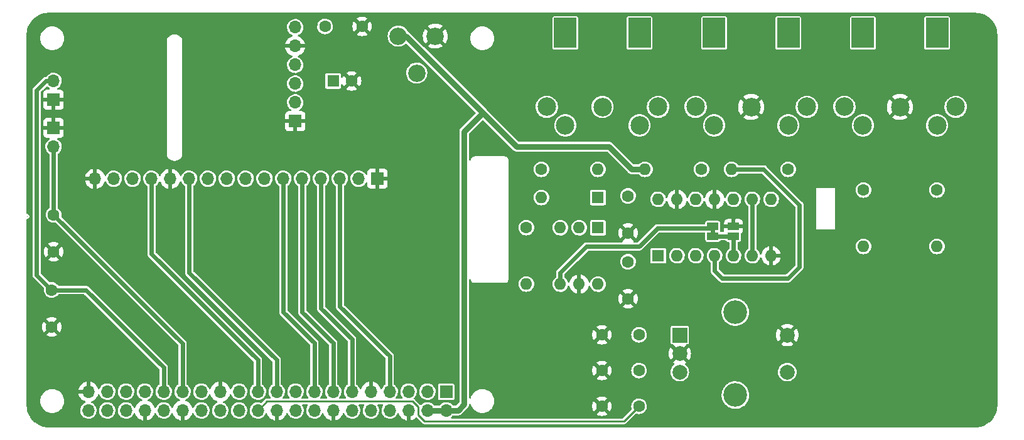
<source format=gbl>
G04 #@! TF.GenerationSoftware,KiCad,Pcbnew,(6.0.5)*
G04 #@! TF.CreationDate,2022-07-28T08:19:04+01:00*
G04 #@! TF.ProjectId,RPi-MiniDexed-IOBoard-HD44780,5250692d-4d69-46e6-9944-657865642d49,rev?*
G04 #@! TF.SameCoordinates,Original*
G04 #@! TF.FileFunction,Copper,L2,Bot*
G04 #@! TF.FilePolarity,Positive*
%FSLAX46Y46*%
G04 Gerber Fmt 4.6, Leading zero omitted, Abs format (unit mm)*
G04 Created by KiCad (PCBNEW (6.0.5)) date 2022-07-28 08:19:04*
%MOMM*%
%LPD*%
G01*
G04 APERTURE LIST*
G04 Aperture macros list*
%AMFreePoly0*
4,1,5,1.500000,-2.000000,-1.500000,-2.000000,-1.500000,2.000000,1.500000,2.000000,1.500000,-2.000000,1.500000,-2.000000,$1*%
G04 Aperture macros list end*
G04 #@! TA.AperFunction,NonConductor*
%ADD10C,0.100000*%
G04 #@! TD*
G04 #@! TA.AperFunction,ComponentPad*
%ADD11R,1.600000X1.600000*%
G04 #@! TD*
G04 #@! TA.AperFunction,ComponentPad*
%ADD12C,1.600000*%
G04 #@! TD*
G04 #@! TA.AperFunction,ComponentPad*
%ADD13R,2.000000X2.000000*%
G04 #@! TD*
G04 #@! TA.AperFunction,ComponentPad*
%ADD14C,2.000000*%
G04 #@! TD*
G04 #@! TA.AperFunction,ComponentPad*
%ADD15C,3.200000*%
G04 #@! TD*
G04 #@! TA.AperFunction,ComponentPad*
%ADD16O,1.600000X1.600000*%
G04 #@! TD*
G04 #@! TA.AperFunction,ComponentPad*
%ADD17R,1.700000X1.700000*%
G04 #@! TD*
G04 #@! TA.AperFunction,ComponentPad*
%ADD18O,1.700000X1.700000*%
G04 #@! TD*
G04 #@! TA.AperFunction,ComponentPad*
%ADD19C,2.340000*%
G04 #@! TD*
G04 #@! TA.AperFunction,SMDPad,CuDef*
%ADD20R,1.500000X1.000000*%
G04 #@! TD*
G04 #@! TA.AperFunction,ComponentPad*
%ADD21C,2.499360*%
G04 #@! TD*
G04 #@! TA.AperFunction,WasherPad*
%ADD22FreePoly0,0.000000*%
G04 #@! TD*
G04 #@! TA.AperFunction,Conductor*
%ADD23C,0.800000*%
G04 #@! TD*
G04 #@! TA.AperFunction,Conductor*
%ADD24C,0.600000*%
G04 #@! TD*
G04 #@! TA.AperFunction,Conductor*
%ADD25C,0.254000*%
G04 #@! TD*
G04 APERTURE END LIST*
D10*
X158496000Y-108458000D02*
X158496000Y-108458000D01*
X158496000Y-108458000D02*
X158496000Y-108458000D01*
X158496000Y-108458000D02*
X158496000Y-108458000D01*
X158496000Y-108458000D02*
X158496000Y-108458000D01*
G36*
X251252000Y-110740000D02*
G01*
X250652000Y-110740000D01*
X250652000Y-110240000D01*
X251252000Y-110240000D01*
X251252000Y-110740000D01*
G37*
D11*
X199746000Y-90170000D03*
D12*
X202246000Y-90170000D03*
D13*
X246496000Y-124500000D03*
D14*
X246496000Y-129500000D03*
X246496000Y-127000000D03*
D15*
X253996000Y-121400000D03*
X253996000Y-132600000D03*
D14*
X260996000Y-129500000D03*
X260996000Y-124500000D03*
D12*
X225806000Y-109982000D03*
D16*
X225806000Y-117602000D03*
D12*
X241006000Y-134112000D03*
X236006000Y-134112000D03*
X239522000Y-119594000D03*
X239522000Y-114594000D03*
D11*
X235458000Y-105918000D03*
D16*
X227838000Y-105918000D03*
D12*
X227838000Y-102108000D03*
D16*
X235458000Y-102108000D03*
D12*
X241006000Y-129286000D03*
X236006000Y-129286000D03*
X162052000Y-108244000D03*
X162052000Y-113244000D03*
X239522000Y-105704000D03*
X239522000Y-110704000D03*
D17*
X162052000Y-96515000D03*
D18*
X162052000Y-99055000D03*
D11*
X243581000Y-113782000D03*
D16*
X246121000Y-113782000D03*
X248661000Y-113782000D03*
X251201000Y-113782000D03*
X253741000Y-113782000D03*
X256281000Y-113782000D03*
X258821000Y-113782000D03*
X258821000Y-106162000D03*
X256281000Y-106162000D03*
X253741000Y-106162000D03*
X251201000Y-106162000D03*
X248661000Y-106162000D03*
X246121000Y-106162000D03*
X243581000Y-106162000D03*
D12*
X271272000Y-104902000D03*
D16*
X271272000Y-112522000D03*
D11*
X235468000Y-109992000D03*
D16*
X232928000Y-109992000D03*
X230388000Y-109992000D03*
X230388000Y-117612000D03*
X232928000Y-117612000D03*
X235468000Y-117612000D03*
D17*
X205740000Y-103378000D03*
D18*
X203200000Y-103378000D03*
X200660000Y-103378000D03*
X198120000Y-103378000D03*
X195580000Y-103378000D03*
X193040000Y-103378000D03*
X190500000Y-103378000D03*
X187960000Y-103378000D03*
X185420000Y-103378000D03*
X182880000Y-103378000D03*
X180340000Y-103378000D03*
X177800000Y-103378000D03*
X175260000Y-103378000D03*
X172720000Y-103378000D03*
X170180000Y-103378000D03*
X167640000Y-103378000D03*
D17*
X194641000Y-95619000D03*
D18*
X194641000Y-93079000D03*
X194641000Y-90539000D03*
X194641000Y-87999000D03*
X194641000Y-85459000D03*
X194641000Y-82919000D03*
D12*
X203668000Y-82804000D03*
X198668000Y-82804000D03*
X161798000Y-118404000D03*
X161798000Y-123404000D03*
X249428000Y-102108000D03*
D16*
X241808000Y-102108000D03*
D17*
X162052000Y-92715000D03*
D18*
X162052000Y-90175000D03*
D12*
X241006000Y-124460000D03*
X236006000Y-124460000D03*
X281178000Y-104902000D03*
D16*
X281178000Y-112522000D03*
D19*
X208534000Y-84114000D03*
X211034000Y-89114000D03*
X213534000Y-84114000D03*
D12*
X261112000Y-102108000D03*
D16*
X253492000Y-102108000D03*
D17*
X214998000Y-132142000D03*
D18*
X214998000Y-134682000D03*
X212458000Y-132142000D03*
X212458000Y-134682000D03*
X209918000Y-132142000D03*
X209918000Y-134682000D03*
X207378000Y-132142000D03*
X207378000Y-134682000D03*
X204838000Y-132142000D03*
X204838000Y-134682000D03*
X202298000Y-132142000D03*
X202298000Y-134682000D03*
X199758000Y-132142000D03*
X199758000Y-134682000D03*
X197218000Y-132142000D03*
X197218000Y-134682000D03*
X194678000Y-132142000D03*
X194678000Y-134682000D03*
X192138000Y-132142000D03*
X192138000Y-134682000D03*
X189598000Y-132142000D03*
X189598000Y-134682000D03*
X187058000Y-132142000D03*
X187058000Y-134682000D03*
X184518000Y-132142000D03*
X184518000Y-134682000D03*
X181978000Y-132142000D03*
X181978000Y-134682000D03*
X179438000Y-132142000D03*
X179438000Y-134682000D03*
X176898000Y-132142000D03*
X176898000Y-134682000D03*
X174358000Y-132142000D03*
X174358000Y-134682000D03*
X171818000Y-132142000D03*
X171818000Y-134682000D03*
X169278000Y-132142000D03*
X169278000Y-134682000D03*
X166738000Y-132142000D03*
X166738000Y-134682000D03*
D20*
X250952000Y-111140000D03*
X250952000Y-109840000D03*
X253746000Y-111140000D03*
X253746000Y-109840000D03*
D21*
X231071820Y-96177100D03*
X241064180Y-96177100D03*
X228569920Y-93675200D03*
X236068000Y-93677740D03*
X243566080Y-93675200D03*
D22*
X231066740Y-83680300D03*
X241069260Y-83680300D03*
X261135260Y-83680300D03*
X251132740Y-83680300D03*
D21*
X263632080Y-93675200D03*
X256134000Y-93677740D03*
X248635920Y-93675200D03*
X261130180Y-96177100D03*
X251137820Y-96177100D03*
D22*
X271198740Y-83680300D03*
X281201260Y-83680300D03*
D21*
X283698080Y-93675200D03*
X276200000Y-93677740D03*
X268701920Y-93675200D03*
X281196180Y-96177100D03*
X271203820Y-96177100D03*
D23*
X217424000Y-97028000D02*
X219964000Y-94488000D01*
X217424000Y-91948000D02*
X219964000Y-94488000D01*
X214998000Y-134682000D02*
X216600000Y-134682000D01*
X216600000Y-134682000D02*
X217424000Y-133858000D01*
X217424000Y-133858000D02*
X217424000Y-97028000D01*
X224536000Y-99060000D02*
X236982000Y-99060000D01*
X236982000Y-99060000D02*
X240030000Y-102108000D01*
X208534000Y-84114000D02*
X209590000Y-84114000D01*
X240030000Y-102108000D02*
X241808000Y-102108000D01*
X219964000Y-94488000D02*
X224536000Y-99060000D01*
X212458000Y-134682000D02*
X214998000Y-134682000D01*
X209590000Y-84114000D02*
X217424000Y-91948000D01*
D24*
X162052000Y-99055000D02*
X162052000Y-108244000D01*
X162052000Y-108244000D02*
X179438000Y-125630000D01*
X179438000Y-125630000D02*
X179438000Y-132142000D01*
X161798000Y-118404000D02*
X166410000Y-118404000D01*
X159766000Y-116372000D02*
X161798000Y-118404000D01*
X176898000Y-132142000D02*
X176898000Y-128892000D01*
X159766000Y-91450000D02*
X159766000Y-116372000D01*
X161041000Y-90175000D02*
X159766000Y-91450000D01*
X162052000Y-90175000D02*
X161041000Y-90175000D01*
X166410000Y-118404000D02*
X176898000Y-128892000D01*
X207378000Y-127368000D02*
X200660000Y-120650000D01*
X200660000Y-120650000D02*
X200660000Y-103378000D01*
X207378000Y-132142000D02*
X207378000Y-127368000D01*
X241164489Y-112403511D02*
X241164489Y-112386489D01*
X241018978Y-112532000D02*
X233944000Y-112532000D01*
X230388000Y-117612000D02*
X230388000Y-116088000D01*
X250952000Y-110094000D02*
X243474000Y-110094000D01*
X243474000Y-110094000D02*
X241164489Y-112403511D01*
X230388000Y-116088000D02*
X233944000Y-112532000D01*
X241164489Y-112386489D02*
X241018978Y-112532000D01*
X198120000Y-120904000D02*
X198120000Y-103378000D01*
X202298000Y-132142000D02*
X202298000Y-125082000D01*
X202298000Y-125082000D02*
X198120000Y-120904000D01*
X199758000Y-125590000D02*
X195580000Y-121412000D01*
X195580000Y-121412000D02*
X195580000Y-103378000D01*
X199758000Y-132142000D02*
X199758000Y-125590000D01*
X193040000Y-121412000D02*
X193040000Y-103378000D01*
X197218000Y-125590000D02*
X193040000Y-121412000D01*
X197218000Y-132142000D02*
X197218000Y-125590000D01*
D25*
X190828511Y-133451489D02*
X210464511Y-133451489D01*
X212090000Y-136144000D02*
X238974000Y-136144000D01*
X211227489Y-135281489D02*
X212090000Y-136144000D01*
X210464511Y-133451489D02*
X211227489Y-134214467D01*
X238974000Y-136144000D02*
X241006000Y-134112000D01*
X211227489Y-134214467D02*
X211227489Y-135281489D01*
X189598000Y-134682000D02*
X190828511Y-133451489D01*
D24*
X192138000Y-132142000D02*
X192138000Y-127876000D01*
X180340000Y-116078000D02*
X180340000Y-103378000D01*
X192138000Y-127876000D02*
X180340000Y-116078000D01*
X175260000Y-113538000D02*
X175260000Y-103378000D01*
X189598000Y-132142000D02*
X189598000Y-127876000D01*
X189598000Y-127876000D02*
X175260000Y-113538000D01*
X251201000Y-113782000D02*
X251201000Y-115819000D01*
X252222000Y-116840000D02*
X261112000Y-116840000D01*
X251201000Y-115819000D02*
X252222000Y-116840000D01*
X261112000Y-116840000D02*
X262636000Y-115316000D01*
X257810000Y-102108000D02*
X253492000Y-102108000D01*
X262636000Y-106934000D02*
X257810000Y-102108000D01*
X262636000Y-115316000D02*
X262636000Y-106934000D01*
X256281000Y-113782000D02*
X256281000Y-106162000D01*
X250952000Y-111140000D02*
X253746000Y-111140000D01*
X253741000Y-112263000D02*
X253741000Y-111498511D01*
X253741000Y-111498511D02*
X253746000Y-111493511D01*
X253741000Y-113782000D02*
X253741000Y-112263000D01*
G04 #@! TA.AperFunction,Conductor*
G36*
X286358033Y-80963981D02*
G01*
X286360612Y-80963559D01*
X286368163Y-80966661D01*
X286377069Y-80962941D01*
X286384242Y-80963295D01*
X286384397Y-80963359D01*
X286389225Y-80963730D01*
X286396119Y-80964451D01*
X286399471Y-80964048D01*
X286670848Y-80977456D01*
X286683969Y-80978795D01*
X286848937Y-81004418D01*
X286976923Y-81024297D01*
X286989830Y-81027000D01*
X287276436Y-81102877D01*
X287288976Y-81106911D01*
X287566086Y-81212333D01*
X287578135Y-81217656D01*
X287842694Y-81351460D01*
X287854135Y-81358020D01*
X288103254Y-81518742D01*
X288113947Y-81526462D01*
X288344897Y-81712340D01*
X288354724Y-81721134D01*
X288399899Y-81766040D01*
X288564992Y-81930148D01*
X288573846Y-81939923D01*
X288761105Y-82169761D01*
X288768889Y-82180408D01*
X288931098Y-82428560D01*
X288937726Y-82439961D01*
X289051733Y-82662065D01*
X289073108Y-82703708D01*
X289078508Y-82715738D01*
X289085490Y-82733766D01*
X289185581Y-82992200D01*
X289189694Y-83004731D01*
X289267283Y-83290870D01*
X289270063Y-83303762D01*
X289317315Y-83596431D01*
X289318733Y-83609543D01*
X289335006Y-83903235D01*
X289331502Y-83903429D01*
X289332593Y-83909110D01*
X289331339Y-83912163D01*
X289334746Y-83920320D01*
X289335311Y-83923260D01*
X289334254Y-83933374D01*
X289335500Y-83941951D01*
X289335500Y-134001955D01*
X289333923Y-134001955D01*
X289334366Y-134004691D01*
X289331339Y-134012000D01*
X289335003Y-134020846D01*
X289334613Y-134027793D01*
X289334610Y-134027800D01*
X289334092Y-134034135D01*
X289333401Y-134040561D01*
X289333734Y-134043445D01*
X289317641Y-134330018D01*
X289317351Y-134335174D01*
X289315770Y-134349210D01*
X289302864Y-134425166D01*
X289262735Y-134661349D01*
X289259591Y-134675124D01*
X289171942Y-134979360D01*
X289167275Y-134992697D01*
X289112268Y-135125496D01*
X289046860Y-135283408D01*
X289046116Y-135285203D01*
X289039987Y-135297930D01*
X288886833Y-135575041D01*
X288879326Y-135586989D01*
X288696100Y-135845222D01*
X288687302Y-135856253D01*
X288546874Y-136013392D01*
X288476326Y-136092335D01*
X288466336Y-136102325D01*
X288230253Y-136313302D01*
X288219222Y-136322100D01*
X287960989Y-136505326D01*
X287949041Y-136512833D01*
X287671930Y-136665987D01*
X287659207Y-136672114D01*
X287546301Y-136718881D01*
X287366697Y-136793275D01*
X287353360Y-136797942D01*
X287049124Y-136885591D01*
X287035349Y-136888735D01*
X286879282Y-136915252D01*
X286723210Y-136941770D01*
X286709178Y-136943351D01*
X286394846Y-136961003D01*
X286394640Y-136957341D01*
X286388732Y-136958471D01*
X286386000Y-136957339D01*
X286378582Y-136960412D01*
X286374356Y-136961220D01*
X286365124Y-136960228D01*
X286356275Y-136961500D01*
X161378045Y-136961500D01*
X161378045Y-136959923D01*
X161375309Y-136960366D01*
X161368000Y-136957339D01*
X161359154Y-136961003D01*
X161352207Y-136960613D01*
X161352200Y-136960610D01*
X161345865Y-136960092D01*
X161339439Y-136959401D01*
X161336555Y-136959734D01*
X161044822Y-136943351D01*
X161030790Y-136941770D01*
X160874718Y-136915252D01*
X160718651Y-136888735D01*
X160704876Y-136885591D01*
X160400640Y-136797942D01*
X160387303Y-136793275D01*
X160207699Y-136718881D01*
X160094793Y-136672114D01*
X160082070Y-136665987D01*
X159804959Y-136512833D01*
X159793011Y-136505326D01*
X159534778Y-136322100D01*
X159523747Y-136313302D01*
X159287664Y-136102325D01*
X159277674Y-136092335D01*
X159207126Y-136013392D01*
X159066698Y-135856253D01*
X159057900Y-135845222D01*
X158874674Y-135586989D01*
X158867167Y-135575041D01*
X158714013Y-135297930D01*
X158707884Y-135285203D01*
X158707141Y-135283408D01*
X158641732Y-135125496D01*
X158586725Y-134992697D01*
X158582058Y-134979360D01*
X158494409Y-134675124D01*
X158491265Y-134661349D01*
X158451136Y-134425166D01*
X158438230Y-134349210D01*
X158436649Y-134335174D01*
X158436360Y-134330018D01*
X158418997Y-134020846D01*
X158422659Y-134020640D01*
X158421529Y-134014732D01*
X158422661Y-134012000D01*
X158419588Y-134004582D01*
X158418780Y-134000356D01*
X158419772Y-133991124D01*
X158418500Y-133982275D01*
X158418500Y-133412000D01*
X160258539Y-133412000D01*
X160278354Y-133663775D01*
X160279508Y-133668582D01*
X160279509Y-133668588D01*
X160307426Y-133784869D01*
X160337312Y-133909351D01*
X160339205Y-133913922D01*
X160339206Y-133913924D01*
X160426559Y-134124812D01*
X160433960Y-134142680D01*
X160565919Y-134358017D01*
X160729939Y-134550061D01*
X160921983Y-134714081D01*
X161137320Y-134846040D01*
X161141890Y-134847933D01*
X161141894Y-134847935D01*
X161226858Y-134883128D01*
X161370649Y-134942688D01*
X161425889Y-134955950D01*
X161611412Y-135000491D01*
X161611418Y-135000492D01*
X161616225Y-135001646D01*
X161704253Y-135008574D01*
X161802507Y-135016307D01*
X161802516Y-135016307D01*
X161804964Y-135016500D01*
X161931036Y-135016500D01*
X161933484Y-135016307D01*
X161933493Y-135016307D01*
X162031747Y-135008574D01*
X162119775Y-135001646D01*
X162124582Y-135000492D01*
X162124588Y-135000491D01*
X162310111Y-134955950D01*
X162365351Y-134942688D01*
X162509142Y-134883128D01*
X162594106Y-134847935D01*
X162594110Y-134847933D01*
X162598680Y-134846040D01*
X162814017Y-134714081D01*
X163006061Y-134550061D01*
X163170081Y-134358017D01*
X163302040Y-134142680D01*
X163309442Y-134124812D01*
X163396794Y-133913924D01*
X163396795Y-133913922D01*
X163398688Y-133909351D01*
X163428574Y-133784869D01*
X163456491Y-133668588D01*
X163456492Y-133668582D01*
X163457646Y-133663775D01*
X163477461Y-133412000D01*
X163457646Y-133160225D01*
X163456492Y-133155418D01*
X163456491Y-133155412D01*
X163412606Y-132972621D01*
X163398688Y-132914649D01*
X163384547Y-132880510D01*
X163303935Y-132685894D01*
X163303933Y-132685890D01*
X163302040Y-132681320D01*
X163170081Y-132465983D01*
X163122238Y-132409966D01*
X165406257Y-132409966D01*
X165436565Y-132544446D01*
X165439645Y-132554275D01*
X165519770Y-132751603D01*
X165524413Y-132760794D01*
X165635694Y-132942388D01*
X165641777Y-132950699D01*
X165781213Y-133111667D01*
X165788580Y-133118883D01*
X165952434Y-133254916D01*
X165960881Y-133260831D01*
X166144756Y-133368279D01*
X166154042Y-133372729D01*
X166303124Y-133429657D01*
X166359627Y-133472644D01*
X166383920Y-133539355D01*
X166368290Y-133608610D01*
X166317699Y-133658421D01*
X166301785Y-133665579D01*
X166260463Y-133680824D01*
X166086010Y-133784612D01*
X166081670Y-133788418D01*
X166081666Y-133788421D01*
X165949260Y-133904539D01*
X165933392Y-133918455D01*
X165807720Y-134077869D01*
X165805031Y-134082980D01*
X165805029Y-134082983D01*
X165771401Y-134146900D01*
X165713203Y-134257515D01*
X165653007Y-134451378D01*
X165629148Y-134652964D01*
X165642424Y-134855522D01*
X165643845Y-134861118D01*
X165643846Y-134861123D01*
X165681512Y-135009431D01*
X165692392Y-135052269D01*
X165694809Y-135057512D01*
X165730901Y-135135801D01*
X165777377Y-135236616D01*
X165780710Y-135241332D01*
X165891194Y-135397664D01*
X165894533Y-135402389D01*
X166039938Y-135544035D01*
X166044742Y-135547245D01*
X166104235Y-135586997D01*
X166208720Y-135656812D01*
X166214023Y-135659090D01*
X166214026Y-135659092D01*
X166376575Y-135728928D01*
X166395228Y-135736942D01*
X166468244Y-135753464D01*
X166587579Y-135780467D01*
X166587584Y-135780468D01*
X166593216Y-135781742D01*
X166598987Y-135781969D01*
X166598989Y-135781969D01*
X166658756Y-135784317D01*
X166796053Y-135789712D01*
X166896499Y-135775148D01*
X166991231Y-135761413D01*
X166991236Y-135761412D01*
X166996945Y-135760584D01*
X167002409Y-135758729D01*
X167002414Y-135758728D01*
X167183693Y-135697192D01*
X167183698Y-135697190D01*
X167189165Y-135695334D01*
X167200758Y-135688842D01*
X167328560Y-135617269D01*
X167366276Y-135596147D01*
X167416967Y-135553988D01*
X167493696Y-135490172D01*
X167522345Y-135466345D01*
X167625475Y-135342346D01*
X167648453Y-135314718D01*
X167648455Y-135314715D01*
X167652147Y-135310276D01*
X167729938Y-135171370D01*
X167748510Y-135138208D01*
X167748511Y-135138206D01*
X167751334Y-135133165D01*
X167753190Y-135127698D01*
X167753192Y-135127693D01*
X167814728Y-134946414D01*
X167814729Y-134946409D01*
X167816584Y-134940945D01*
X167817412Y-134935236D01*
X167817413Y-134935231D01*
X167845179Y-134743727D01*
X167845712Y-134740053D01*
X167847232Y-134682000D01*
X167844564Y-134652964D01*
X168169148Y-134652964D01*
X168182424Y-134855522D01*
X168183845Y-134861118D01*
X168183846Y-134861123D01*
X168221512Y-135009431D01*
X168232392Y-135052269D01*
X168234809Y-135057512D01*
X168270901Y-135135801D01*
X168317377Y-135236616D01*
X168320710Y-135241332D01*
X168431194Y-135397664D01*
X168434533Y-135402389D01*
X168579938Y-135544035D01*
X168584742Y-135547245D01*
X168644235Y-135586997D01*
X168748720Y-135656812D01*
X168754023Y-135659090D01*
X168754026Y-135659092D01*
X168916575Y-135728928D01*
X168935228Y-135736942D01*
X169008244Y-135753464D01*
X169127579Y-135780467D01*
X169127584Y-135780468D01*
X169133216Y-135781742D01*
X169138987Y-135781969D01*
X169138989Y-135781969D01*
X169198756Y-135784317D01*
X169336053Y-135789712D01*
X169436499Y-135775148D01*
X169531231Y-135761413D01*
X169531236Y-135761412D01*
X169536945Y-135760584D01*
X169542409Y-135758729D01*
X169542414Y-135758728D01*
X169723693Y-135697192D01*
X169723698Y-135697190D01*
X169729165Y-135695334D01*
X169740758Y-135688842D01*
X169868560Y-135617269D01*
X169906276Y-135596147D01*
X169956967Y-135553988D01*
X170033696Y-135490172D01*
X170062345Y-135466345D01*
X170165475Y-135342346D01*
X170188453Y-135314718D01*
X170188455Y-135314715D01*
X170192147Y-135310276D01*
X170269938Y-135171370D01*
X170288510Y-135138208D01*
X170288511Y-135138206D01*
X170291334Y-135133165D01*
X170293190Y-135127698D01*
X170293192Y-135127693D01*
X170354728Y-134946414D01*
X170354729Y-134946409D01*
X170356584Y-134940945D01*
X170357412Y-134935236D01*
X170357413Y-134935231D01*
X170385179Y-134743727D01*
X170385712Y-134740053D01*
X170387232Y-134682000D01*
X170375109Y-134550061D01*
X170369187Y-134485613D01*
X170369186Y-134485610D01*
X170368658Y-134479859D01*
X170362260Y-134457173D01*
X170315125Y-134290046D01*
X170315124Y-134290044D01*
X170313557Y-134284487D01*
X170302978Y-134263033D01*
X170226331Y-134107609D01*
X170223776Y-134102428D01*
X170202045Y-134073326D01*
X170174914Y-134036994D01*
X170102320Y-133939779D01*
X169953258Y-133801987D01*
X169948375Y-133798906D01*
X169948371Y-133798903D01*
X169786464Y-133696748D01*
X169781581Y-133693667D01*
X169593039Y-133618446D01*
X169587379Y-133617320D01*
X169587375Y-133617319D01*
X169399613Y-133579971D01*
X169399610Y-133579971D01*
X169393946Y-133578844D01*
X169388171Y-133578768D01*
X169388167Y-133578768D01*
X169286793Y-133577441D01*
X169190971Y-133576187D01*
X169185274Y-133577166D01*
X169185273Y-133577166D01*
X168996607Y-133609585D01*
X168990910Y-133610564D01*
X168800463Y-133680824D01*
X168626010Y-133784612D01*
X168621670Y-133788418D01*
X168621666Y-133788421D01*
X168489260Y-133904539D01*
X168473392Y-133918455D01*
X168347720Y-134077869D01*
X168345031Y-134082980D01*
X168345029Y-134082983D01*
X168311401Y-134146900D01*
X168253203Y-134257515D01*
X168193007Y-134451378D01*
X168169148Y-134652964D01*
X167844564Y-134652964D01*
X167835109Y-134550061D01*
X167829187Y-134485613D01*
X167829186Y-134485610D01*
X167828658Y-134479859D01*
X167822260Y-134457173D01*
X167775125Y-134290046D01*
X167775124Y-134290044D01*
X167773557Y-134284487D01*
X167762978Y-134263033D01*
X167686331Y-134107609D01*
X167683776Y-134102428D01*
X167662045Y-134073326D01*
X167634914Y-134036994D01*
X167562320Y-133939779D01*
X167413258Y-133801987D01*
X167408375Y-133798906D01*
X167408371Y-133798903D01*
X167246464Y-133696748D01*
X167241581Y-133693667D01*
X167169614Y-133664955D01*
X167113755Y-133621134D01*
X167090455Y-133554069D01*
X167107111Y-133485054D01*
X167158436Y-133436000D01*
X167180098Y-133427239D01*
X167230252Y-133412192D01*
X167239842Y-133408433D01*
X167431095Y-133314739D01*
X167439945Y-133309464D01*
X167613328Y-133185792D01*
X167621200Y-133179139D01*
X167772052Y-133028812D01*
X167778730Y-133020965D01*
X167903003Y-132848020D01*
X167908313Y-132839183D01*
X168002670Y-132648267D01*
X168006469Y-132638672D01*
X168023066Y-132584047D01*
X168062007Y-132524683D01*
X168126862Y-132495796D01*
X168197038Y-132506558D01*
X168250256Y-132553551D01*
X168258048Y-132567922D01*
X168317377Y-132696616D01*
X168320710Y-132701332D01*
X168404841Y-132820375D01*
X168434533Y-132862389D01*
X168438675Y-132866424D01*
X168488180Y-132914649D01*
X168579938Y-133004035D01*
X168584742Y-133007245D01*
X168641535Y-133045193D01*
X168748720Y-133116812D01*
X168754023Y-133119090D01*
X168754026Y-133119092D01*
X168921828Y-133191185D01*
X168935228Y-133196942D01*
X168995252Y-133210524D01*
X169127579Y-133240467D01*
X169127584Y-133240468D01*
X169133216Y-133241742D01*
X169138987Y-133241969D01*
X169138989Y-133241969D01*
X169198756Y-133244317D01*
X169336053Y-133249712D01*
X169443348Y-133234155D01*
X169531231Y-133221413D01*
X169531236Y-133221412D01*
X169536945Y-133220584D01*
X169542409Y-133218729D01*
X169542414Y-133218728D01*
X169723693Y-133157192D01*
X169723698Y-133157190D01*
X169729165Y-133155334D01*
X169748561Y-133144472D01*
X169811000Y-133109504D01*
X169906276Y-133056147D01*
X169910753Y-133052424D01*
X170041967Y-132943293D01*
X170062345Y-132926345D01*
X170115537Y-132862389D01*
X170188453Y-132774718D01*
X170188455Y-132774715D01*
X170192147Y-132770276D01*
X170291334Y-132593165D01*
X170293190Y-132587698D01*
X170293192Y-132587693D01*
X170354728Y-132406414D01*
X170354729Y-132406409D01*
X170356584Y-132400945D01*
X170357412Y-132395236D01*
X170357413Y-132395231D01*
X170385179Y-132203727D01*
X170385712Y-132200053D01*
X170387232Y-132142000D01*
X170384564Y-132112964D01*
X170709148Y-132112964D01*
X170722424Y-132315522D01*
X170723845Y-132321118D01*
X170723846Y-132321123D01*
X170760637Y-132465983D01*
X170772392Y-132512269D01*
X170774809Y-132517512D01*
X170811352Y-132596779D01*
X170857377Y-132696616D01*
X170860710Y-132701332D01*
X170944841Y-132820375D01*
X170974533Y-132862389D01*
X170978675Y-132866424D01*
X171028180Y-132914649D01*
X171119938Y-133004035D01*
X171124742Y-133007245D01*
X171181535Y-133045193D01*
X171288720Y-133116812D01*
X171294023Y-133119090D01*
X171294026Y-133119092D01*
X171461828Y-133191185D01*
X171475228Y-133196942D01*
X171535252Y-133210524D01*
X171667579Y-133240467D01*
X171667584Y-133240468D01*
X171673216Y-133241742D01*
X171678987Y-133241969D01*
X171678989Y-133241969D01*
X171738756Y-133244317D01*
X171876053Y-133249712D01*
X171983348Y-133234155D01*
X172071231Y-133221413D01*
X172071236Y-133221412D01*
X172076945Y-133220584D01*
X172082409Y-133218729D01*
X172082414Y-133218728D01*
X172263693Y-133157192D01*
X172263698Y-133157190D01*
X172269165Y-133155334D01*
X172288561Y-133144472D01*
X172351000Y-133109504D01*
X172446276Y-133056147D01*
X172450753Y-133052424D01*
X172581967Y-132943293D01*
X172602345Y-132926345D01*
X172655537Y-132862389D01*
X172728453Y-132774718D01*
X172728455Y-132774715D01*
X172732147Y-132770276D01*
X172831334Y-132593165D01*
X172833190Y-132587698D01*
X172833192Y-132587693D01*
X172894728Y-132406414D01*
X172894729Y-132406409D01*
X172896584Y-132400945D01*
X172897412Y-132395236D01*
X172897413Y-132395231D01*
X172925179Y-132203727D01*
X172925712Y-132200053D01*
X172927232Y-132142000D01*
X172908658Y-131939859D01*
X172907090Y-131934299D01*
X172855125Y-131750046D01*
X172855124Y-131750044D01*
X172853557Y-131744487D01*
X172842978Y-131723033D01*
X172766331Y-131567609D01*
X172763776Y-131562428D01*
X172642320Y-131399779D01*
X172493258Y-131261987D01*
X172488375Y-131258906D01*
X172488371Y-131258903D01*
X172326464Y-131156748D01*
X172321581Y-131153667D01*
X172133039Y-131078446D01*
X172127379Y-131077320D01*
X172127375Y-131077319D01*
X171939613Y-131039971D01*
X171939610Y-131039971D01*
X171933946Y-131038844D01*
X171928171Y-131038768D01*
X171928167Y-131038768D01*
X171826793Y-131037441D01*
X171730971Y-131036187D01*
X171725274Y-131037166D01*
X171725273Y-131037166D01*
X171637397Y-131052266D01*
X171530910Y-131070564D01*
X171340463Y-131140824D01*
X171166010Y-131244612D01*
X171161670Y-131248418D01*
X171161666Y-131248421D01*
X171043322Y-131352207D01*
X171013392Y-131378455D01*
X170887720Y-131537869D01*
X170885031Y-131542980D01*
X170885029Y-131542983D01*
X170853047Y-131603771D01*
X170793203Y-131717515D01*
X170733007Y-131911378D01*
X170709148Y-132112964D01*
X170384564Y-132112964D01*
X170368658Y-131939859D01*
X170367090Y-131934299D01*
X170315125Y-131750046D01*
X170315124Y-131750044D01*
X170313557Y-131744487D01*
X170302978Y-131723033D01*
X170226331Y-131567609D01*
X170223776Y-131562428D01*
X170102320Y-131399779D01*
X169953258Y-131261987D01*
X169948375Y-131258906D01*
X169948371Y-131258903D01*
X169786464Y-131156748D01*
X169781581Y-131153667D01*
X169593039Y-131078446D01*
X169587379Y-131077320D01*
X169587375Y-131077319D01*
X169399613Y-131039971D01*
X169399610Y-131039971D01*
X169393946Y-131038844D01*
X169388171Y-131038768D01*
X169388167Y-131038768D01*
X169286793Y-131037441D01*
X169190971Y-131036187D01*
X169185274Y-131037166D01*
X169185273Y-131037166D01*
X169097397Y-131052266D01*
X168990910Y-131070564D01*
X168800463Y-131140824D01*
X168626010Y-131244612D01*
X168621670Y-131248418D01*
X168621666Y-131248421D01*
X168503322Y-131352207D01*
X168473392Y-131378455D01*
X168347720Y-131537869D01*
X168345031Y-131542980D01*
X168345029Y-131542983D01*
X168255589Y-131712980D01*
X168206170Y-131763952D01*
X168137037Y-131780115D01*
X168070141Y-131756336D01*
X168030003Y-131701973D01*
X168027955Y-131702863D01*
X167940972Y-131502814D01*
X167936105Y-131493739D01*
X167820426Y-131314926D01*
X167814136Y-131306757D01*
X167670806Y-131149240D01*
X167663273Y-131142215D01*
X167496139Y-131010222D01*
X167487552Y-131004517D01*
X167301117Y-130901599D01*
X167291705Y-130897369D01*
X167090959Y-130826280D01*
X167080988Y-130823646D01*
X167009837Y-130810972D01*
X166996540Y-130812432D01*
X166992000Y-130826989D01*
X166992000Y-132270000D01*
X166971998Y-132338121D01*
X166918342Y-132384614D01*
X166866000Y-132396000D01*
X165421225Y-132396000D01*
X165407694Y-132399973D01*
X165406257Y-132409966D01*
X163122238Y-132409966D01*
X163006061Y-132273939D01*
X162814017Y-132109919D01*
X162598680Y-131977960D01*
X162594110Y-131976067D01*
X162594106Y-131976065D01*
X162369924Y-131883206D01*
X162369922Y-131883205D01*
X162365351Y-131881312D01*
X162343988Y-131876183D01*
X165402389Y-131876183D01*
X165403912Y-131884607D01*
X165416292Y-131888000D01*
X166465885Y-131888000D01*
X166481124Y-131883525D01*
X166482329Y-131882135D01*
X166484000Y-131874452D01*
X166484000Y-130825102D01*
X166480082Y-130811758D01*
X166465806Y-130809771D01*
X166427324Y-130815660D01*
X166417288Y-130818051D01*
X166214868Y-130884212D01*
X166205359Y-130888209D01*
X166016463Y-130986542D01*
X166007738Y-130992036D01*
X165837433Y-131119905D01*
X165829726Y-131126748D01*
X165682590Y-131280717D01*
X165676104Y-131288727D01*
X165556098Y-131464649D01*
X165551000Y-131473623D01*
X165461338Y-131666783D01*
X165457775Y-131676470D01*
X165402389Y-131876183D01*
X162343988Y-131876183D01*
X162279135Y-131860613D01*
X162124588Y-131823509D01*
X162124582Y-131823508D01*
X162119775Y-131822354D01*
X162031747Y-131815426D01*
X161933493Y-131807693D01*
X161933484Y-131807693D01*
X161931036Y-131807500D01*
X161804964Y-131807500D01*
X161802516Y-131807693D01*
X161802507Y-131807693D01*
X161704253Y-131815426D01*
X161616225Y-131822354D01*
X161611418Y-131823508D01*
X161611412Y-131823509D01*
X161456865Y-131860613D01*
X161370649Y-131881312D01*
X161366078Y-131883205D01*
X161366076Y-131883206D01*
X161141894Y-131976065D01*
X161141890Y-131976067D01*
X161137320Y-131977960D01*
X160921983Y-132109919D01*
X160729939Y-132273939D01*
X160565919Y-132465983D01*
X160433960Y-132681320D01*
X160432067Y-132685890D01*
X160432065Y-132685894D01*
X160351453Y-132880510D01*
X160337312Y-132914649D01*
X160323394Y-132972621D01*
X160279509Y-133155412D01*
X160279508Y-133155418D01*
X160278354Y-133160225D01*
X160258539Y-133412000D01*
X158418500Y-133412000D01*
X158418500Y-124490062D01*
X161076493Y-124490062D01*
X161085789Y-124502077D01*
X161136994Y-124537931D01*
X161146489Y-124543414D01*
X161343947Y-124635490D01*
X161354239Y-124639236D01*
X161564688Y-124695625D01*
X161575481Y-124697528D01*
X161792525Y-124716517D01*
X161803475Y-124716517D01*
X162020519Y-124697528D01*
X162031312Y-124695625D01*
X162241761Y-124639236D01*
X162252053Y-124635490D01*
X162449511Y-124543414D01*
X162459006Y-124537931D01*
X162511048Y-124501491D01*
X162519424Y-124491012D01*
X162512356Y-124477566D01*
X161810812Y-123776022D01*
X161796868Y-123768408D01*
X161795035Y-123768539D01*
X161788420Y-123772790D01*
X161082923Y-124478287D01*
X161076493Y-124490062D01*
X158418500Y-124490062D01*
X158418500Y-123409475D01*
X160485483Y-123409475D01*
X160504472Y-123626519D01*
X160506375Y-123637312D01*
X160562764Y-123847761D01*
X160566510Y-123858053D01*
X160658586Y-124055511D01*
X160664069Y-124065006D01*
X160700509Y-124117048D01*
X160710988Y-124125424D01*
X160724434Y-124118356D01*
X161425978Y-123416812D01*
X161432356Y-123405132D01*
X162162408Y-123405132D01*
X162162539Y-123406965D01*
X162166790Y-123413580D01*
X162872287Y-124119077D01*
X162884062Y-124125507D01*
X162896077Y-124116211D01*
X162931931Y-124065006D01*
X162937414Y-124055511D01*
X163029490Y-123858053D01*
X163033236Y-123847761D01*
X163089625Y-123637312D01*
X163091528Y-123626519D01*
X163110517Y-123409475D01*
X163110517Y-123398525D01*
X163091528Y-123181481D01*
X163089625Y-123170688D01*
X163033236Y-122960239D01*
X163029490Y-122949947D01*
X162937414Y-122752489D01*
X162931931Y-122742994D01*
X162895491Y-122690952D01*
X162885012Y-122682576D01*
X162871566Y-122689644D01*
X162170022Y-123391188D01*
X162162408Y-123405132D01*
X161432356Y-123405132D01*
X161433592Y-123402868D01*
X161433461Y-123401035D01*
X161429210Y-123394420D01*
X160723713Y-122688923D01*
X160711938Y-122682493D01*
X160699923Y-122691789D01*
X160664069Y-122742994D01*
X160658586Y-122752489D01*
X160566510Y-122949947D01*
X160562764Y-122960239D01*
X160506375Y-123170688D01*
X160504472Y-123181481D01*
X160485483Y-123398525D01*
X160485483Y-123409475D01*
X158418500Y-123409475D01*
X158418500Y-122316988D01*
X161076576Y-122316988D01*
X161083644Y-122330434D01*
X161785188Y-123031978D01*
X161799132Y-123039592D01*
X161800965Y-123039461D01*
X161807580Y-123035210D01*
X162513077Y-122329713D01*
X162519507Y-122317938D01*
X162510211Y-122305923D01*
X162459006Y-122270069D01*
X162449511Y-122264586D01*
X162252053Y-122172510D01*
X162241761Y-122168764D01*
X162031312Y-122112375D01*
X162020519Y-122110472D01*
X161803475Y-122091483D01*
X161792525Y-122091483D01*
X161575481Y-122110472D01*
X161564688Y-122112375D01*
X161354239Y-122168764D01*
X161343947Y-122172510D01*
X161146489Y-122264586D01*
X161136994Y-122270069D01*
X161084952Y-122306509D01*
X161076576Y-122316988D01*
X158418500Y-122316988D01*
X158418500Y-108886637D01*
X158438502Y-108818516D01*
X158492158Y-108772023D01*
X158524488Y-108763412D01*
X158524318Y-108762500D01*
X158596077Y-108749136D01*
X158596078Y-108749136D01*
X158607518Y-108747005D01*
X158671109Y-108707807D01*
X158694177Y-108693588D01*
X158694179Y-108693587D01*
X158704082Y-108687482D01*
X158711126Y-108678219D01*
X158765703Y-108606446D01*
X158765704Y-108606444D01*
X158772743Y-108597187D01*
X158790715Y-108535129D01*
X158801059Y-108499408D01*
X158801059Y-108499406D01*
X158804296Y-108488229D01*
X158794508Y-108375216D01*
X158744692Y-108273305D01*
X158709341Y-108240512D01*
X158670056Y-108204071D01*
X158670057Y-108204071D01*
X158661528Y-108196160D01*
X158650724Y-108191850D01*
X158650723Y-108191849D01*
X158564431Y-108157422D01*
X158564430Y-108157422D01*
X158556169Y-108154126D01*
X158549785Y-108153500D01*
X158544500Y-108153500D01*
X158544060Y-108153371D01*
X158543634Y-108153350D01*
X158543639Y-108153247D01*
X158476379Y-108133498D01*
X158429886Y-108079842D01*
X158418500Y-108027500D01*
X158418500Y-91467581D01*
X159206563Y-91467581D01*
X159209737Y-91486346D01*
X159211500Y-91507348D01*
X159211500Y-116356925D01*
X159211390Y-116362201D01*
X159208772Y-116424674D01*
X159210734Y-116433039D01*
X159218788Y-116467378D01*
X159220951Y-116479051D01*
X159226905Y-116522518D01*
X159230317Y-116530402D01*
X159232953Y-116536494D01*
X159239987Y-116557763D01*
X159243463Y-116572583D01*
X159264603Y-116611037D01*
X159269818Y-116621683D01*
X159283830Y-116654063D01*
X159283832Y-116654067D01*
X159287242Y-116661946D01*
X159292646Y-116668619D01*
X159292647Y-116668621D01*
X159296821Y-116673775D01*
X159309312Y-116692363D01*
X159316652Y-116705715D01*
X159323710Y-116713891D01*
X159348453Y-116738634D01*
X159357279Y-116748435D01*
X159377444Y-116773338D01*
X159377447Y-116773341D01*
X159382850Y-116780013D01*
X159398364Y-116791038D01*
X159414464Y-116804645D01*
X160721897Y-118112078D01*
X160755923Y-118174390D01*
X160758017Y-118215218D01*
X160740730Y-118369334D01*
X160738501Y-118389206D01*
X160739017Y-118395349D01*
X160753934Y-118572980D01*
X160755806Y-118595278D01*
X160812807Y-118794066D01*
X160815625Y-118799548D01*
X160815626Y-118799552D01*
X160904514Y-118972509D01*
X160904517Y-118972513D01*
X160907334Y-118977995D01*
X161035786Y-119140061D01*
X161193271Y-119274091D01*
X161373789Y-119374980D01*
X161570466Y-119438884D01*
X161775809Y-119463370D01*
X161781944Y-119462898D01*
X161781946Y-119462898D01*
X161975856Y-119447977D01*
X161975860Y-119447976D01*
X161981998Y-119447504D01*
X162181178Y-119391892D01*
X162186682Y-119389112D01*
X162186684Y-119389111D01*
X162360262Y-119301431D01*
X162360264Y-119301430D01*
X162365763Y-119298652D01*
X162528722Y-119171334D01*
X162532748Y-119166670D01*
X162532751Y-119166667D01*
X162596285Y-119093061D01*
X162663848Y-119014789D01*
X162665783Y-119011383D01*
X162720787Y-118967733D01*
X162768132Y-118958500D01*
X166128129Y-118958500D01*
X166196250Y-118978502D01*
X166217224Y-118995405D01*
X176306595Y-129084776D01*
X176340621Y-129147088D01*
X176343500Y-129173871D01*
X176343500Y-131114961D01*
X176323498Y-131183082D01*
X176281923Y-131223246D01*
X176250978Y-131241656D01*
X176250977Y-131241657D01*
X176246010Y-131244612D01*
X176241670Y-131248418D01*
X176241666Y-131248421D01*
X176123322Y-131352207D01*
X176093392Y-131378455D01*
X175967720Y-131537869D01*
X175965031Y-131542980D01*
X175965029Y-131542983D01*
X175933047Y-131603771D01*
X175873203Y-131717515D01*
X175813007Y-131911378D01*
X175789148Y-132112964D01*
X175802424Y-132315522D01*
X175803845Y-132321118D01*
X175803846Y-132321123D01*
X175840637Y-132465983D01*
X175852392Y-132512269D01*
X175854809Y-132517512D01*
X175891352Y-132596779D01*
X175937377Y-132696616D01*
X175940710Y-132701332D01*
X176024841Y-132820375D01*
X176054533Y-132862389D01*
X176058675Y-132866424D01*
X176108180Y-132914649D01*
X176199938Y-133004035D01*
X176204742Y-133007245D01*
X176261535Y-133045193D01*
X176368720Y-133116812D01*
X176374023Y-133119090D01*
X176374026Y-133119092D01*
X176541828Y-133191185D01*
X176555228Y-133196942D01*
X176615252Y-133210524D01*
X176747579Y-133240467D01*
X176747584Y-133240468D01*
X176753216Y-133241742D01*
X176758987Y-133241969D01*
X176758989Y-133241969D01*
X176818756Y-133244317D01*
X176956053Y-133249712D01*
X177063348Y-133234155D01*
X177151231Y-133221413D01*
X177151236Y-133221412D01*
X177156945Y-133220584D01*
X177162409Y-133218729D01*
X177162414Y-133218728D01*
X177343693Y-133157192D01*
X177343698Y-133157190D01*
X177349165Y-133155334D01*
X177368561Y-133144472D01*
X177431000Y-133109504D01*
X177526276Y-133056147D01*
X177530753Y-133052424D01*
X177661967Y-132943293D01*
X177682345Y-132926345D01*
X177735537Y-132862389D01*
X177808453Y-132774718D01*
X177808455Y-132774715D01*
X177812147Y-132770276D01*
X177911334Y-132593165D01*
X177913190Y-132587698D01*
X177913192Y-132587693D01*
X177974728Y-132406414D01*
X177974729Y-132406409D01*
X177976584Y-132400945D01*
X177977412Y-132395236D01*
X177977413Y-132395231D01*
X178005179Y-132203727D01*
X178005712Y-132200053D01*
X178007232Y-132142000D01*
X177988658Y-131939859D01*
X177987090Y-131934299D01*
X177935125Y-131750046D01*
X177935124Y-131750044D01*
X177933557Y-131744487D01*
X177922978Y-131723033D01*
X177846331Y-131567609D01*
X177843776Y-131562428D01*
X177722320Y-131399779D01*
X177573258Y-131261987D01*
X177568377Y-131258907D01*
X177568374Y-131258905D01*
X177511265Y-131222872D01*
X177464327Y-131169606D01*
X177452500Y-131116310D01*
X177452500Y-128907065D01*
X177452611Y-128901789D01*
X177453659Y-128876775D01*
X177455229Y-128839326D01*
X177453268Y-128830964D01*
X177453267Y-128830958D01*
X177445211Y-128796613D01*
X177443050Y-128784960D01*
X177437095Y-128741482D01*
X177433682Y-128733595D01*
X177433681Y-128733592D01*
X177431047Y-128727505D01*
X177424013Y-128706239D01*
X177422498Y-128699780D01*
X177420537Y-128691417D01*
X177399397Y-128652963D01*
X177394182Y-128642317D01*
X177380170Y-128609937D01*
X177380168Y-128609933D01*
X177376758Y-128602054D01*
X177367179Y-128590225D01*
X177354688Y-128571637D01*
X177347348Y-128558285D01*
X177340290Y-128550109D01*
X177315547Y-128525366D01*
X177306721Y-128515565D01*
X177286556Y-128490662D01*
X177286553Y-128490659D01*
X177281150Y-128483987D01*
X177265636Y-128472962D01*
X177249536Y-128459355D01*
X166812768Y-118022587D01*
X166809115Y-118018779D01*
X166772584Y-117979052D01*
X166772583Y-117979051D01*
X166766774Y-117972734D01*
X166729494Y-117949619D01*
X166719712Y-117942896D01*
X166691605Y-117921562D01*
X166691606Y-117921562D01*
X166684765Y-117916370D01*
X166675053Y-117912525D01*
X166670604Y-117910763D01*
X166650598Y-117900700D01*
X166644963Y-117897206D01*
X166644954Y-117897202D01*
X166637656Y-117892677D01*
X166595521Y-117880435D01*
X166584298Y-117876593D01*
X166543510Y-117860444D01*
X166529902Y-117859013D01*
X166528367Y-117858852D01*
X166506394Y-117854541D01*
X166491765Y-117850291D01*
X166480993Y-117849500D01*
X166445995Y-117849500D01*
X166432824Y-117848810D01*
X166422607Y-117847736D01*
X166418773Y-117847333D01*
X166400963Y-117845461D01*
X166392419Y-117844563D01*
X166373654Y-117847737D01*
X166352652Y-117849500D01*
X162766391Y-117849500D01*
X162698270Y-117829498D01*
X162668748Y-117803135D01*
X162553762Y-117662148D01*
X162553759Y-117662145D01*
X162549863Y-117657368D01*
X162545114Y-117653439D01*
X162395271Y-117529478D01*
X162395266Y-117529475D01*
X162390522Y-117525550D01*
X162385103Y-117522620D01*
X162385100Y-117522618D01*
X162214032Y-117430122D01*
X162214027Y-117430120D01*
X162208612Y-117427192D01*
X162011063Y-117366040D01*
X162004938Y-117365396D01*
X162004937Y-117365396D01*
X161811526Y-117345068D01*
X161811524Y-117345068D01*
X161805397Y-117344424D01*
X161756344Y-117348888D01*
X161604972Y-117362663D01*
X161535319Y-117348917D01*
X161504458Y-117326277D01*
X160357405Y-116179224D01*
X160323379Y-116116912D01*
X160320500Y-116090129D01*
X160320500Y-114330062D01*
X161330493Y-114330062D01*
X161339789Y-114342077D01*
X161390994Y-114377931D01*
X161400489Y-114383414D01*
X161597947Y-114475490D01*
X161608239Y-114479236D01*
X161818688Y-114535625D01*
X161829481Y-114537528D01*
X162046525Y-114556517D01*
X162057475Y-114556517D01*
X162274519Y-114537528D01*
X162285312Y-114535625D01*
X162495761Y-114479236D01*
X162506053Y-114475490D01*
X162703511Y-114383414D01*
X162713006Y-114377931D01*
X162765048Y-114341491D01*
X162773424Y-114331012D01*
X162766356Y-114317566D01*
X162064812Y-113616022D01*
X162050868Y-113608408D01*
X162049035Y-113608539D01*
X162042420Y-113612790D01*
X161336923Y-114318287D01*
X161330493Y-114330062D01*
X160320500Y-114330062D01*
X160320500Y-113249475D01*
X160739483Y-113249475D01*
X160758472Y-113466519D01*
X160760375Y-113477312D01*
X160816764Y-113687761D01*
X160820510Y-113698053D01*
X160912586Y-113895511D01*
X160918069Y-113905006D01*
X160954509Y-113957048D01*
X160964988Y-113965424D01*
X160978434Y-113958356D01*
X161679978Y-113256812D01*
X161686356Y-113245132D01*
X162416408Y-113245132D01*
X162416539Y-113246965D01*
X162420790Y-113253580D01*
X163126287Y-113959077D01*
X163138062Y-113965507D01*
X163150077Y-113956211D01*
X163185931Y-113905006D01*
X163191414Y-113895511D01*
X163283490Y-113698053D01*
X163287236Y-113687761D01*
X163343625Y-113477312D01*
X163345528Y-113466519D01*
X163364517Y-113249475D01*
X163364517Y-113238525D01*
X163345528Y-113021481D01*
X163343625Y-113010688D01*
X163287236Y-112800239D01*
X163283490Y-112789947D01*
X163191414Y-112592489D01*
X163185931Y-112582994D01*
X163149491Y-112530952D01*
X163139012Y-112522576D01*
X163125566Y-112529644D01*
X162424022Y-113231188D01*
X162416408Y-113245132D01*
X161686356Y-113245132D01*
X161687592Y-113242868D01*
X161687461Y-113241035D01*
X161683210Y-113234420D01*
X160977713Y-112528923D01*
X160965938Y-112522493D01*
X160953923Y-112531789D01*
X160918069Y-112582994D01*
X160912586Y-112592489D01*
X160820510Y-112789947D01*
X160816764Y-112800239D01*
X160760375Y-113010688D01*
X160758472Y-113021481D01*
X160739483Y-113238525D01*
X160739483Y-113249475D01*
X160320500Y-113249475D01*
X160320500Y-112156988D01*
X161330576Y-112156988D01*
X161337644Y-112170434D01*
X162039188Y-112871978D01*
X162053132Y-112879592D01*
X162054965Y-112879461D01*
X162061580Y-112875210D01*
X162767077Y-112169713D01*
X162773507Y-112157938D01*
X162764211Y-112145923D01*
X162713006Y-112110069D01*
X162703511Y-112104586D01*
X162506053Y-112012510D01*
X162495761Y-112008764D01*
X162285312Y-111952375D01*
X162274519Y-111950472D01*
X162057475Y-111931483D01*
X162046525Y-111931483D01*
X161829481Y-111950472D01*
X161818688Y-111952375D01*
X161608239Y-112008764D01*
X161597947Y-112012510D01*
X161400489Y-112104586D01*
X161390994Y-112110069D01*
X161338952Y-112146509D01*
X161330576Y-112156988D01*
X160320500Y-112156988D01*
X160320500Y-97409669D01*
X160694001Y-97409669D01*
X160694371Y-97416490D01*
X160699895Y-97467352D01*
X160703521Y-97482604D01*
X160748676Y-97603054D01*
X160757214Y-97618649D01*
X160833715Y-97720724D01*
X160846276Y-97733285D01*
X160948351Y-97809786D01*
X160963946Y-97818324D01*
X161084394Y-97863478D01*
X161099649Y-97867105D01*
X161150514Y-97872631D01*
X161157328Y-97873000D01*
X161420180Y-97873000D01*
X161488301Y-97893002D01*
X161534794Y-97946658D01*
X161544898Y-98016932D01*
X161515404Y-98081512D01*
X161484605Y-98107284D01*
X161400010Y-98157612D01*
X161395670Y-98161418D01*
X161395666Y-98161421D01*
X161375723Y-98178911D01*
X161247392Y-98291455D01*
X161121720Y-98450869D01*
X161119031Y-98455980D01*
X161119029Y-98455983D01*
X161099992Y-98492167D01*
X161027203Y-98630515D01*
X160967007Y-98824378D01*
X160943148Y-99025964D01*
X160956424Y-99228522D01*
X160957845Y-99234118D01*
X160957846Y-99234123D01*
X160978119Y-99313945D01*
X161006392Y-99425269D01*
X161008809Y-99430512D01*
X161069565Y-99562303D01*
X161091377Y-99609616D01*
X161094710Y-99614332D01*
X161151541Y-99694746D01*
X161208533Y-99775389D01*
X161353938Y-99917035D01*
X161441503Y-99975544D01*
X161487029Y-100030019D01*
X161497500Y-100080308D01*
X161497500Y-107276331D01*
X161477498Y-107344452D01*
X161450452Y-107374528D01*
X161310635Y-107486943D01*
X161177708Y-107645360D01*
X161078082Y-107826578D01*
X161015553Y-108023696D01*
X161014867Y-108029813D01*
X161014866Y-108029817D01*
X161001021Y-108153247D01*
X160992501Y-108229206D01*
X160993743Y-108244000D01*
X161009176Y-108427771D01*
X161009806Y-108435278D01*
X161066807Y-108634066D01*
X161069625Y-108639548D01*
X161069626Y-108639552D01*
X161158514Y-108812509D01*
X161158517Y-108812513D01*
X161161334Y-108817995D01*
X161289786Y-108980061D01*
X161294479Y-108984055D01*
X161294480Y-108984056D01*
X161437016Y-109105363D01*
X161447271Y-109114091D01*
X161627789Y-109214980D01*
X161824466Y-109278884D01*
X162029809Y-109303370D01*
X162035944Y-109302898D01*
X162035946Y-109302898D01*
X162229852Y-109287977D01*
X162229853Y-109287977D01*
X162235998Y-109287504D01*
X162236760Y-109287291D01*
X162305468Y-109294948D01*
X162345893Y-109322074D01*
X178846595Y-125822776D01*
X178880621Y-125885088D01*
X178883500Y-125911871D01*
X178883500Y-131114961D01*
X178863498Y-131183082D01*
X178821923Y-131223246D01*
X178790978Y-131241656D01*
X178790977Y-131241657D01*
X178786010Y-131244612D01*
X178781670Y-131248418D01*
X178781666Y-131248421D01*
X178663322Y-131352207D01*
X178633392Y-131378455D01*
X178507720Y-131537869D01*
X178505031Y-131542980D01*
X178505029Y-131542983D01*
X178473047Y-131603771D01*
X178413203Y-131717515D01*
X178353007Y-131911378D01*
X178329148Y-132112964D01*
X178342424Y-132315522D01*
X178343845Y-132321118D01*
X178343846Y-132321123D01*
X178380637Y-132465983D01*
X178392392Y-132512269D01*
X178394809Y-132517512D01*
X178431352Y-132596779D01*
X178477377Y-132696616D01*
X178480710Y-132701332D01*
X178564841Y-132820375D01*
X178594533Y-132862389D01*
X178598675Y-132866424D01*
X178648180Y-132914649D01*
X178739938Y-133004035D01*
X178744742Y-133007245D01*
X178801535Y-133045193D01*
X178908720Y-133116812D01*
X178914023Y-133119090D01*
X178914026Y-133119092D01*
X179010954Y-133160735D01*
X179065647Y-133206003D01*
X179087184Y-133273654D01*
X179068727Y-133342210D01*
X179016136Y-133389904D01*
X179000361Y-133396268D01*
X178914868Y-133424212D01*
X178905359Y-133428209D01*
X178716463Y-133526542D01*
X178707738Y-133532036D01*
X178537433Y-133659905D01*
X178529726Y-133666748D01*
X178382590Y-133820717D01*
X178376104Y-133828727D01*
X178256098Y-134004649D01*
X178251000Y-134013623D01*
X178161338Y-134206783D01*
X178157777Y-134216464D01*
X178153291Y-134232640D01*
X178115813Y-134292939D01*
X178051684Y-134323403D01*
X177981266Y-134314360D01*
X177926915Y-134268682D01*
X177918867Y-134254698D01*
X177846331Y-134107609D01*
X177843776Y-134102428D01*
X177822045Y-134073326D01*
X177794914Y-134036994D01*
X177722320Y-133939779D01*
X177573258Y-133801987D01*
X177568375Y-133798906D01*
X177568371Y-133798903D01*
X177406464Y-133696748D01*
X177401581Y-133693667D01*
X177213039Y-133618446D01*
X177207379Y-133617320D01*
X177207375Y-133617319D01*
X177019613Y-133579971D01*
X177019610Y-133579971D01*
X177013946Y-133578844D01*
X177008171Y-133578768D01*
X177008167Y-133578768D01*
X176906793Y-133577441D01*
X176810971Y-133576187D01*
X176805274Y-133577166D01*
X176805273Y-133577166D01*
X176616607Y-133609585D01*
X176610910Y-133610564D01*
X176420463Y-133680824D01*
X176246010Y-133784612D01*
X176241670Y-133788418D01*
X176241666Y-133788421D01*
X176109260Y-133904539D01*
X176093392Y-133918455D01*
X175967720Y-134077869D01*
X175965031Y-134082980D01*
X175965029Y-134082983D01*
X175875589Y-134252980D01*
X175826170Y-134303952D01*
X175757037Y-134320115D01*
X175690141Y-134296336D01*
X175650003Y-134241973D01*
X175647955Y-134242863D01*
X175560972Y-134042814D01*
X175556105Y-134033739D01*
X175440426Y-133854926D01*
X175434136Y-133846757D01*
X175290806Y-133689240D01*
X175283273Y-133682215D01*
X175116139Y-133550222D01*
X175107552Y-133544517D01*
X174921117Y-133441599D01*
X174911705Y-133437369D01*
X174797391Y-133396888D01*
X174739855Y-133355294D01*
X174713939Y-133289196D01*
X174727873Y-133219580D01*
X174777232Y-133168549D01*
X174798943Y-133158804D01*
X174809165Y-133155334D01*
X174828561Y-133144472D01*
X174891000Y-133109504D01*
X174986276Y-133056147D01*
X174990753Y-133052424D01*
X175121967Y-132943293D01*
X175142345Y-132926345D01*
X175195537Y-132862389D01*
X175268453Y-132774718D01*
X175268455Y-132774715D01*
X175272147Y-132770276D01*
X175371334Y-132593165D01*
X175373190Y-132587698D01*
X175373192Y-132587693D01*
X175434728Y-132406414D01*
X175434729Y-132406409D01*
X175436584Y-132400945D01*
X175437412Y-132395236D01*
X175437413Y-132395231D01*
X175465179Y-132203727D01*
X175465712Y-132200053D01*
X175467232Y-132142000D01*
X175448658Y-131939859D01*
X175447090Y-131934299D01*
X175395125Y-131750046D01*
X175395124Y-131750044D01*
X175393557Y-131744487D01*
X175382978Y-131723033D01*
X175306331Y-131567609D01*
X175303776Y-131562428D01*
X175182320Y-131399779D01*
X175033258Y-131261987D01*
X175028375Y-131258906D01*
X175028371Y-131258903D01*
X174866464Y-131156748D01*
X174861581Y-131153667D01*
X174673039Y-131078446D01*
X174667379Y-131077320D01*
X174667375Y-131077319D01*
X174479613Y-131039971D01*
X174479610Y-131039971D01*
X174473946Y-131038844D01*
X174468171Y-131038768D01*
X174468167Y-131038768D01*
X174366793Y-131037441D01*
X174270971Y-131036187D01*
X174265274Y-131037166D01*
X174265273Y-131037166D01*
X174177397Y-131052266D01*
X174070910Y-131070564D01*
X173880463Y-131140824D01*
X173706010Y-131244612D01*
X173701670Y-131248418D01*
X173701666Y-131248421D01*
X173583322Y-131352207D01*
X173553392Y-131378455D01*
X173427720Y-131537869D01*
X173425031Y-131542980D01*
X173425029Y-131542983D01*
X173393047Y-131603771D01*
X173333203Y-131717515D01*
X173273007Y-131911378D01*
X173249148Y-132112964D01*
X173262424Y-132315522D01*
X173263845Y-132321118D01*
X173263846Y-132321123D01*
X173300637Y-132465983D01*
X173312392Y-132512269D01*
X173314809Y-132517512D01*
X173351352Y-132596779D01*
X173397377Y-132696616D01*
X173400710Y-132701332D01*
X173484841Y-132820375D01*
X173514533Y-132862389D01*
X173518675Y-132866424D01*
X173568180Y-132914649D01*
X173659938Y-133004035D01*
X173664742Y-133007245D01*
X173721535Y-133045193D01*
X173828720Y-133116812D01*
X173834023Y-133119090D01*
X173834026Y-133119092D01*
X173930954Y-133160735D01*
X173985647Y-133206003D01*
X174007184Y-133273654D01*
X173988727Y-133342210D01*
X173936136Y-133389904D01*
X173920361Y-133396268D01*
X173834868Y-133424212D01*
X173825359Y-133428209D01*
X173636463Y-133526542D01*
X173627738Y-133532036D01*
X173457433Y-133659905D01*
X173449726Y-133666748D01*
X173302590Y-133820717D01*
X173296104Y-133828727D01*
X173176098Y-134004649D01*
X173171000Y-134013623D01*
X173081338Y-134206783D01*
X173077777Y-134216464D01*
X173073291Y-134232640D01*
X173035813Y-134292939D01*
X172971684Y-134323403D01*
X172901266Y-134314360D01*
X172846915Y-134268682D01*
X172838867Y-134254698D01*
X172766331Y-134107609D01*
X172763776Y-134102428D01*
X172742045Y-134073326D01*
X172714914Y-134036994D01*
X172642320Y-133939779D01*
X172493258Y-133801987D01*
X172488375Y-133798906D01*
X172488371Y-133798903D01*
X172326464Y-133696748D01*
X172321581Y-133693667D01*
X172133039Y-133618446D01*
X172127379Y-133617320D01*
X172127375Y-133617319D01*
X171939613Y-133579971D01*
X171939610Y-133579971D01*
X171933946Y-133578844D01*
X171928171Y-133578768D01*
X171928167Y-133578768D01*
X171826793Y-133577441D01*
X171730971Y-133576187D01*
X171725274Y-133577166D01*
X171725273Y-133577166D01*
X171536607Y-133609585D01*
X171530910Y-133610564D01*
X171340463Y-133680824D01*
X171166010Y-133784612D01*
X171161670Y-133788418D01*
X171161666Y-133788421D01*
X171029260Y-133904539D01*
X171013392Y-133918455D01*
X170887720Y-134077869D01*
X170885031Y-134082980D01*
X170885029Y-134082983D01*
X170851401Y-134146900D01*
X170793203Y-134257515D01*
X170733007Y-134451378D01*
X170709148Y-134652964D01*
X170722424Y-134855522D01*
X170723845Y-134861118D01*
X170723846Y-134861123D01*
X170761512Y-135009431D01*
X170772392Y-135052269D01*
X170774809Y-135057512D01*
X170810901Y-135135801D01*
X170857377Y-135236616D01*
X170860710Y-135241332D01*
X170971194Y-135397664D01*
X170974533Y-135402389D01*
X171119938Y-135544035D01*
X171124742Y-135547245D01*
X171184235Y-135586997D01*
X171288720Y-135656812D01*
X171294023Y-135659090D01*
X171294026Y-135659092D01*
X171456575Y-135728928D01*
X171475228Y-135736942D01*
X171548244Y-135753464D01*
X171667579Y-135780467D01*
X171667584Y-135780468D01*
X171673216Y-135781742D01*
X171678987Y-135781969D01*
X171678989Y-135781969D01*
X171738756Y-135784317D01*
X171876053Y-135789712D01*
X171976499Y-135775148D01*
X172071231Y-135761413D01*
X172071236Y-135761412D01*
X172076945Y-135760584D01*
X172082409Y-135758729D01*
X172082414Y-135758728D01*
X172263693Y-135697192D01*
X172263698Y-135697190D01*
X172269165Y-135695334D01*
X172280758Y-135688842D01*
X172408560Y-135617269D01*
X172446276Y-135596147D01*
X172496967Y-135553988D01*
X172573696Y-135490172D01*
X172602345Y-135466345D01*
X172705475Y-135342346D01*
X172728453Y-135314718D01*
X172728455Y-135314715D01*
X172732147Y-135310276D01*
X172809938Y-135171370D01*
X172828510Y-135138208D01*
X172828511Y-135138206D01*
X172831334Y-135133165D01*
X172833720Y-135126135D01*
X172834170Y-135125496D01*
X172835541Y-135122416D01*
X172836146Y-135122685D01*
X172874553Y-135068059D01*
X172940305Y-135041278D01*
X173010098Y-135054295D01*
X173061773Y-135102980D01*
X173069777Y-135119229D01*
X173139770Y-135291603D01*
X173144413Y-135300794D01*
X173255694Y-135482388D01*
X173261777Y-135490699D01*
X173401213Y-135651667D01*
X173408580Y-135658883D01*
X173572434Y-135794916D01*
X173580881Y-135800831D01*
X173764756Y-135908279D01*
X173774042Y-135912729D01*
X173973001Y-135988703D01*
X173982899Y-135991579D01*
X174086250Y-136012606D01*
X174100299Y-136011410D01*
X174104000Y-136001065D01*
X174104000Y-134554000D01*
X174124002Y-134485879D01*
X174177658Y-134439386D01*
X174230000Y-134428000D01*
X174486000Y-134428000D01*
X174554121Y-134448002D01*
X174600614Y-134501658D01*
X174612000Y-134554000D01*
X174612000Y-136000517D01*
X174616064Y-136014359D01*
X174629478Y-136016393D01*
X174636184Y-136015534D01*
X174646262Y-136013392D01*
X174850255Y-135952191D01*
X174859842Y-135948433D01*
X175051095Y-135854739D01*
X175059945Y-135849464D01*
X175233328Y-135725792D01*
X175241200Y-135719139D01*
X175392052Y-135568812D01*
X175398730Y-135560965D01*
X175523003Y-135388020D01*
X175528313Y-135379183D01*
X175622670Y-135188267D01*
X175626469Y-135178672D01*
X175643066Y-135124047D01*
X175682007Y-135064683D01*
X175746862Y-135035796D01*
X175817038Y-135046558D01*
X175870256Y-135093551D01*
X175878048Y-135107922D01*
X175937377Y-135236616D01*
X175940710Y-135241332D01*
X176051194Y-135397664D01*
X176054533Y-135402389D01*
X176199938Y-135544035D01*
X176204742Y-135547245D01*
X176264235Y-135586997D01*
X176368720Y-135656812D01*
X176374023Y-135659090D01*
X176374026Y-135659092D01*
X176536575Y-135728928D01*
X176555228Y-135736942D01*
X176628244Y-135753464D01*
X176747579Y-135780467D01*
X176747584Y-135780468D01*
X176753216Y-135781742D01*
X176758987Y-135781969D01*
X176758989Y-135781969D01*
X176818756Y-135784317D01*
X176956053Y-135789712D01*
X177056499Y-135775148D01*
X177151231Y-135761413D01*
X177151236Y-135761412D01*
X177156945Y-135760584D01*
X177162409Y-135758729D01*
X177162414Y-135758728D01*
X177343693Y-135697192D01*
X177343698Y-135697190D01*
X177349165Y-135695334D01*
X177360758Y-135688842D01*
X177488560Y-135617269D01*
X177526276Y-135596147D01*
X177576967Y-135553988D01*
X177653696Y-135490172D01*
X177682345Y-135466345D01*
X177785475Y-135342346D01*
X177808453Y-135314718D01*
X177808455Y-135314715D01*
X177812147Y-135310276D01*
X177889938Y-135171370D01*
X177908510Y-135138208D01*
X177908511Y-135138206D01*
X177911334Y-135133165D01*
X177913720Y-135126135D01*
X177914170Y-135125496D01*
X177915541Y-135122416D01*
X177916146Y-135122685D01*
X177954553Y-135068059D01*
X178020305Y-135041278D01*
X178090098Y-135054295D01*
X178141773Y-135102980D01*
X178149777Y-135119229D01*
X178219770Y-135291603D01*
X178224413Y-135300794D01*
X178335694Y-135482388D01*
X178341777Y-135490699D01*
X178481213Y-135651667D01*
X178488580Y-135658883D01*
X178652434Y-135794916D01*
X178660881Y-135800831D01*
X178844756Y-135908279D01*
X178854042Y-135912729D01*
X179053001Y-135988703D01*
X179062899Y-135991579D01*
X179166250Y-136012606D01*
X179180299Y-136011410D01*
X179184000Y-136001065D01*
X179184000Y-134554000D01*
X179204002Y-134485879D01*
X179257658Y-134439386D01*
X179310000Y-134428000D01*
X179566000Y-134428000D01*
X179634121Y-134448002D01*
X179680614Y-134501658D01*
X179692000Y-134554000D01*
X179692000Y-136000517D01*
X179696064Y-136014359D01*
X179709478Y-136016393D01*
X179716184Y-136015534D01*
X179726262Y-136013392D01*
X179930255Y-135952191D01*
X179939842Y-135948433D01*
X180131095Y-135854739D01*
X180139945Y-135849464D01*
X180313328Y-135725792D01*
X180321200Y-135719139D01*
X180472052Y-135568812D01*
X180478730Y-135560965D01*
X180603003Y-135388020D01*
X180608313Y-135379183D01*
X180702670Y-135188267D01*
X180706469Y-135178672D01*
X180723066Y-135124047D01*
X180762007Y-135064683D01*
X180826862Y-135035796D01*
X180897038Y-135046558D01*
X180950256Y-135093551D01*
X180958048Y-135107922D01*
X181017377Y-135236616D01*
X181020710Y-135241332D01*
X181131194Y-135397664D01*
X181134533Y-135402389D01*
X181279938Y-135544035D01*
X181284742Y-135547245D01*
X181344235Y-135586997D01*
X181448720Y-135656812D01*
X181454023Y-135659090D01*
X181454026Y-135659092D01*
X181616575Y-135728928D01*
X181635228Y-135736942D01*
X181708244Y-135753464D01*
X181827579Y-135780467D01*
X181827584Y-135780468D01*
X181833216Y-135781742D01*
X181838987Y-135781969D01*
X181838989Y-135781969D01*
X181898756Y-135784317D01*
X182036053Y-135789712D01*
X182136499Y-135775148D01*
X182231231Y-135761413D01*
X182231236Y-135761412D01*
X182236945Y-135760584D01*
X182242409Y-135758729D01*
X182242414Y-135758728D01*
X182423693Y-135697192D01*
X182423698Y-135697190D01*
X182429165Y-135695334D01*
X182440758Y-135688842D01*
X182568560Y-135617269D01*
X182606276Y-135596147D01*
X182656967Y-135553988D01*
X182733696Y-135490172D01*
X182762345Y-135466345D01*
X182865475Y-135342346D01*
X182888453Y-135314718D01*
X182888455Y-135314715D01*
X182892147Y-135310276D01*
X182969938Y-135171370D01*
X182988510Y-135138208D01*
X182988511Y-135138206D01*
X182991334Y-135133165D01*
X182993190Y-135127698D01*
X182993192Y-135127693D01*
X183054728Y-134946414D01*
X183054729Y-134946409D01*
X183056584Y-134940945D01*
X183057412Y-134935236D01*
X183057413Y-134935231D01*
X183085179Y-134743727D01*
X183085712Y-134740053D01*
X183087232Y-134682000D01*
X183075109Y-134550061D01*
X183069187Y-134485613D01*
X183069186Y-134485610D01*
X183068658Y-134479859D01*
X183062260Y-134457173D01*
X183015125Y-134290046D01*
X183015124Y-134290044D01*
X183013557Y-134284487D01*
X183002978Y-134263033D01*
X182926331Y-134107609D01*
X182923776Y-134102428D01*
X182902045Y-134073326D01*
X182874914Y-134036994D01*
X182802320Y-133939779D01*
X182653258Y-133801987D01*
X182648375Y-133798906D01*
X182648371Y-133798903D01*
X182486464Y-133696748D01*
X182481581Y-133693667D01*
X182293039Y-133618446D01*
X182287379Y-133617320D01*
X182287375Y-133617319D01*
X182099613Y-133579971D01*
X182099610Y-133579971D01*
X182093946Y-133578844D01*
X182088171Y-133578768D01*
X182088167Y-133578768D01*
X181986793Y-133577441D01*
X181890971Y-133576187D01*
X181885274Y-133577166D01*
X181885273Y-133577166D01*
X181696607Y-133609585D01*
X181690910Y-133610564D01*
X181500463Y-133680824D01*
X181326010Y-133784612D01*
X181321670Y-133788418D01*
X181321666Y-133788421D01*
X181189260Y-133904539D01*
X181173392Y-133918455D01*
X181047720Y-134077869D01*
X181045031Y-134082980D01*
X181045029Y-134082983D01*
X180955589Y-134252980D01*
X180906170Y-134303952D01*
X180837037Y-134320115D01*
X180770141Y-134296336D01*
X180730003Y-134241973D01*
X180727955Y-134242863D01*
X180640972Y-134042814D01*
X180636105Y-134033739D01*
X180520426Y-133854926D01*
X180514136Y-133846757D01*
X180370806Y-133689240D01*
X180363273Y-133682215D01*
X180196139Y-133550222D01*
X180187552Y-133544517D01*
X180001117Y-133441599D01*
X179991705Y-133437369D01*
X179877391Y-133396888D01*
X179819855Y-133355294D01*
X179793939Y-133289196D01*
X179807873Y-133219580D01*
X179857232Y-133168549D01*
X179878943Y-133158804D01*
X179889165Y-133155334D01*
X179908561Y-133144472D01*
X179971000Y-133109504D01*
X180066276Y-133056147D01*
X180070753Y-133052424D01*
X180201967Y-132943293D01*
X180222345Y-132926345D01*
X180275537Y-132862389D01*
X180348453Y-132774718D01*
X180348455Y-132774715D01*
X180352147Y-132770276D01*
X180451334Y-132593165D01*
X180453190Y-132587698D01*
X180453192Y-132587693D01*
X180514728Y-132406414D01*
X180514729Y-132406409D01*
X180516584Y-132400945D01*
X180517412Y-132395236D01*
X180517413Y-132395231D01*
X180545179Y-132203727D01*
X180545712Y-132200053D01*
X180547232Y-132142000D01*
X180544564Y-132112964D01*
X180869148Y-132112964D01*
X180882424Y-132315522D01*
X180883845Y-132321118D01*
X180883846Y-132321123D01*
X180920637Y-132465983D01*
X180932392Y-132512269D01*
X180934809Y-132517512D01*
X180971352Y-132596779D01*
X181017377Y-132696616D01*
X181020710Y-132701332D01*
X181104841Y-132820375D01*
X181134533Y-132862389D01*
X181138675Y-132866424D01*
X181188180Y-132914649D01*
X181279938Y-133004035D01*
X181284742Y-133007245D01*
X181341535Y-133045193D01*
X181448720Y-133116812D01*
X181454023Y-133119090D01*
X181454026Y-133119092D01*
X181621828Y-133191185D01*
X181635228Y-133196942D01*
X181695252Y-133210524D01*
X181827579Y-133240467D01*
X181827584Y-133240468D01*
X181833216Y-133241742D01*
X181838987Y-133241969D01*
X181838989Y-133241969D01*
X181898756Y-133244317D01*
X182036053Y-133249712D01*
X182143348Y-133234155D01*
X182231231Y-133221413D01*
X182231236Y-133221412D01*
X182236945Y-133220584D01*
X182242409Y-133218729D01*
X182242414Y-133218728D01*
X182423693Y-133157192D01*
X182423698Y-133157190D01*
X182429165Y-133155334D01*
X182448561Y-133144472D01*
X182511000Y-133109504D01*
X182606276Y-133056147D01*
X182610753Y-133052424D01*
X182741967Y-132943293D01*
X182762345Y-132926345D01*
X182815537Y-132862389D01*
X182888453Y-132774718D01*
X182888455Y-132774715D01*
X182892147Y-132770276D01*
X182991334Y-132593165D01*
X182993720Y-132586135D01*
X182994170Y-132585496D01*
X182995541Y-132582416D01*
X182996146Y-132582685D01*
X183034553Y-132528059D01*
X183100305Y-132501278D01*
X183170098Y-132514295D01*
X183221773Y-132562980D01*
X183229777Y-132579229D01*
X183299770Y-132751603D01*
X183304413Y-132760794D01*
X183415694Y-132942388D01*
X183421777Y-132950699D01*
X183561213Y-133111667D01*
X183568580Y-133118883D01*
X183732434Y-133254916D01*
X183740881Y-133260831D01*
X183924756Y-133368279D01*
X183934042Y-133372729D01*
X184083124Y-133429657D01*
X184139627Y-133472644D01*
X184163920Y-133539355D01*
X184148290Y-133608610D01*
X184097699Y-133658421D01*
X184081785Y-133665579D01*
X184040463Y-133680824D01*
X183866010Y-133784612D01*
X183861670Y-133788418D01*
X183861666Y-133788421D01*
X183729260Y-133904539D01*
X183713392Y-133918455D01*
X183587720Y-134077869D01*
X183585031Y-134082980D01*
X183585029Y-134082983D01*
X183551401Y-134146900D01*
X183493203Y-134257515D01*
X183433007Y-134451378D01*
X183409148Y-134652964D01*
X183422424Y-134855522D01*
X183423845Y-134861118D01*
X183423846Y-134861123D01*
X183461512Y-135009431D01*
X183472392Y-135052269D01*
X183474809Y-135057512D01*
X183510901Y-135135801D01*
X183557377Y-135236616D01*
X183560710Y-135241332D01*
X183671194Y-135397664D01*
X183674533Y-135402389D01*
X183819938Y-135544035D01*
X183824742Y-135547245D01*
X183884235Y-135586997D01*
X183988720Y-135656812D01*
X183994023Y-135659090D01*
X183994026Y-135659092D01*
X184156575Y-135728928D01*
X184175228Y-135736942D01*
X184248244Y-135753464D01*
X184367579Y-135780467D01*
X184367584Y-135780468D01*
X184373216Y-135781742D01*
X184378987Y-135781969D01*
X184378989Y-135781969D01*
X184438756Y-135784317D01*
X184576053Y-135789712D01*
X184676499Y-135775148D01*
X184771231Y-135761413D01*
X184771236Y-135761412D01*
X184776945Y-135760584D01*
X184782409Y-135758729D01*
X184782414Y-135758728D01*
X184963693Y-135697192D01*
X184963698Y-135697190D01*
X184969165Y-135695334D01*
X184980758Y-135688842D01*
X185108560Y-135617269D01*
X185146276Y-135596147D01*
X185196967Y-135553988D01*
X185273696Y-135490172D01*
X185302345Y-135466345D01*
X185405475Y-135342346D01*
X185428453Y-135314718D01*
X185428455Y-135314715D01*
X185432147Y-135310276D01*
X185509938Y-135171370D01*
X185528510Y-135138208D01*
X185528511Y-135138206D01*
X185531334Y-135133165D01*
X185533190Y-135127698D01*
X185533192Y-135127693D01*
X185594728Y-134946414D01*
X185594729Y-134946409D01*
X185596584Y-134940945D01*
X185597412Y-134935236D01*
X185597413Y-134935231D01*
X185625179Y-134743727D01*
X185625712Y-134740053D01*
X185627232Y-134682000D01*
X185624564Y-134652964D01*
X185949148Y-134652964D01*
X185962424Y-134855522D01*
X185963845Y-134861118D01*
X185963846Y-134861123D01*
X186001512Y-135009431D01*
X186012392Y-135052269D01*
X186014809Y-135057512D01*
X186050901Y-135135801D01*
X186097377Y-135236616D01*
X186100710Y-135241332D01*
X186211194Y-135397664D01*
X186214533Y-135402389D01*
X186359938Y-135544035D01*
X186364742Y-135547245D01*
X186424235Y-135586997D01*
X186528720Y-135656812D01*
X186534023Y-135659090D01*
X186534026Y-135659092D01*
X186696575Y-135728928D01*
X186715228Y-135736942D01*
X186788244Y-135753464D01*
X186907579Y-135780467D01*
X186907584Y-135780468D01*
X186913216Y-135781742D01*
X186918987Y-135781969D01*
X186918989Y-135781969D01*
X186978756Y-135784317D01*
X187116053Y-135789712D01*
X187216499Y-135775148D01*
X187311231Y-135761413D01*
X187311236Y-135761412D01*
X187316945Y-135760584D01*
X187322409Y-135758729D01*
X187322414Y-135758728D01*
X187503693Y-135697192D01*
X187503698Y-135697190D01*
X187509165Y-135695334D01*
X187520758Y-135688842D01*
X187648560Y-135617269D01*
X187686276Y-135596147D01*
X187736967Y-135553988D01*
X187813696Y-135490172D01*
X187842345Y-135466345D01*
X187945475Y-135342346D01*
X187968453Y-135314718D01*
X187968455Y-135314715D01*
X187972147Y-135310276D01*
X188049938Y-135171370D01*
X188068510Y-135138208D01*
X188068511Y-135138206D01*
X188071334Y-135133165D01*
X188073190Y-135127698D01*
X188073192Y-135127693D01*
X188134728Y-134946414D01*
X188134729Y-134946409D01*
X188136584Y-134940945D01*
X188137412Y-134935236D01*
X188137413Y-134935231D01*
X188165179Y-134743727D01*
X188165712Y-134740053D01*
X188167232Y-134682000D01*
X188155109Y-134550061D01*
X188149187Y-134485613D01*
X188149186Y-134485610D01*
X188148658Y-134479859D01*
X188142260Y-134457173D01*
X188095125Y-134290046D01*
X188095124Y-134290044D01*
X188093557Y-134284487D01*
X188082978Y-134263033D01*
X188006331Y-134107609D01*
X188003776Y-134102428D01*
X187982045Y-134073326D01*
X187954914Y-134036994D01*
X187882320Y-133939779D01*
X187733258Y-133801987D01*
X187728375Y-133798906D01*
X187728371Y-133798903D01*
X187566464Y-133696748D01*
X187561581Y-133693667D01*
X187373039Y-133618446D01*
X187367379Y-133617320D01*
X187367375Y-133617319D01*
X187179613Y-133579971D01*
X187179610Y-133579971D01*
X187173946Y-133578844D01*
X187168171Y-133578768D01*
X187168167Y-133578768D01*
X187066793Y-133577441D01*
X186970971Y-133576187D01*
X186965274Y-133577166D01*
X186965273Y-133577166D01*
X186776607Y-133609585D01*
X186770910Y-133610564D01*
X186580463Y-133680824D01*
X186406010Y-133784612D01*
X186401670Y-133788418D01*
X186401666Y-133788421D01*
X186269260Y-133904539D01*
X186253392Y-133918455D01*
X186127720Y-134077869D01*
X186125031Y-134082980D01*
X186125029Y-134082983D01*
X186091401Y-134146900D01*
X186033203Y-134257515D01*
X185973007Y-134451378D01*
X185949148Y-134652964D01*
X185624564Y-134652964D01*
X185615109Y-134550061D01*
X185609187Y-134485613D01*
X185609186Y-134485610D01*
X185608658Y-134479859D01*
X185602260Y-134457173D01*
X185555125Y-134290046D01*
X185555124Y-134290044D01*
X185553557Y-134284487D01*
X185542978Y-134263033D01*
X185466331Y-134107609D01*
X185463776Y-134102428D01*
X185442045Y-134073326D01*
X185414914Y-134036994D01*
X185342320Y-133939779D01*
X185193258Y-133801987D01*
X185188375Y-133798906D01*
X185188371Y-133798903D01*
X185026464Y-133696748D01*
X185021581Y-133693667D01*
X184949614Y-133664955D01*
X184893755Y-133621134D01*
X184870455Y-133554069D01*
X184887111Y-133485054D01*
X184938436Y-133436000D01*
X184960098Y-133427239D01*
X185010252Y-133412192D01*
X185019842Y-133408433D01*
X185211095Y-133314739D01*
X185219945Y-133309464D01*
X185393328Y-133185792D01*
X185401200Y-133179139D01*
X185552052Y-133028812D01*
X185558730Y-133020965D01*
X185683003Y-132848020D01*
X185688313Y-132839183D01*
X185782670Y-132648267D01*
X185786469Y-132638672D01*
X185803066Y-132584047D01*
X185842007Y-132524683D01*
X185906862Y-132495796D01*
X185977038Y-132506558D01*
X186030256Y-132553551D01*
X186038048Y-132567922D01*
X186097377Y-132696616D01*
X186100710Y-132701332D01*
X186184841Y-132820375D01*
X186214533Y-132862389D01*
X186218675Y-132866424D01*
X186268180Y-132914649D01*
X186359938Y-133004035D01*
X186364742Y-133007245D01*
X186421535Y-133045193D01*
X186528720Y-133116812D01*
X186534023Y-133119090D01*
X186534026Y-133119092D01*
X186701828Y-133191185D01*
X186715228Y-133196942D01*
X186775252Y-133210524D01*
X186907579Y-133240467D01*
X186907584Y-133240468D01*
X186913216Y-133241742D01*
X186918987Y-133241969D01*
X186918989Y-133241969D01*
X186978756Y-133244317D01*
X187116053Y-133249712D01*
X187223348Y-133234155D01*
X187311231Y-133221413D01*
X187311236Y-133221412D01*
X187316945Y-133220584D01*
X187322409Y-133218729D01*
X187322414Y-133218728D01*
X187503693Y-133157192D01*
X187503698Y-133157190D01*
X187509165Y-133155334D01*
X187528561Y-133144472D01*
X187591000Y-133109504D01*
X187686276Y-133056147D01*
X187690753Y-133052424D01*
X187821967Y-132943293D01*
X187842345Y-132926345D01*
X187895537Y-132862389D01*
X187968453Y-132774718D01*
X187968455Y-132774715D01*
X187972147Y-132770276D01*
X188071334Y-132593165D01*
X188073190Y-132587698D01*
X188073192Y-132587693D01*
X188134728Y-132406414D01*
X188134729Y-132406409D01*
X188136584Y-132400945D01*
X188137412Y-132395236D01*
X188137413Y-132395231D01*
X188165179Y-132203727D01*
X188165712Y-132200053D01*
X188167232Y-132142000D01*
X188148658Y-131939859D01*
X188147090Y-131934299D01*
X188095125Y-131750046D01*
X188095124Y-131750044D01*
X188093557Y-131744487D01*
X188082978Y-131723033D01*
X188006331Y-131567609D01*
X188003776Y-131562428D01*
X187882320Y-131399779D01*
X187733258Y-131261987D01*
X187728375Y-131258906D01*
X187728371Y-131258903D01*
X187566464Y-131156748D01*
X187561581Y-131153667D01*
X187373039Y-131078446D01*
X187367379Y-131077320D01*
X187367375Y-131077319D01*
X187179613Y-131039971D01*
X187179610Y-131039971D01*
X187173946Y-131038844D01*
X187168171Y-131038768D01*
X187168167Y-131038768D01*
X187066793Y-131037441D01*
X186970971Y-131036187D01*
X186965274Y-131037166D01*
X186965273Y-131037166D01*
X186877397Y-131052266D01*
X186770910Y-131070564D01*
X186580463Y-131140824D01*
X186406010Y-131244612D01*
X186401670Y-131248418D01*
X186401666Y-131248421D01*
X186283322Y-131352207D01*
X186253392Y-131378455D01*
X186127720Y-131537869D01*
X186125031Y-131542980D01*
X186125029Y-131542983D01*
X186035589Y-131712980D01*
X185986170Y-131763952D01*
X185917037Y-131780115D01*
X185850141Y-131756336D01*
X185810003Y-131701973D01*
X185807955Y-131702863D01*
X185720972Y-131502814D01*
X185716105Y-131493739D01*
X185600426Y-131314926D01*
X185594136Y-131306757D01*
X185450806Y-131149240D01*
X185443273Y-131142215D01*
X185276139Y-131010222D01*
X185267552Y-131004517D01*
X185081117Y-130901599D01*
X185071705Y-130897369D01*
X184870959Y-130826280D01*
X184860988Y-130823646D01*
X184789837Y-130810972D01*
X184776540Y-130812432D01*
X184772000Y-130826989D01*
X184772000Y-132270000D01*
X184751998Y-132338121D01*
X184698342Y-132384614D01*
X184646000Y-132396000D01*
X184390000Y-132396000D01*
X184321879Y-132375998D01*
X184275386Y-132322342D01*
X184264000Y-132270000D01*
X184264000Y-130825102D01*
X184260082Y-130811758D01*
X184245806Y-130809771D01*
X184207324Y-130815660D01*
X184197288Y-130818051D01*
X183994868Y-130884212D01*
X183985359Y-130888209D01*
X183796463Y-130986542D01*
X183787738Y-130992036D01*
X183617433Y-131119905D01*
X183609726Y-131126748D01*
X183462590Y-131280717D01*
X183456104Y-131288727D01*
X183336098Y-131464649D01*
X183331000Y-131473623D01*
X183241338Y-131666783D01*
X183237777Y-131676464D01*
X183233291Y-131692640D01*
X183195813Y-131752939D01*
X183131684Y-131783403D01*
X183061266Y-131774360D01*
X183006915Y-131728682D01*
X182998867Y-131714698D01*
X182926331Y-131567609D01*
X182923776Y-131562428D01*
X182802320Y-131399779D01*
X182653258Y-131261987D01*
X182648375Y-131258906D01*
X182648371Y-131258903D01*
X182486464Y-131156748D01*
X182481581Y-131153667D01*
X182293039Y-131078446D01*
X182287379Y-131077320D01*
X182287375Y-131077319D01*
X182099613Y-131039971D01*
X182099610Y-131039971D01*
X182093946Y-131038844D01*
X182088171Y-131038768D01*
X182088167Y-131038768D01*
X181986793Y-131037441D01*
X181890971Y-131036187D01*
X181885274Y-131037166D01*
X181885273Y-131037166D01*
X181797397Y-131052266D01*
X181690910Y-131070564D01*
X181500463Y-131140824D01*
X181326010Y-131244612D01*
X181321670Y-131248418D01*
X181321666Y-131248421D01*
X181203322Y-131352207D01*
X181173392Y-131378455D01*
X181047720Y-131537869D01*
X181045031Y-131542980D01*
X181045029Y-131542983D01*
X181013047Y-131603771D01*
X180953203Y-131717515D01*
X180893007Y-131911378D01*
X180869148Y-132112964D01*
X180544564Y-132112964D01*
X180528658Y-131939859D01*
X180527090Y-131934299D01*
X180475125Y-131750046D01*
X180475124Y-131750044D01*
X180473557Y-131744487D01*
X180462978Y-131723033D01*
X180386331Y-131567609D01*
X180383776Y-131562428D01*
X180262320Y-131399779D01*
X180113258Y-131261987D01*
X180108377Y-131258907D01*
X180108374Y-131258905D01*
X180051265Y-131222872D01*
X180004327Y-131169606D01*
X179992500Y-131116310D01*
X179992500Y-125645075D01*
X179992610Y-125639799D01*
X179995228Y-125577326D01*
X179985212Y-125534622D01*
X179983049Y-125522949D01*
X179978261Y-125487995D01*
X179977095Y-125479482D01*
X179971047Y-125465506D01*
X179964013Y-125444237D01*
X179962498Y-125437778D01*
X179960537Y-125429417D01*
X179939397Y-125390963D01*
X179934182Y-125380317D01*
X179920170Y-125347937D01*
X179920168Y-125347933D01*
X179916758Y-125340054D01*
X179911124Y-125333096D01*
X179907179Y-125328225D01*
X179894688Y-125309637D01*
X179887348Y-125296285D01*
X179880290Y-125288109D01*
X179855547Y-125263366D01*
X179846721Y-125253565D01*
X179826556Y-125228662D01*
X179826553Y-125228659D01*
X179821150Y-125221987D01*
X179805636Y-125210962D01*
X179789536Y-125197355D01*
X163127310Y-108535129D01*
X163093284Y-108472817D01*
X163091399Y-108430242D01*
X163110746Y-108277090D01*
X163111189Y-108273586D01*
X163111602Y-108244000D01*
X163091422Y-108038189D01*
X163031651Y-107840217D01*
X162934565Y-107657625D01*
X162930674Y-107652855D01*
X162930672Y-107652851D01*
X162807758Y-107502143D01*
X162807755Y-107502140D01*
X162803863Y-107497368D01*
X162796966Y-107491662D01*
X162652185Y-107371889D01*
X162612446Y-107313055D01*
X162606500Y-107274804D01*
X162606500Y-103645966D01*
X166308257Y-103645966D01*
X166338565Y-103780446D01*
X166341645Y-103790275D01*
X166421770Y-103987603D01*
X166426413Y-103996794D01*
X166537694Y-104178388D01*
X166543777Y-104186699D01*
X166683213Y-104347667D01*
X166690580Y-104354883D01*
X166854434Y-104490916D01*
X166862881Y-104496831D01*
X167046756Y-104604279D01*
X167056042Y-104608729D01*
X167255001Y-104684703D01*
X167264899Y-104687579D01*
X167368250Y-104708606D01*
X167382299Y-104707410D01*
X167386000Y-104697065D01*
X167386000Y-104696517D01*
X167894000Y-104696517D01*
X167898064Y-104710359D01*
X167911478Y-104712393D01*
X167918184Y-104711534D01*
X167928262Y-104709392D01*
X168132255Y-104648191D01*
X168141842Y-104644433D01*
X168333095Y-104550739D01*
X168341945Y-104545464D01*
X168515328Y-104421792D01*
X168523200Y-104415139D01*
X168674052Y-104264812D01*
X168680730Y-104256965D01*
X168805003Y-104084020D01*
X168810313Y-104075183D01*
X168904670Y-103884267D01*
X168908469Y-103874672D01*
X168925066Y-103820047D01*
X168964007Y-103760683D01*
X169028862Y-103731796D01*
X169099038Y-103742558D01*
X169152256Y-103789551D01*
X169160048Y-103803922D01*
X169219377Y-103932616D01*
X169336533Y-104098389D01*
X169481938Y-104240035D01*
X169486742Y-104243245D01*
X169540980Y-104279486D01*
X169650720Y-104352812D01*
X169656023Y-104355090D01*
X169656026Y-104355092D01*
X169831921Y-104430662D01*
X169837228Y-104432942D01*
X169910244Y-104449464D01*
X170029579Y-104476467D01*
X170029584Y-104476468D01*
X170035216Y-104477742D01*
X170040987Y-104477969D01*
X170040989Y-104477969D01*
X170100756Y-104480317D01*
X170238053Y-104485712D01*
X170338499Y-104471148D01*
X170433231Y-104457413D01*
X170433236Y-104457412D01*
X170438945Y-104456584D01*
X170444409Y-104454729D01*
X170444414Y-104454728D01*
X170625693Y-104393192D01*
X170625698Y-104393190D01*
X170631165Y-104391334D01*
X170808276Y-104292147D01*
X170823495Y-104279490D01*
X170935696Y-104186172D01*
X170964345Y-104162345D01*
X171036837Y-104075183D01*
X171090453Y-104010718D01*
X171090455Y-104010715D01*
X171094147Y-104006276D01*
X171193334Y-103829165D01*
X171195190Y-103823698D01*
X171195192Y-103823693D01*
X171256728Y-103642414D01*
X171256729Y-103642409D01*
X171258584Y-103636945D01*
X171259412Y-103631236D01*
X171259413Y-103631231D01*
X171287179Y-103439727D01*
X171287712Y-103436053D01*
X171289232Y-103378000D01*
X171286564Y-103348964D01*
X171611148Y-103348964D01*
X171624424Y-103551522D01*
X171625845Y-103557118D01*
X171625846Y-103557123D01*
X171670208Y-103731796D01*
X171674392Y-103748269D01*
X171676809Y-103753512D01*
X171714010Y-103834208D01*
X171759377Y-103932616D01*
X171876533Y-104098389D01*
X172021938Y-104240035D01*
X172026742Y-104243245D01*
X172080980Y-104279486D01*
X172190720Y-104352812D01*
X172196023Y-104355090D01*
X172196026Y-104355092D01*
X172371921Y-104430662D01*
X172377228Y-104432942D01*
X172450244Y-104449464D01*
X172569579Y-104476467D01*
X172569584Y-104476468D01*
X172575216Y-104477742D01*
X172580987Y-104477969D01*
X172580989Y-104477969D01*
X172640756Y-104480317D01*
X172778053Y-104485712D01*
X172878499Y-104471148D01*
X172973231Y-104457413D01*
X172973236Y-104457412D01*
X172978945Y-104456584D01*
X172984409Y-104454729D01*
X172984414Y-104454728D01*
X173165693Y-104393192D01*
X173165698Y-104393190D01*
X173171165Y-104391334D01*
X173348276Y-104292147D01*
X173363495Y-104279490D01*
X173475696Y-104186172D01*
X173504345Y-104162345D01*
X173576837Y-104075183D01*
X173630453Y-104010718D01*
X173630455Y-104010715D01*
X173634147Y-104006276D01*
X173733334Y-103829165D01*
X173735190Y-103823698D01*
X173735192Y-103823693D01*
X173796728Y-103642414D01*
X173796729Y-103642409D01*
X173798584Y-103636945D01*
X173799412Y-103631236D01*
X173799413Y-103631231D01*
X173827179Y-103439727D01*
X173827712Y-103436053D01*
X173829232Y-103378000D01*
X173826564Y-103348964D01*
X174151148Y-103348964D01*
X174164424Y-103551522D01*
X174165845Y-103557118D01*
X174165846Y-103557123D01*
X174210208Y-103731796D01*
X174214392Y-103748269D01*
X174216809Y-103753512D01*
X174254010Y-103834208D01*
X174299377Y-103932616D01*
X174416533Y-104098389D01*
X174561938Y-104240035D01*
X174649503Y-104298544D01*
X174695029Y-104353019D01*
X174705500Y-104403308D01*
X174705500Y-113522925D01*
X174705390Y-113528201D01*
X174702772Y-113590674D01*
X174704734Y-113599039D01*
X174712788Y-113633378D01*
X174714951Y-113645051D01*
X174720905Y-113688518D01*
X174724317Y-113696402D01*
X174726953Y-113702494D01*
X174733987Y-113723763D01*
X174737463Y-113738583D01*
X174758603Y-113777037D01*
X174763818Y-113787683D01*
X174777830Y-113820063D01*
X174777832Y-113820067D01*
X174781242Y-113827946D01*
X174786646Y-113834619D01*
X174786647Y-113834621D01*
X174790821Y-113839775D01*
X174803312Y-113858363D01*
X174810652Y-113871715D01*
X174817710Y-113879891D01*
X174842453Y-113904634D01*
X174851279Y-113914435D01*
X174871444Y-113939338D01*
X174871447Y-113939341D01*
X174876850Y-113946013D01*
X174892364Y-113957038D01*
X174908464Y-113970645D01*
X189006595Y-128068776D01*
X189040621Y-128131088D01*
X189043500Y-128157871D01*
X189043500Y-131114961D01*
X189023498Y-131183082D01*
X188981923Y-131223246D01*
X188950978Y-131241656D01*
X188950977Y-131241657D01*
X188946010Y-131244612D01*
X188941670Y-131248418D01*
X188941666Y-131248421D01*
X188823322Y-131352207D01*
X188793392Y-131378455D01*
X188667720Y-131537869D01*
X188665031Y-131542980D01*
X188665029Y-131542983D01*
X188633047Y-131603771D01*
X188573203Y-131717515D01*
X188513007Y-131911378D01*
X188489148Y-132112964D01*
X188502424Y-132315522D01*
X188503845Y-132321118D01*
X188503846Y-132321123D01*
X188540637Y-132465983D01*
X188552392Y-132512269D01*
X188554809Y-132517512D01*
X188591352Y-132596779D01*
X188637377Y-132696616D01*
X188640710Y-132701332D01*
X188724841Y-132820375D01*
X188754533Y-132862389D01*
X188758675Y-132866424D01*
X188808180Y-132914649D01*
X188899938Y-133004035D01*
X188904742Y-133007245D01*
X188961535Y-133045193D01*
X189068720Y-133116812D01*
X189074023Y-133119090D01*
X189074026Y-133119092D01*
X189241828Y-133191185D01*
X189255228Y-133196942D01*
X189315252Y-133210524D01*
X189447579Y-133240467D01*
X189447584Y-133240468D01*
X189453216Y-133241742D01*
X189458987Y-133241969D01*
X189458989Y-133241969D01*
X189518756Y-133244317D01*
X189656053Y-133249712D01*
X189763348Y-133234155D01*
X189851231Y-133221413D01*
X189851236Y-133221412D01*
X189856945Y-133220584D01*
X189862409Y-133218729D01*
X189862414Y-133218728D01*
X190043693Y-133157192D01*
X190043698Y-133157190D01*
X190049165Y-133155334D01*
X190068561Y-133144472D01*
X190131000Y-133109504D01*
X190226276Y-133056147D01*
X190230753Y-133052424D01*
X190361967Y-132943293D01*
X190382345Y-132926345D01*
X190435537Y-132862389D01*
X190508453Y-132774718D01*
X190508455Y-132774715D01*
X190512147Y-132770276D01*
X190611334Y-132593165D01*
X190613190Y-132587698D01*
X190613192Y-132587693D01*
X190674728Y-132406414D01*
X190674729Y-132406409D01*
X190676584Y-132400945D01*
X190677412Y-132395236D01*
X190677413Y-132395231D01*
X190705179Y-132203727D01*
X190705712Y-132200053D01*
X190707232Y-132142000D01*
X190688658Y-131939859D01*
X190687090Y-131934299D01*
X190635125Y-131750046D01*
X190635124Y-131750044D01*
X190633557Y-131744487D01*
X190622978Y-131723033D01*
X190546331Y-131567609D01*
X190543776Y-131562428D01*
X190422320Y-131399779D01*
X190273258Y-131261987D01*
X190268377Y-131258907D01*
X190268374Y-131258905D01*
X190211265Y-131222872D01*
X190164327Y-131169606D01*
X190152500Y-131116310D01*
X190152500Y-127891075D01*
X190152610Y-127885799D01*
X190153360Y-127867907D01*
X190155228Y-127823326D01*
X190145210Y-127780613D01*
X190143049Y-127768949D01*
X190138261Y-127733995D01*
X190137095Y-127725482D01*
X190131047Y-127711505D01*
X190124013Y-127690237D01*
X190123219Y-127686851D01*
X190120537Y-127675417D01*
X190099397Y-127636963D01*
X190094182Y-127626317D01*
X190080170Y-127593937D01*
X190080168Y-127593933D01*
X190076758Y-127586054D01*
X190067179Y-127574225D01*
X190054688Y-127555637D01*
X190047348Y-127542285D01*
X190042574Y-127536755D01*
X190041802Y-127535860D01*
X190041796Y-127535853D01*
X190040290Y-127534109D01*
X190015542Y-127509361D01*
X190006721Y-127499565D01*
X189986556Y-127474662D01*
X189986553Y-127474659D01*
X189981150Y-127467987D01*
X189965636Y-127456962D01*
X189949536Y-127443355D01*
X175851405Y-113345224D01*
X175817379Y-113282912D01*
X175814500Y-113256129D01*
X175814500Y-104407313D01*
X175834502Y-104339192D01*
X175878937Y-104297377D01*
X175883234Y-104294971D01*
X175883236Y-104294969D01*
X175888276Y-104292147D01*
X176044345Y-104162345D01*
X176116837Y-104075183D01*
X176170453Y-104010718D01*
X176170455Y-104010715D01*
X176174147Y-104006276D01*
X176273334Y-103829165D01*
X176275720Y-103822135D01*
X176276170Y-103821496D01*
X176277541Y-103818416D01*
X176278146Y-103818685D01*
X176316553Y-103764059D01*
X176382305Y-103737278D01*
X176452098Y-103750295D01*
X176503773Y-103798980D01*
X176511777Y-103815229D01*
X176581770Y-103987603D01*
X176586413Y-103996794D01*
X176697694Y-104178388D01*
X176703777Y-104186699D01*
X176843213Y-104347667D01*
X176850580Y-104354883D01*
X177014434Y-104490916D01*
X177022881Y-104496831D01*
X177206756Y-104604279D01*
X177216042Y-104608729D01*
X177415001Y-104684703D01*
X177424899Y-104687579D01*
X177528250Y-104708606D01*
X177542299Y-104707410D01*
X177546000Y-104697065D01*
X177546000Y-104696517D01*
X178054000Y-104696517D01*
X178058064Y-104710359D01*
X178071478Y-104712393D01*
X178078184Y-104711534D01*
X178088262Y-104709392D01*
X178292255Y-104648191D01*
X178301842Y-104644433D01*
X178493095Y-104550739D01*
X178501945Y-104545464D01*
X178675328Y-104421792D01*
X178683200Y-104415139D01*
X178834052Y-104264812D01*
X178840730Y-104256965D01*
X178965003Y-104084020D01*
X178970313Y-104075183D01*
X179064670Y-103884267D01*
X179068469Y-103874672D01*
X179085066Y-103820047D01*
X179124007Y-103760683D01*
X179188862Y-103731796D01*
X179259038Y-103742558D01*
X179312256Y-103789551D01*
X179320048Y-103803922D01*
X179379377Y-103932616D01*
X179496533Y-104098389D01*
X179641938Y-104240035D01*
X179729503Y-104298544D01*
X179775029Y-104353019D01*
X179785500Y-104403308D01*
X179785500Y-116062925D01*
X179785390Y-116068201D01*
X179782772Y-116130674D01*
X179784734Y-116139039D01*
X179792788Y-116173378D01*
X179794951Y-116185051D01*
X179800905Y-116228518D01*
X179804317Y-116236402D01*
X179806953Y-116242494D01*
X179813987Y-116263763D01*
X179817463Y-116278583D01*
X179838603Y-116317037D01*
X179843818Y-116327683D01*
X179857830Y-116360063D01*
X179857832Y-116360067D01*
X179861242Y-116367946D01*
X179866646Y-116374619D01*
X179866647Y-116374621D01*
X179870821Y-116379775D01*
X179883312Y-116398363D01*
X179890652Y-116411715D01*
X179897710Y-116419891D01*
X179922453Y-116444634D01*
X179931279Y-116454435D01*
X179951444Y-116479338D01*
X179951447Y-116479341D01*
X179956850Y-116486013D01*
X179972364Y-116497038D01*
X179988464Y-116510645D01*
X191546595Y-128068776D01*
X191580621Y-128131088D01*
X191583500Y-128157871D01*
X191583500Y-131114961D01*
X191563498Y-131183082D01*
X191521923Y-131223246D01*
X191490978Y-131241656D01*
X191490977Y-131241657D01*
X191486010Y-131244612D01*
X191481670Y-131248418D01*
X191481666Y-131248421D01*
X191363322Y-131352207D01*
X191333392Y-131378455D01*
X191207720Y-131537869D01*
X191205031Y-131542980D01*
X191205029Y-131542983D01*
X191173047Y-131603771D01*
X191113203Y-131717515D01*
X191053007Y-131911378D01*
X191029148Y-132112964D01*
X191042424Y-132315522D01*
X191043845Y-132321118D01*
X191043846Y-132321123D01*
X191080637Y-132465983D01*
X191092392Y-132512269D01*
X191094809Y-132517512D01*
X191131352Y-132596779D01*
X191177377Y-132696616D01*
X191294533Y-132862389D01*
X191295598Y-132863427D01*
X191324063Y-132926942D01*
X191313461Y-132997143D01*
X191266588Y-133050467D01*
X191199221Y-133069989D01*
X190882647Y-133069989D01*
X190858358Y-133067404D01*
X190856911Y-133067336D01*
X190846731Y-133065144D01*
X190813867Y-133069034D01*
X190813171Y-133069116D01*
X190807190Y-133069469D01*
X190807198Y-133069561D01*
X190802019Y-133069989D01*
X190796819Y-133069989D01*
X190791692Y-133070842D01*
X190791684Y-133070843D01*
X190777662Y-133073177D01*
X190771786Y-133074014D01*
X190730942Y-133078848D01*
X190730940Y-133078849D01*
X190720603Y-133080072D01*
X190712306Y-133084056D01*
X190703228Y-133085567D01*
X190694066Y-133090511D01*
X190694062Y-133090512D01*
X190657867Y-133110042D01*
X190652583Y-133112735D01*
X190639344Y-133119092D01*
X190617557Y-133129554D01*
X190606113Y-133135049D01*
X190601819Y-133138659D01*
X190599887Y-133140591D01*
X190597938Y-133142378D01*
X190597885Y-133142407D01*
X190597766Y-133142277D01*
X190597198Y-133142778D01*
X190591454Y-133145877D01*
X190584387Y-133153522D01*
X190554657Y-133185684D01*
X190551227Y-133189251D01*
X190121121Y-133619356D01*
X190058809Y-133653381D01*
X189985338Y-133647290D01*
X189913039Y-133618446D01*
X189907379Y-133617320D01*
X189907375Y-133617319D01*
X189719613Y-133579971D01*
X189719610Y-133579971D01*
X189713946Y-133578844D01*
X189708171Y-133578768D01*
X189708167Y-133578768D01*
X189606793Y-133577441D01*
X189510971Y-133576187D01*
X189505274Y-133577166D01*
X189505273Y-133577166D01*
X189316607Y-133609585D01*
X189310910Y-133610564D01*
X189120463Y-133680824D01*
X188946010Y-133784612D01*
X188941670Y-133788418D01*
X188941666Y-133788421D01*
X188809260Y-133904539D01*
X188793392Y-133918455D01*
X188667720Y-134077869D01*
X188665031Y-134082980D01*
X188665029Y-134082983D01*
X188631401Y-134146900D01*
X188573203Y-134257515D01*
X188513007Y-134451378D01*
X188489148Y-134652964D01*
X188502424Y-134855522D01*
X188503845Y-134861118D01*
X188503846Y-134861123D01*
X188541512Y-135009431D01*
X188552392Y-135052269D01*
X188554809Y-135057512D01*
X188590901Y-135135801D01*
X188637377Y-135236616D01*
X188640710Y-135241332D01*
X188751194Y-135397664D01*
X188754533Y-135402389D01*
X188899938Y-135544035D01*
X188904742Y-135547245D01*
X188964235Y-135586997D01*
X189068720Y-135656812D01*
X189074023Y-135659090D01*
X189074026Y-135659092D01*
X189236575Y-135728928D01*
X189255228Y-135736942D01*
X189328244Y-135753464D01*
X189447579Y-135780467D01*
X189447584Y-135780468D01*
X189453216Y-135781742D01*
X189458987Y-135781969D01*
X189458989Y-135781969D01*
X189518756Y-135784317D01*
X189656053Y-135789712D01*
X189756499Y-135775148D01*
X189851231Y-135761413D01*
X189851236Y-135761412D01*
X189856945Y-135760584D01*
X189862409Y-135758729D01*
X189862414Y-135758728D01*
X190043693Y-135697192D01*
X190043698Y-135697190D01*
X190049165Y-135695334D01*
X190060758Y-135688842D01*
X190188560Y-135617269D01*
X190226276Y-135596147D01*
X190276967Y-135553988D01*
X190353696Y-135490172D01*
X190382345Y-135466345D01*
X190485475Y-135342346D01*
X190508453Y-135314718D01*
X190508455Y-135314715D01*
X190512147Y-135310276D01*
X190589938Y-135171370D01*
X190608510Y-135138208D01*
X190608511Y-135138206D01*
X190611334Y-135133165D01*
X190613720Y-135126135D01*
X190614170Y-135125496D01*
X190615541Y-135122416D01*
X190616146Y-135122685D01*
X190654553Y-135068059D01*
X190720305Y-135041278D01*
X190790098Y-135054295D01*
X190841773Y-135102980D01*
X190849777Y-135119229D01*
X190919770Y-135291603D01*
X190924413Y-135300794D01*
X191035694Y-135482388D01*
X191041777Y-135490699D01*
X191181213Y-135651667D01*
X191188580Y-135658883D01*
X191352434Y-135794916D01*
X191360881Y-135800831D01*
X191544756Y-135908279D01*
X191554042Y-135912729D01*
X191753001Y-135988703D01*
X191762899Y-135991579D01*
X191866250Y-136012606D01*
X191880299Y-136011410D01*
X191884000Y-136001065D01*
X191884000Y-134554000D01*
X191904002Y-134485879D01*
X191957658Y-134439386D01*
X192010000Y-134428000D01*
X192266000Y-134428000D01*
X192334121Y-134448002D01*
X192380614Y-134501658D01*
X192392000Y-134554000D01*
X192392000Y-136000517D01*
X192396064Y-136014359D01*
X192409478Y-136016393D01*
X192416184Y-136015534D01*
X192426262Y-136013392D01*
X192630255Y-135952191D01*
X192639842Y-135948433D01*
X192831095Y-135854739D01*
X192839945Y-135849464D01*
X193013328Y-135725792D01*
X193021200Y-135719139D01*
X193172052Y-135568812D01*
X193178730Y-135560965D01*
X193303003Y-135388020D01*
X193308313Y-135379183D01*
X193402670Y-135188267D01*
X193406469Y-135178672D01*
X193423066Y-135124047D01*
X193462007Y-135064683D01*
X193526862Y-135035796D01*
X193597038Y-135046558D01*
X193650256Y-135093551D01*
X193658048Y-135107922D01*
X193717377Y-135236616D01*
X193720710Y-135241332D01*
X193831194Y-135397664D01*
X193834533Y-135402389D01*
X193979938Y-135544035D01*
X193984742Y-135547245D01*
X194044235Y-135586997D01*
X194148720Y-135656812D01*
X194154023Y-135659090D01*
X194154026Y-135659092D01*
X194316575Y-135728928D01*
X194335228Y-135736942D01*
X194408244Y-135753464D01*
X194527579Y-135780467D01*
X194527584Y-135780468D01*
X194533216Y-135781742D01*
X194538987Y-135781969D01*
X194538989Y-135781969D01*
X194598756Y-135784317D01*
X194736053Y-135789712D01*
X194836499Y-135775148D01*
X194931231Y-135761413D01*
X194931236Y-135761412D01*
X194936945Y-135760584D01*
X194942409Y-135758729D01*
X194942414Y-135758728D01*
X195123693Y-135697192D01*
X195123698Y-135697190D01*
X195129165Y-135695334D01*
X195140758Y-135688842D01*
X195268560Y-135617269D01*
X195306276Y-135596147D01*
X195356967Y-135553988D01*
X195433696Y-135490172D01*
X195462345Y-135466345D01*
X195565475Y-135342346D01*
X195588453Y-135314718D01*
X195588455Y-135314715D01*
X195592147Y-135310276D01*
X195669938Y-135171370D01*
X195688510Y-135138208D01*
X195688511Y-135138206D01*
X195691334Y-135133165D01*
X195693190Y-135127698D01*
X195693192Y-135127693D01*
X195754728Y-134946414D01*
X195754729Y-134946409D01*
X195756584Y-134940945D01*
X195757412Y-134935236D01*
X195757413Y-134935231D01*
X195785179Y-134743727D01*
X195785712Y-134740053D01*
X195787232Y-134682000D01*
X195775109Y-134550061D01*
X195769187Y-134485613D01*
X195769186Y-134485610D01*
X195768658Y-134479859D01*
X195762260Y-134457173D01*
X195715125Y-134290046D01*
X195715124Y-134290044D01*
X195713557Y-134284487D01*
X195702978Y-134263033D01*
X195626331Y-134107609D01*
X195623776Y-134102428D01*
X195602049Y-134073332D01*
X195572961Y-134034378D01*
X195548229Y-133967828D01*
X195563404Y-133898472D01*
X195613666Y-133848329D01*
X195673919Y-133832989D01*
X196220992Y-133832989D01*
X196289113Y-133852991D01*
X196335606Y-133906647D01*
X196345710Y-133976921D01*
X196319942Y-134036994D01*
X196292691Y-134071563D01*
X196287720Y-134077869D01*
X196285031Y-134082980D01*
X196285029Y-134082983D01*
X196251401Y-134146900D01*
X196193203Y-134257515D01*
X196133007Y-134451378D01*
X196109148Y-134652964D01*
X196122424Y-134855522D01*
X196123845Y-134861118D01*
X196123846Y-134861123D01*
X196161512Y-135009431D01*
X196172392Y-135052269D01*
X196174809Y-135057512D01*
X196210901Y-135135801D01*
X196257377Y-135236616D01*
X196260710Y-135241332D01*
X196371194Y-135397664D01*
X196374533Y-135402389D01*
X196519938Y-135544035D01*
X196524742Y-135547245D01*
X196584235Y-135586997D01*
X196688720Y-135656812D01*
X196694023Y-135659090D01*
X196694026Y-135659092D01*
X196856575Y-135728928D01*
X196875228Y-135736942D01*
X196948244Y-135753464D01*
X197067579Y-135780467D01*
X197067584Y-135780468D01*
X197073216Y-135781742D01*
X197078987Y-135781969D01*
X197078989Y-135781969D01*
X197138756Y-135784317D01*
X197276053Y-135789712D01*
X197376499Y-135775148D01*
X197471231Y-135761413D01*
X197471236Y-135761412D01*
X197476945Y-135760584D01*
X197482409Y-135758729D01*
X197482414Y-135758728D01*
X197663693Y-135697192D01*
X197663698Y-135697190D01*
X197669165Y-135695334D01*
X197680758Y-135688842D01*
X197808560Y-135617269D01*
X197846276Y-135596147D01*
X197896967Y-135553988D01*
X197973696Y-135490172D01*
X198002345Y-135466345D01*
X198105475Y-135342346D01*
X198128453Y-135314718D01*
X198128455Y-135314715D01*
X198132147Y-135310276D01*
X198209938Y-135171370D01*
X198228510Y-135138208D01*
X198228511Y-135138206D01*
X198231334Y-135133165D01*
X198233720Y-135126135D01*
X198234170Y-135125496D01*
X198235541Y-135122416D01*
X198236146Y-135122685D01*
X198274553Y-135068059D01*
X198340305Y-135041278D01*
X198410098Y-135054295D01*
X198461773Y-135102980D01*
X198469777Y-135119229D01*
X198539770Y-135291603D01*
X198544413Y-135300794D01*
X198655694Y-135482388D01*
X198661777Y-135490699D01*
X198801213Y-135651667D01*
X198808580Y-135658883D01*
X198972434Y-135794916D01*
X198980881Y-135800831D01*
X199164756Y-135908279D01*
X199174042Y-135912729D01*
X199373001Y-135988703D01*
X199382899Y-135991579D01*
X199486250Y-136012606D01*
X199500299Y-136011410D01*
X199504000Y-136001065D01*
X199504000Y-134554000D01*
X199524002Y-134485879D01*
X199577658Y-134439386D01*
X199630000Y-134428000D01*
X199886000Y-134428000D01*
X199954121Y-134448002D01*
X200000614Y-134501658D01*
X200012000Y-134554000D01*
X200012000Y-136000517D01*
X200016064Y-136014359D01*
X200029478Y-136016393D01*
X200036184Y-136015534D01*
X200046262Y-136013392D01*
X200250255Y-135952191D01*
X200259842Y-135948433D01*
X200451095Y-135854739D01*
X200459945Y-135849464D01*
X200633328Y-135725792D01*
X200641200Y-135719139D01*
X200792052Y-135568812D01*
X200798730Y-135560965D01*
X200923003Y-135388020D01*
X200928313Y-135379183D01*
X201022670Y-135188267D01*
X201026469Y-135178672D01*
X201043066Y-135124047D01*
X201082007Y-135064683D01*
X201146862Y-135035796D01*
X201217038Y-135046558D01*
X201270256Y-135093551D01*
X201278048Y-135107922D01*
X201337377Y-135236616D01*
X201340710Y-135241332D01*
X201451194Y-135397664D01*
X201454533Y-135402389D01*
X201599938Y-135544035D01*
X201604742Y-135547245D01*
X201664235Y-135586997D01*
X201768720Y-135656812D01*
X201774023Y-135659090D01*
X201774026Y-135659092D01*
X201936575Y-135728928D01*
X201955228Y-135736942D01*
X202028244Y-135753464D01*
X202147579Y-135780467D01*
X202147584Y-135780468D01*
X202153216Y-135781742D01*
X202158987Y-135781969D01*
X202158989Y-135781969D01*
X202218756Y-135784317D01*
X202356053Y-135789712D01*
X202456499Y-135775148D01*
X202551231Y-135761413D01*
X202551236Y-135761412D01*
X202556945Y-135760584D01*
X202562409Y-135758729D01*
X202562414Y-135758728D01*
X202743693Y-135697192D01*
X202743698Y-135697190D01*
X202749165Y-135695334D01*
X202760758Y-135688842D01*
X202888560Y-135617269D01*
X202926276Y-135596147D01*
X202976967Y-135553988D01*
X203053696Y-135490172D01*
X203082345Y-135466345D01*
X203185475Y-135342346D01*
X203208453Y-135314718D01*
X203208455Y-135314715D01*
X203212147Y-135310276D01*
X203289938Y-135171370D01*
X203308510Y-135138208D01*
X203308511Y-135138206D01*
X203311334Y-135133165D01*
X203313190Y-135127698D01*
X203313192Y-135127693D01*
X203374728Y-134946414D01*
X203374729Y-134946409D01*
X203376584Y-134940945D01*
X203377412Y-134935236D01*
X203377413Y-134935231D01*
X203405179Y-134743727D01*
X203405712Y-134740053D01*
X203407232Y-134682000D01*
X203395109Y-134550061D01*
X203389187Y-134485613D01*
X203389186Y-134485610D01*
X203388658Y-134479859D01*
X203382260Y-134457173D01*
X203335125Y-134290046D01*
X203335124Y-134290044D01*
X203333557Y-134284487D01*
X203322978Y-134263033D01*
X203246331Y-134107609D01*
X203243776Y-134102428D01*
X203222049Y-134073332D01*
X203192961Y-134034378D01*
X203168229Y-133967828D01*
X203183404Y-133898472D01*
X203233666Y-133848329D01*
X203293919Y-133832989D01*
X203840992Y-133832989D01*
X203909113Y-133852991D01*
X203955606Y-133906647D01*
X203965710Y-133976921D01*
X203939942Y-134036994D01*
X203912691Y-134071563D01*
X203907720Y-134077869D01*
X203905031Y-134082980D01*
X203905029Y-134082983D01*
X203871401Y-134146900D01*
X203813203Y-134257515D01*
X203753007Y-134451378D01*
X203729148Y-134652964D01*
X203742424Y-134855522D01*
X203743845Y-134861118D01*
X203743846Y-134861123D01*
X203781512Y-135009431D01*
X203792392Y-135052269D01*
X203794809Y-135057512D01*
X203830901Y-135135801D01*
X203877377Y-135236616D01*
X203880710Y-135241332D01*
X203991194Y-135397664D01*
X203994533Y-135402389D01*
X204139938Y-135544035D01*
X204144742Y-135547245D01*
X204204235Y-135586997D01*
X204308720Y-135656812D01*
X204314023Y-135659090D01*
X204314026Y-135659092D01*
X204476575Y-135728928D01*
X204495228Y-135736942D01*
X204568244Y-135753464D01*
X204687579Y-135780467D01*
X204687584Y-135780468D01*
X204693216Y-135781742D01*
X204698987Y-135781969D01*
X204698989Y-135781969D01*
X204758756Y-135784317D01*
X204896053Y-135789712D01*
X204996499Y-135775148D01*
X205091231Y-135761413D01*
X205091236Y-135761412D01*
X205096945Y-135760584D01*
X205102409Y-135758729D01*
X205102414Y-135758728D01*
X205283693Y-135697192D01*
X205283698Y-135697190D01*
X205289165Y-135695334D01*
X205300758Y-135688842D01*
X205428560Y-135617269D01*
X205466276Y-135596147D01*
X205516967Y-135553988D01*
X205593696Y-135490172D01*
X205622345Y-135466345D01*
X205725475Y-135342346D01*
X205748453Y-135314718D01*
X205748455Y-135314715D01*
X205752147Y-135310276D01*
X205829938Y-135171370D01*
X205848510Y-135138208D01*
X205848511Y-135138206D01*
X205851334Y-135133165D01*
X205853190Y-135127698D01*
X205853192Y-135127693D01*
X205914728Y-134946414D01*
X205914729Y-134946409D01*
X205916584Y-134940945D01*
X205917412Y-134935236D01*
X205917413Y-134935231D01*
X205945179Y-134743727D01*
X205945712Y-134740053D01*
X205947232Y-134682000D01*
X205935109Y-134550061D01*
X205929187Y-134485613D01*
X205929186Y-134485610D01*
X205928658Y-134479859D01*
X205922260Y-134457173D01*
X205875125Y-134290046D01*
X205875124Y-134290044D01*
X205873557Y-134284487D01*
X205862978Y-134263033D01*
X205786331Y-134107609D01*
X205783776Y-134102428D01*
X205762049Y-134073332D01*
X205732961Y-134034378D01*
X205708229Y-133967828D01*
X205723404Y-133898472D01*
X205773666Y-133848329D01*
X205833919Y-133832989D01*
X206380992Y-133832989D01*
X206449113Y-133852991D01*
X206495606Y-133906647D01*
X206505710Y-133976921D01*
X206479942Y-134036994D01*
X206452691Y-134071563D01*
X206447720Y-134077869D01*
X206445031Y-134082980D01*
X206445029Y-134082983D01*
X206411401Y-134146900D01*
X206353203Y-134257515D01*
X206293007Y-134451378D01*
X206269148Y-134652964D01*
X206282424Y-134855522D01*
X206283845Y-134861118D01*
X206283846Y-134861123D01*
X206321512Y-135009431D01*
X206332392Y-135052269D01*
X206334809Y-135057512D01*
X206370901Y-135135801D01*
X206417377Y-135236616D01*
X206420710Y-135241332D01*
X206531194Y-135397664D01*
X206534533Y-135402389D01*
X206679938Y-135544035D01*
X206684742Y-135547245D01*
X206744235Y-135586997D01*
X206848720Y-135656812D01*
X206854023Y-135659090D01*
X206854026Y-135659092D01*
X207016575Y-135728928D01*
X207035228Y-135736942D01*
X207108244Y-135753464D01*
X207227579Y-135780467D01*
X207227584Y-135780468D01*
X207233216Y-135781742D01*
X207238987Y-135781969D01*
X207238989Y-135781969D01*
X207298756Y-135784317D01*
X207436053Y-135789712D01*
X207536499Y-135775148D01*
X207631231Y-135761413D01*
X207631236Y-135761412D01*
X207636945Y-135760584D01*
X207642409Y-135758729D01*
X207642414Y-135758728D01*
X207823693Y-135697192D01*
X207823698Y-135697190D01*
X207829165Y-135695334D01*
X207840758Y-135688842D01*
X207968560Y-135617269D01*
X208006276Y-135596147D01*
X208056967Y-135553988D01*
X208133696Y-135490172D01*
X208162345Y-135466345D01*
X208265475Y-135342346D01*
X208288453Y-135314718D01*
X208288455Y-135314715D01*
X208292147Y-135310276D01*
X208369938Y-135171370D01*
X208388510Y-135138208D01*
X208388511Y-135138206D01*
X208391334Y-135133165D01*
X208393720Y-135126135D01*
X208394170Y-135125496D01*
X208395541Y-135122416D01*
X208396146Y-135122685D01*
X208434553Y-135068059D01*
X208500305Y-135041278D01*
X208570098Y-135054295D01*
X208621773Y-135102980D01*
X208629777Y-135119229D01*
X208699770Y-135291603D01*
X208704413Y-135300794D01*
X208815694Y-135482388D01*
X208821777Y-135490699D01*
X208961213Y-135651667D01*
X208968580Y-135658883D01*
X209132434Y-135794916D01*
X209140881Y-135800831D01*
X209324756Y-135908279D01*
X209334042Y-135912729D01*
X209533001Y-135988703D01*
X209542899Y-135991579D01*
X209646250Y-136012606D01*
X209660299Y-136011410D01*
X209664000Y-136001065D01*
X209664000Y-134554000D01*
X209684002Y-134485879D01*
X209737658Y-134439386D01*
X209790000Y-134428000D01*
X210046000Y-134428000D01*
X210114121Y-134448002D01*
X210160614Y-134501658D01*
X210172000Y-134554000D01*
X210172000Y-136000517D01*
X210176064Y-136014359D01*
X210189478Y-136016393D01*
X210196184Y-136015534D01*
X210206262Y-136013392D01*
X210410255Y-135952191D01*
X210419842Y-135948433D01*
X210611095Y-135854739D01*
X210619945Y-135849464D01*
X210793328Y-135725792D01*
X210801193Y-135719145D01*
X210874596Y-135645997D01*
X210936967Y-135612081D01*
X211007774Y-135617269D01*
X211052631Y-135646153D01*
X211781954Y-136375476D01*
X211797318Y-136394499D01*
X211798282Y-136395558D01*
X211803929Y-136404304D01*
X211812108Y-136410752D01*
X211812110Y-136410754D01*
X211830477Y-136425234D01*
X211834950Y-136429209D01*
X211835011Y-136429137D01*
X211838968Y-136432490D01*
X211842649Y-136436171D01*
X211856392Y-136445992D01*
X211858439Y-136447455D01*
X211863185Y-136451018D01*
X211903670Y-136482934D01*
X211912355Y-136485984D01*
X211919843Y-136491335D01*
X211969266Y-136506115D01*
X211974840Y-136507927D01*
X212023502Y-136525016D01*
X212029091Y-136525500D01*
X212031802Y-136525500D01*
X212034469Y-136525615D01*
X212034532Y-136525634D01*
X212034525Y-136525808D01*
X212035271Y-136525855D01*
X212041524Y-136527725D01*
X212095688Y-136525597D01*
X212100634Y-136525500D01*
X238919865Y-136525500D01*
X238944164Y-136528086D01*
X238945602Y-136528154D01*
X238955780Y-136530345D01*
X238989341Y-136526373D01*
X238995320Y-136526021D01*
X238995312Y-136525928D01*
X239000490Y-136525500D01*
X239005692Y-136525500D01*
X239024846Y-136522312D01*
X239030704Y-136521478D01*
X239047318Y-136519512D01*
X239071567Y-136516642D01*
X239071568Y-136516642D01*
X239081907Y-136515418D01*
X239090206Y-136511433D01*
X239099283Y-136509922D01*
X239144651Y-136485442D01*
X239149914Y-136482761D01*
X239189250Y-136463873D01*
X239189254Y-136463870D01*
X239196398Y-136460440D01*
X239200692Y-136456830D01*
X239202624Y-136454898D01*
X239204573Y-136453111D01*
X239204626Y-136453082D01*
X239204745Y-136453212D01*
X239205313Y-136452711D01*
X239211057Y-136449612D01*
X239247867Y-136409791D01*
X239251296Y-136406226D01*
X240521722Y-135135801D01*
X240584034Y-135101775D01*
X240649753Y-135105063D01*
X240691946Y-135118772D01*
X240778466Y-135146884D01*
X240983809Y-135171370D01*
X240989944Y-135170898D01*
X240989946Y-135170898D01*
X241183856Y-135155977D01*
X241183860Y-135155976D01*
X241189998Y-135155504D01*
X241389178Y-135099892D01*
X241394682Y-135097112D01*
X241394684Y-135097111D01*
X241568262Y-135009431D01*
X241568264Y-135009430D01*
X241573763Y-135006652D01*
X241736722Y-134879334D01*
X241740748Y-134874670D01*
X241740751Y-134874667D01*
X241867819Y-134727457D01*
X241867820Y-134727455D01*
X241871848Y-134722789D01*
X241966734Y-134555761D01*
X241970950Y-134548340D01*
X241970952Y-134548336D01*
X241973995Y-134542979D01*
X242013186Y-134425166D01*
X242037325Y-134352601D01*
X242037326Y-134352598D01*
X242039270Y-134346753D01*
X242065189Y-134141586D01*
X242065602Y-134112000D01*
X242045422Y-133906189D01*
X241985651Y-133708217D01*
X241921144Y-133586897D01*
X241891459Y-133531067D01*
X241891457Y-133531064D01*
X241888565Y-133525625D01*
X241884674Y-133520855D01*
X241884672Y-133520851D01*
X241761758Y-133370143D01*
X241761755Y-133370140D01*
X241757863Y-133365368D01*
X241745686Y-133355294D01*
X241603271Y-133237478D01*
X241603266Y-133237475D01*
X241598522Y-133233550D01*
X241593103Y-133230620D01*
X241593100Y-133230618D01*
X241422032Y-133138122D01*
X241422027Y-133138120D01*
X241416612Y-133135192D01*
X241219063Y-133074040D01*
X241212938Y-133073396D01*
X241212937Y-133073396D01*
X241019526Y-133053068D01*
X241019524Y-133053068D01*
X241013397Y-133052424D01*
X240904072Y-133062373D01*
X240813591Y-133070607D01*
X240813590Y-133070607D01*
X240807450Y-133071166D01*
X240609066Y-133129554D01*
X240603601Y-133132411D01*
X240431261Y-133222508D01*
X240431257Y-133222511D01*
X240425801Y-133225363D01*
X240421001Y-133229223D01*
X240421000Y-133229223D01*
X240405147Y-133241969D01*
X240264635Y-133354943D01*
X240131708Y-133513360D01*
X240032082Y-133694578D01*
X239969553Y-133891696D01*
X239968867Y-133897813D01*
X239968866Y-133897817D01*
X239949989Y-134066111D01*
X239946501Y-134097206D01*
X239947992Y-134114965D01*
X239959886Y-134256592D01*
X239963806Y-134303278D01*
X239998757Y-134425166D01*
X240012741Y-134473936D01*
X240012290Y-134544931D01*
X239980717Y-134597761D01*
X239415575Y-135162902D01*
X238852882Y-135725595D01*
X238790570Y-135759621D01*
X238763787Y-135762500D01*
X215774805Y-135762500D01*
X215706684Y-135742498D01*
X215660191Y-135688842D01*
X215650087Y-135618568D01*
X215679581Y-135553988D01*
X215694235Y-135539626D01*
X215777912Y-135470032D01*
X215777913Y-135470031D01*
X215782345Y-135466345D01*
X215832181Y-135406424D01*
X215852553Y-135381930D01*
X215911491Y-135342346D01*
X215949427Y-135336500D01*
X216518479Y-135336500D01*
X216530220Y-135337053D01*
X216537917Y-135338774D01*
X216545843Y-135338525D01*
X216545844Y-135338525D01*
X216608307Y-135336562D01*
X216612265Y-135336500D01*
X216641178Y-135336500D01*
X216645097Y-135336005D01*
X216645099Y-135336005D01*
X216645525Y-135335951D01*
X216657339Y-135335022D01*
X216695281Y-135333829D01*
X216695282Y-135333829D01*
X216703200Y-135333580D01*
X216723615Y-135327649D01*
X216742973Y-135323640D01*
X216746667Y-135323173D01*
X216756195Y-135321970D01*
X216756197Y-135321970D01*
X216764061Y-135320976D01*
X216771434Y-135318057D01*
X216806712Y-135304090D01*
X216817941Y-135300245D01*
X216847215Y-135291740D01*
X216861999Y-135287445D01*
X216880298Y-135276623D01*
X216898045Y-135267928D01*
X216917814Y-135260101D01*
X216954927Y-135233137D01*
X216964846Y-135226622D01*
X216997506Y-135207307D01*
X216997510Y-135207304D01*
X217004336Y-135203267D01*
X217009541Y-135198062D01*
X235284493Y-135198062D01*
X235293789Y-135210077D01*
X235344994Y-135245931D01*
X235354489Y-135251414D01*
X235551947Y-135343490D01*
X235562239Y-135347236D01*
X235772688Y-135403625D01*
X235783481Y-135405528D01*
X236000525Y-135424517D01*
X236011475Y-135424517D01*
X236228519Y-135405528D01*
X236239312Y-135403625D01*
X236449761Y-135347236D01*
X236460053Y-135343490D01*
X236657511Y-135251414D01*
X236667006Y-135245931D01*
X236719048Y-135209491D01*
X236727424Y-135199012D01*
X236720356Y-135185566D01*
X236018812Y-134484022D01*
X236004868Y-134476408D01*
X236003035Y-134476539D01*
X235996420Y-134480790D01*
X235290923Y-135186287D01*
X235284493Y-135198062D01*
X217009541Y-135198062D01*
X217019365Y-135188238D01*
X217034399Y-135175397D01*
X217045183Y-135167562D01*
X217051597Y-135162902D01*
X217080852Y-135127538D01*
X217088831Y-135118772D01*
X217829148Y-134378455D01*
X217837852Y-134370535D01*
X217844510Y-134366309D01*
X217892728Y-134314962D01*
X217895482Y-134312121D01*
X217915919Y-134291684D01*
X217918601Y-134288226D01*
X217926307Y-134279204D01*
X217936188Y-134268682D01*
X217957710Y-134245763D01*
X217967952Y-134227133D01*
X217978802Y-134210616D01*
X217986973Y-134200082D01*
X217986974Y-134200081D01*
X217991833Y-134193816D01*
X218010052Y-134151714D01*
X218015274Y-134141054D01*
X218024203Y-134124812D01*
X218037375Y-134100853D01*
X218042663Y-134080258D01*
X218049060Y-134061572D01*
X218057508Y-134042051D01*
X218058825Y-134033739D01*
X218063858Y-134001955D01*
X218064686Y-133996729D01*
X218067090Y-133985121D01*
X218078500Y-133940683D01*
X218078500Y-133919426D01*
X218080051Y-133899714D01*
X218080352Y-133897817D01*
X218082297Y-133885534D01*
X218112710Y-133821382D01*
X218172979Y-133783855D01*
X218243968Y-133784869D01*
X218303140Y-133824102D01*
X218329265Y-133875833D01*
X218337312Y-133909351D01*
X218339205Y-133913922D01*
X218339206Y-133913924D01*
X218426559Y-134124812D01*
X218433960Y-134142680D01*
X218565919Y-134358017D01*
X218729939Y-134550061D01*
X218921983Y-134714081D01*
X219137320Y-134846040D01*
X219141890Y-134847933D01*
X219141894Y-134847935D01*
X219226858Y-134883128D01*
X219370649Y-134942688D01*
X219425889Y-134955950D01*
X219611412Y-135000491D01*
X219611418Y-135000492D01*
X219616225Y-135001646D01*
X219704253Y-135008574D01*
X219802507Y-135016307D01*
X219802516Y-135016307D01*
X219804964Y-135016500D01*
X219931036Y-135016500D01*
X219933484Y-135016307D01*
X219933493Y-135016307D01*
X220031747Y-135008574D01*
X220119775Y-135001646D01*
X220124582Y-135000492D01*
X220124588Y-135000491D01*
X220310111Y-134955950D01*
X220365351Y-134942688D01*
X220509142Y-134883128D01*
X220594106Y-134847935D01*
X220594110Y-134847933D01*
X220598680Y-134846040D01*
X220814017Y-134714081D01*
X221006061Y-134550061D01*
X221170081Y-134358017D01*
X221302040Y-134142680D01*
X221309442Y-134124812D01*
X221312481Y-134117475D01*
X234693483Y-134117475D01*
X234712472Y-134334519D01*
X234714375Y-134345312D01*
X234770764Y-134555761D01*
X234774510Y-134566053D01*
X234866586Y-134763511D01*
X234872069Y-134773006D01*
X234908509Y-134825048D01*
X234918988Y-134833424D01*
X234932434Y-134826356D01*
X235633978Y-134124812D01*
X235640356Y-134113132D01*
X236370408Y-134113132D01*
X236370539Y-134114965D01*
X236374790Y-134121580D01*
X237080287Y-134827077D01*
X237092062Y-134833507D01*
X237104077Y-134824211D01*
X237139931Y-134773006D01*
X237145414Y-134763511D01*
X237237490Y-134566053D01*
X237241236Y-134555761D01*
X237297625Y-134345312D01*
X237299528Y-134334519D01*
X237318517Y-134117475D01*
X237318517Y-134106525D01*
X237299528Y-133889481D01*
X237297625Y-133878688D01*
X237241236Y-133668239D01*
X237237490Y-133657947D01*
X237145414Y-133460489D01*
X237139931Y-133450994D01*
X237103491Y-133398952D01*
X237093012Y-133390576D01*
X237079566Y-133397644D01*
X236378022Y-134099188D01*
X236370408Y-134113132D01*
X235640356Y-134113132D01*
X235641592Y-134110868D01*
X235641461Y-134109035D01*
X235637210Y-134102420D01*
X234931713Y-133396923D01*
X234919938Y-133390493D01*
X234907923Y-133399789D01*
X234872069Y-133450994D01*
X234866586Y-133460489D01*
X234774510Y-133657947D01*
X234770764Y-133668239D01*
X234714375Y-133878688D01*
X234712472Y-133889481D01*
X234693483Y-134106525D01*
X234693483Y-134117475D01*
X221312481Y-134117475D01*
X221396794Y-133913924D01*
X221396795Y-133913922D01*
X221398688Y-133909351D01*
X221428574Y-133784869D01*
X221456491Y-133668588D01*
X221456492Y-133668582D01*
X221457646Y-133663775D01*
X221477461Y-133412000D01*
X221457646Y-133160225D01*
X221456492Y-133155418D01*
X221456491Y-133155412D01*
X221425178Y-133024988D01*
X235284576Y-133024988D01*
X235291644Y-133038434D01*
X235993188Y-133739978D01*
X236007132Y-133747592D01*
X236008965Y-133747461D01*
X236015580Y-133743210D01*
X236721077Y-133037713D01*
X236727507Y-133025938D01*
X236718211Y-133013923D01*
X236667006Y-132978069D01*
X236657511Y-132972586D01*
X236460053Y-132880510D01*
X236449761Y-132876764D01*
X236239312Y-132820375D01*
X236228519Y-132818472D01*
X236011475Y-132799483D01*
X236000525Y-132799483D01*
X235783481Y-132818472D01*
X235772688Y-132820375D01*
X235562239Y-132876764D01*
X235551947Y-132880510D01*
X235354489Y-132972586D01*
X235344994Y-132978069D01*
X235292952Y-133014509D01*
X235284576Y-133024988D01*
X221425178Y-133024988D01*
X221412606Y-132972621D01*
X221398688Y-132914649D01*
X221384547Y-132880510D01*
X221303935Y-132685894D01*
X221303933Y-132685890D01*
X221302040Y-132681320D01*
X221216419Y-132541600D01*
X252137680Y-132541600D01*
X252137855Y-132546052D01*
X252147813Y-132799483D01*
X252147991Y-132804022D01*
X252148791Y-132808402D01*
X252186900Y-133017066D01*
X252195174Y-133062373D01*
X252278289Y-133311499D01*
X252330970Y-133416930D01*
X252365010Y-133485054D01*
X252395677Y-133546429D01*
X252544995Y-133762474D01*
X252548011Y-133765736D01*
X252548016Y-133765743D01*
X252720249Y-133952063D01*
X252720254Y-133952067D01*
X252723265Y-133955325D01*
X252926929Y-134121134D01*
X252930747Y-134123433D01*
X252930749Y-134123434D01*
X253122405Y-134238820D01*
X253151924Y-134256592D01*
X253247672Y-134297136D01*
X253389663Y-134357262D01*
X253389666Y-134357263D01*
X253393761Y-134358997D01*
X253398053Y-134360135D01*
X253398056Y-134360136D01*
X253643317Y-134425166D01*
X253643321Y-134425167D01*
X253647614Y-134426305D01*
X253652023Y-134426827D01*
X253652029Y-134426828D01*
X253812843Y-134445861D01*
X253908418Y-134457173D01*
X254170970Y-134450986D01*
X254251543Y-134437575D01*
X254425640Y-134408597D01*
X254425644Y-134408596D01*
X254430030Y-134407866D01*
X254434271Y-134406525D01*
X254434274Y-134406524D01*
X254676185Y-134330018D01*
X254676187Y-134330017D01*
X254680431Y-134328675D01*
X254684442Y-134326749D01*
X254684447Y-134326747D01*
X254913156Y-134216922D01*
X254913157Y-134216921D01*
X254917175Y-134214992D01*
X255052138Y-134124812D01*
X255131831Y-134071563D01*
X255131835Y-134071560D01*
X255135539Y-134069085D01*
X255138856Y-134066114D01*
X255138860Y-134066111D01*
X255327849Y-133896839D01*
X255327850Y-133896838D01*
X255331167Y-133893867D01*
X255500154Y-133692832D01*
X255639130Y-133469992D01*
X255643332Y-133460489D01*
X255743522Y-133233861D01*
X255745320Y-133229794D01*
X255746718Y-133224839D01*
X255764797Y-133160735D01*
X255816607Y-132977030D01*
X255835122Y-132839183D01*
X255851141Y-132719924D01*
X255851142Y-132719916D01*
X255851568Y-132716742D01*
X255852365Y-132691371D01*
X255855136Y-132603222D01*
X255855136Y-132603217D01*
X255855237Y-132600000D01*
X255854256Y-132586137D01*
X255841143Y-132400945D01*
X255836689Y-132338031D01*
X255830602Y-132309755D01*
X255782350Y-132085636D01*
X255782350Y-132085634D01*
X255781414Y-132081289D01*
X255690515Y-131834897D01*
X255675837Y-131807693D01*
X255567919Y-131607687D01*
X255565806Y-131603771D01*
X255409775Y-131392522D01*
X255400393Y-131382991D01*
X255267919Y-131248421D01*
X255225535Y-131205366D01*
X255016764Y-131046036D01*
X255001522Y-131037500D01*
X254791516Y-130919891D01*
X254791515Y-130919891D01*
X254787625Y-130917712D01*
X254735042Y-130897369D01*
X254546846Y-130824561D01*
X254546840Y-130824559D01*
X254542691Y-130822954D01*
X254538359Y-130821950D01*
X254538356Y-130821949D01*
X254433747Y-130797702D01*
X254286849Y-130763653D01*
X254025204Y-130740992D01*
X254020769Y-130741236D01*
X254020765Y-130741236D01*
X253767419Y-130755179D01*
X253767412Y-130755180D01*
X253762976Y-130755424D01*
X253505397Y-130806659D01*
X253257608Y-130893677D01*
X253253657Y-130895730D01*
X253253651Y-130895732D01*
X253028501Y-131012688D01*
X253024551Y-131014740D01*
X253020936Y-131017323D01*
X253020930Y-131017327D01*
X252902970Y-131101623D01*
X252810878Y-131167433D01*
X252620851Y-131348710D01*
X252618095Y-131352206D01*
X252618094Y-131352207D01*
X252580591Y-131399779D01*
X252458261Y-131554954D01*
X252398898Y-131657156D01*
X252328588Y-131778202D01*
X252328585Y-131778208D01*
X252326354Y-131782049D01*
X252324684Y-131786172D01*
X252245955Y-131980546D01*
X252227761Y-132025464D01*
X252226690Y-132029777D01*
X252226688Y-132029782D01*
X252205983Y-132113135D01*
X252164448Y-132280343D01*
X252137680Y-132541600D01*
X221216419Y-132541600D01*
X221170081Y-132465983D01*
X221006061Y-132273939D01*
X220814017Y-132109919D01*
X220598680Y-131977960D01*
X220594110Y-131976067D01*
X220594106Y-131976065D01*
X220369924Y-131883206D01*
X220369922Y-131883205D01*
X220365351Y-131881312D01*
X220279135Y-131860613D01*
X220124588Y-131823509D01*
X220124582Y-131823508D01*
X220119775Y-131822354D01*
X220031747Y-131815426D01*
X219933493Y-131807693D01*
X219933484Y-131807693D01*
X219931036Y-131807500D01*
X219804964Y-131807500D01*
X219802516Y-131807693D01*
X219802507Y-131807693D01*
X219704253Y-131815426D01*
X219616225Y-131822354D01*
X219611418Y-131823508D01*
X219611412Y-131823509D01*
X219456865Y-131860613D01*
X219370649Y-131881312D01*
X219366078Y-131883205D01*
X219366076Y-131883206D01*
X219141894Y-131976065D01*
X219141890Y-131976067D01*
X219137320Y-131977960D01*
X218921983Y-132109919D01*
X218729939Y-132273939D01*
X218565919Y-132465983D01*
X218433960Y-132681320D01*
X218432067Y-132685890D01*
X218432065Y-132685894D01*
X218351453Y-132880510D01*
X218337312Y-132914649D01*
X218328657Y-132950699D01*
X218327019Y-132957522D01*
X218291667Y-133019091D01*
X218228640Y-133051774D01*
X218157949Y-133045193D01*
X218102038Y-133001439D01*
X218078500Y-132928108D01*
X218078500Y-130372062D01*
X235284493Y-130372062D01*
X235293789Y-130384077D01*
X235344994Y-130419931D01*
X235354489Y-130425414D01*
X235551947Y-130517490D01*
X235562239Y-130521236D01*
X235772688Y-130577625D01*
X235783481Y-130579528D01*
X236000525Y-130598517D01*
X236011475Y-130598517D01*
X236228519Y-130579528D01*
X236239312Y-130577625D01*
X236449761Y-130521236D01*
X236460053Y-130517490D01*
X236657511Y-130425414D01*
X236667006Y-130419931D01*
X236719048Y-130383491D01*
X236727424Y-130373012D01*
X236720356Y-130359566D01*
X236018812Y-129658022D01*
X236004868Y-129650408D01*
X236003035Y-129650539D01*
X235996420Y-129654790D01*
X235290923Y-130360287D01*
X235284493Y-130372062D01*
X218078500Y-130372062D01*
X218078500Y-129291475D01*
X234693483Y-129291475D01*
X234712472Y-129508519D01*
X234714375Y-129519312D01*
X234770764Y-129729761D01*
X234774510Y-129740053D01*
X234866586Y-129937511D01*
X234872069Y-129947006D01*
X234908509Y-129999048D01*
X234918988Y-130007424D01*
X234932434Y-130000356D01*
X235633978Y-129298812D01*
X235640356Y-129287132D01*
X236370408Y-129287132D01*
X236370539Y-129288965D01*
X236374790Y-129295580D01*
X237080287Y-130001077D01*
X237092062Y-130007507D01*
X237104077Y-129998211D01*
X237139931Y-129947006D01*
X237145414Y-129937511D01*
X237237490Y-129740053D01*
X237241236Y-129729761D01*
X237297625Y-129519312D01*
X237299528Y-129508519D01*
X237318517Y-129291475D01*
X237318517Y-129280525D01*
X237317702Y-129271206D01*
X239946501Y-129271206D01*
X239963806Y-129477278D01*
X240020807Y-129676066D01*
X240023625Y-129681548D01*
X240023626Y-129681552D01*
X240112514Y-129854509D01*
X240112517Y-129854513D01*
X240115334Y-129859995D01*
X240243786Y-130022061D01*
X240401271Y-130156091D01*
X240581789Y-130256980D01*
X240778466Y-130320884D01*
X240983809Y-130345370D01*
X240989944Y-130344898D01*
X240989946Y-130344898D01*
X241183856Y-130329977D01*
X241183860Y-130329976D01*
X241189998Y-130329504D01*
X241389178Y-130273892D01*
X241394682Y-130271112D01*
X241394684Y-130271111D01*
X241568262Y-130183431D01*
X241568264Y-130183430D01*
X241573763Y-130180652D01*
X241736722Y-130053334D01*
X241740748Y-130048670D01*
X241740751Y-130048667D01*
X241867819Y-129901457D01*
X241867820Y-129901455D01*
X241871848Y-129896789D01*
X241973995Y-129716979D01*
X242039270Y-129520753D01*
X242041892Y-129500000D01*
X245236708Y-129500000D01*
X245255839Y-129718674D01*
X245312653Y-129930703D01*
X245344132Y-129998211D01*
X245403095Y-130124659D01*
X245403098Y-130124664D01*
X245405421Y-130129646D01*
X245408577Y-130134153D01*
X245408578Y-130134155D01*
X245507585Y-130275551D01*
X245531326Y-130309457D01*
X245686543Y-130464674D01*
X245691051Y-130467831D01*
X245691054Y-130467833D01*
X245861845Y-130587422D01*
X245866354Y-130590579D01*
X245871336Y-130592902D01*
X245871341Y-130592905D01*
X245972116Y-130639896D01*
X246065297Y-130683347D01*
X246277326Y-130740161D01*
X246496000Y-130759292D01*
X246714674Y-130740161D01*
X246926703Y-130683347D01*
X247019884Y-130639896D01*
X247120659Y-130592905D01*
X247120664Y-130592902D01*
X247125646Y-130590579D01*
X247130155Y-130587422D01*
X247300946Y-130467833D01*
X247300949Y-130467831D01*
X247305457Y-130464674D01*
X247460674Y-130309457D01*
X247484416Y-130275551D01*
X247583422Y-130134155D01*
X247583423Y-130134153D01*
X247586579Y-130129646D01*
X247588902Y-130124664D01*
X247588905Y-130124659D01*
X247647868Y-129998211D01*
X247679347Y-129930703D01*
X247736161Y-129718674D01*
X247755292Y-129500000D01*
X259736708Y-129500000D01*
X259755839Y-129718674D01*
X259812653Y-129930703D01*
X259844132Y-129998211D01*
X259903095Y-130124659D01*
X259903098Y-130124664D01*
X259905421Y-130129646D01*
X259908577Y-130134153D01*
X259908578Y-130134155D01*
X260007585Y-130275551D01*
X260031326Y-130309457D01*
X260186543Y-130464674D01*
X260191051Y-130467831D01*
X260191054Y-130467833D01*
X260361845Y-130587422D01*
X260366354Y-130590579D01*
X260371336Y-130592902D01*
X260371341Y-130592905D01*
X260472116Y-130639896D01*
X260565297Y-130683347D01*
X260777326Y-130740161D01*
X260996000Y-130759292D01*
X261214674Y-130740161D01*
X261426703Y-130683347D01*
X261519884Y-130639896D01*
X261620659Y-130592905D01*
X261620664Y-130592902D01*
X261625646Y-130590579D01*
X261630155Y-130587422D01*
X261800946Y-130467833D01*
X261800949Y-130467831D01*
X261805457Y-130464674D01*
X261960674Y-130309457D01*
X261984416Y-130275551D01*
X262083422Y-130134155D01*
X262083423Y-130134153D01*
X262086579Y-130129646D01*
X262088902Y-130124664D01*
X262088905Y-130124659D01*
X262147868Y-129998211D01*
X262179347Y-129930703D01*
X262236161Y-129718674D01*
X262255292Y-129500000D01*
X262236161Y-129281326D01*
X262179347Y-129069297D01*
X262110472Y-128921592D01*
X262088905Y-128875341D01*
X262088902Y-128875336D01*
X262086579Y-128870354D01*
X262083422Y-128865845D01*
X261963833Y-128695054D01*
X261963831Y-128695051D01*
X261960674Y-128690543D01*
X261805457Y-128535326D01*
X261800949Y-128532169D01*
X261800946Y-128532167D01*
X261630155Y-128412578D01*
X261630153Y-128412577D01*
X261625646Y-128409421D01*
X261620664Y-128407098D01*
X261620659Y-128407095D01*
X261492739Y-128347446D01*
X261426703Y-128316653D01*
X261214674Y-128259839D01*
X260996000Y-128240708D01*
X260777326Y-128259839D01*
X260565297Y-128316653D01*
X260499261Y-128347446D01*
X260371341Y-128407095D01*
X260371336Y-128407098D01*
X260366354Y-128409421D01*
X260361847Y-128412577D01*
X260361845Y-128412578D01*
X260191054Y-128532167D01*
X260191051Y-128532169D01*
X260186543Y-128535326D01*
X260031326Y-128690543D01*
X260028169Y-128695051D01*
X260028167Y-128695054D01*
X259908578Y-128865845D01*
X259905421Y-128870354D01*
X259903098Y-128875336D01*
X259903095Y-128875341D01*
X259881528Y-128921592D01*
X259812653Y-129069297D01*
X259755839Y-129281326D01*
X259736708Y-129500000D01*
X247755292Y-129500000D01*
X247736161Y-129281326D01*
X247679347Y-129069297D01*
X247610472Y-128921592D01*
X247588905Y-128875341D01*
X247588902Y-128875336D01*
X247586579Y-128870354D01*
X247583422Y-128865845D01*
X247463833Y-128695054D01*
X247463831Y-128695051D01*
X247460674Y-128690543D01*
X247305457Y-128535326D01*
X247262779Y-128505442D01*
X247218451Y-128449987D01*
X247211142Y-128379368D01*
X247243172Y-128316007D01*
X247269214Y-128294798D01*
X247354446Y-128242567D01*
X247363907Y-128232110D01*
X247360124Y-128223334D01*
X246508812Y-127372022D01*
X246494868Y-127364408D01*
X246493035Y-127364539D01*
X246486420Y-127368790D01*
X245634920Y-128220290D01*
X245628160Y-128232670D01*
X245633886Y-128240319D01*
X245722786Y-128294798D01*
X245770417Y-128347446D01*
X245782023Y-128417487D01*
X245753919Y-128482685D01*
X245729223Y-128505441D01*
X245686543Y-128535326D01*
X245531326Y-128690543D01*
X245528169Y-128695051D01*
X245528167Y-128695054D01*
X245408578Y-128865845D01*
X245405421Y-128870354D01*
X245403098Y-128875336D01*
X245403095Y-128875341D01*
X245381528Y-128921592D01*
X245312653Y-129069297D01*
X245255839Y-129281326D01*
X245236708Y-129500000D01*
X242041892Y-129500000D01*
X242065189Y-129315586D01*
X242065602Y-129286000D01*
X242045422Y-129080189D01*
X241985651Y-128882217D01*
X241888565Y-128699625D01*
X241884674Y-128694855D01*
X241884672Y-128694851D01*
X241761758Y-128544143D01*
X241761755Y-128544140D01*
X241757863Y-128539368D01*
X241749161Y-128532169D01*
X241603271Y-128411478D01*
X241603266Y-128411475D01*
X241598522Y-128407550D01*
X241593103Y-128404620D01*
X241593100Y-128404618D01*
X241422032Y-128312122D01*
X241422027Y-128312120D01*
X241416612Y-128309192D01*
X241219063Y-128248040D01*
X241212938Y-128247396D01*
X241212937Y-128247396D01*
X241019526Y-128227068D01*
X241019524Y-128227068D01*
X241013397Y-128226424D01*
X240887229Y-128237906D01*
X240813591Y-128244607D01*
X240813590Y-128244607D01*
X240807450Y-128245166D01*
X240609066Y-128303554D01*
X240603601Y-128306411D01*
X240431261Y-128396508D01*
X240431257Y-128396511D01*
X240425801Y-128399363D01*
X240264635Y-128528943D01*
X240131708Y-128687360D01*
X240032082Y-128868578D01*
X239969553Y-129065696D01*
X239968867Y-129071813D01*
X239968866Y-129071817D01*
X239967239Y-129086322D01*
X239946501Y-129271206D01*
X237317702Y-129271206D01*
X237299528Y-129063481D01*
X237297625Y-129052688D01*
X237241236Y-128842239D01*
X237237490Y-128831947D01*
X237145414Y-128634489D01*
X237139931Y-128624994D01*
X237103491Y-128572952D01*
X237093012Y-128564576D01*
X237079566Y-128571644D01*
X236378022Y-129273188D01*
X236370408Y-129287132D01*
X235640356Y-129287132D01*
X235641592Y-129284868D01*
X235641461Y-129283035D01*
X235637210Y-129276420D01*
X234931713Y-128570923D01*
X234919938Y-128564493D01*
X234907923Y-128573789D01*
X234872069Y-128624994D01*
X234866586Y-128634489D01*
X234774510Y-128831947D01*
X234770764Y-128842239D01*
X234714375Y-129052688D01*
X234712472Y-129063481D01*
X234693483Y-129280525D01*
X234693483Y-129291475D01*
X218078500Y-129291475D01*
X218078500Y-128198988D01*
X235284576Y-128198988D01*
X235291644Y-128212434D01*
X235993188Y-128913978D01*
X236007132Y-128921592D01*
X236008965Y-128921461D01*
X236015580Y-128917210D01*
X236721077Y-128211713D01*
X236727507Y-128199938D01*
X236718211Y-128187923D01*
X236667006Y-128152069D01*
X236657511Y-128146586D01*
X236460053Y-128054510D01*
X236449761Y-128050764D01*
X236239312Y-127994375D01*
X236228519Y-127992472D01*
X236011475Y-127973483D01*
X236000525Y-127973483D01*
X235783481Y-127992472D01*
X235772688Y-127994375D01*
X235562239Y-128050764D01*
X235551947Y-128054510D01*
X235354489Y-128146586D01*
X235344994Y-128152069D01*
X235292952Y-128188509D01*
X235284576Y-128198988D01*
X218078500Y-128198988D01*
X218078500Y-127004930D01*
X244983725Y-127004930D01*
X245001572Y-127231699D01*
X245003115Y-127241446D01*
X245056217Y-127462627D01*
X245059266Y-127472012D01*
X245146313Y-127682163D01*
X245150795Y-127690958D01*
X245253432Y-127858445D01*
X245263890Y-127867907D01*
X245272666Y-127864124D01*
X246123978Y-127012812D01*
X246130356Y-127001132D01*
X246860408Y-127001132D01*
X246860539Y-127002965D01*
X246864790Y-127009580D01*
X247716290Y-127861080D01*
X247728670Y-127867840D01*
X247736320Y-127862113D01*
X247841205Y-127690958D01*
X247845687Y-127682163D01*
X247932734Y-127472012D01*
X247935783Y-127462627D01*
X247988885Y-127241446D01*
X247990428Y-127231699D01*
X248008275Y-127004930D01*
X248008275Y-126995070D01*
X247990428Y-126768301D01*
X247988885Y-126758554D01*
X247935783Y-126537373D01*
X247932734Y-126527988D01*
X247845687Y-126317837D01*
X247841205Y-126309042D01*
X247738568Y-126141555D01*
X247728110Y-126132093D01*
X247719334Y-126135876D01*
X246868022Y-126987188D01*
X246860408Y-127001132D01*
X246130356Y-127001132D01*
X246131592Y-126998868D01*
X246131461Y-126997035D01*
X246127210Y-126990420D01*
X245275710Y-126138920D01*
X245263330Y-126132160D01*
X245255680Y-126137887D01*
X245150795Y-126309042D01*
X245146313Y-126317837D01*
X245059266Y-126527988D01*
X245056217Y-126537373D01*
X245003115Y-126758554D01*
X245001572Y-126768301D01*
X244983725Y-126995070D01*
X244983725Y-127004930D01*
X218078500Y-127004930D01*
X218078500Y-125546062D01*
X235284493Y-125546062D01*
X235293789Y-125558077D01*
X235344994Y-125593931D01*
X235354489Y-125599414D01*
X235551947Y-125691490D01*
X235562239Y-125695236D01*
X235772688Y-125751625D01*
X235783481Y-125753528D01*
X236000525Y-125772517D01*
X236011475Y-125772517D01*
X236228519Y-125753528D01*
X236239312Y-125751625D01*
X236449761Y-125695236D01*
X236460053Y-125691490D01*
X236657511Y-125599414D01*
X236667006Y-125593931D01*
X236719048Y-125557491D01*
X236727424Y-125547012D01*
X236720356Y-125533566D01*
X236018812Y-124832022D01*
X236004868Y-124824408D01*
X236003035Y-124824539D01*
X235996420Y-124828790D01*
X235290923Y-125534287D01*
X235284493Y-125546062D01*
X218078500Y-125546062D01*
X218078500Y-124465475D01*
X234693483Y-124465475D01*
X234712472Y-124682519D01*
X234714375Y-124693312D01*
X234770764Y-124903761D01*
X234774510Y-124914053D01*
X234866586Y-125111511D01*
X234872069Y-125121006D01*
X234908509Y-125173048D01*
X234918988Y-125181424D01*
X234932434Y-125174356D01*
X235633978Y-124472812D01*
X235640356Y-124461132D01*
X236370408Y-124461132D01*
X236370539Y-124462965D01*
X236374790Y-124469580D01*
X237080287Y-125175077D01*
X237092062Y-125181507D01*
X237104077Y-125172211D01*
X237139931Y-125121006D01*
X237145414Y-125111511D01*
X237237490Y-124914053D01*
X237241236Y-124903761D01*
X237297625Y-124693312D01*
X237299528Y-124682519D01*
X237318517Y-124465475D01*
X237318517Y-124454525D01*
X237317702Y-124445206D01*
X239946501Y-124445206D01*
X239963806Y-124651278D01*
X240020807Y-124850066D01*
X240023625Y-124855548D01*
X240023626Y-124855552D01*
X240112514Y-125028509D01*
X240112517Y-125028513D01*
X240115334Y-125033995D01*
X240243786Y-125196061D01*
X240248479Y-125200055D01*
X240248480Y-125200056D01*
X240365978Y-125300054D01*
X240401271Y-125330091D01*
X240581789Y-125430980D01*
X240778466Y-125494884D01*
X240983809Y-125519370D01*
X240989944Y-125518898D01*
X240989946Y-125518898D01*
X241183856Y-125503977D01*
X241183860Y-125503976D01*
X241189998Y-125503504D01*
X241389178Y-125447892D01*
X241394682Y-125445112D01*
X241394684Y-125445111D01*
X241568262Y-125357431D01*
X241568264Y-125357430D01*
X241573763Y-125354652D01*
X241736722Y-125227334D01*
X241740748Y-125222670D01*
X241740751Y-125222667D01*
X241867819Y-125075457D01*
X241867820Y-125075455D01*
X241871848Y-125070789D01*
X241955465Y-124923598D01*
X241970950Y-124896340D01*
X241970952Y-124896336D01*
X241973995Y-124890979D01*
X242019537Y-124754074D01*
X242037325Y-124700601D01*
X242037326Y-124700598D01*
X242039270Y-124694753D01*
X242065189Y-124489586D01*
X242065602Y-124460000D01*
X242045422Y-124254189D01*
X241985651Y-124056217D01*
X241888565Y-123873625D01*
X241884674Y-123868855D01*
X241884672Y-123868851D01*
X241761758Y-123718143D01*
X241761755Y-123718140D01*
X241757863Y-123713368D01*
X241750966Y-123707662D01*
X241603271Y-123585478D01*
X241603266Y-123585475D01*
X241598522Y-123581550D01*
X241593103Y-123578620D01*
X241593100Y-123578618D01*
X241422032Y-123486122D01*
X241422027Y-123486120D01*
X241416612Y-123483192D01*
X241389932Y-123474933D01*
X245241500Y-123474933D01*
X245241501Y-125525066D01*
X245245647Y-125545909D01*
X245250232Y-125568961D01*
X245256266Y-125599301D01*
X245263161Y-125609620D01*
X245263162Y-125609622D01*
X245303516Y-125670015D01*
X245312516Y-125683484D01*
X245396699Y-125739734D01*
X245470933Y-125754500D01*
X245557520Y-125754500D01*
X245625641Y-125774502D01*
X245646615Y-125791405D01*
X246483188Y-126627978D01*
X246497132Y-126635592D01*
X246498965Y-126635461D01*
X246505580Y-126631210D01*
X247345386Y-125791404D01*
X247407698Y-125757378D01*
X247434481Y-125754499D01*
X247521066Y-125754499D01*
X247556818Y-125747388D01*
X247583126Y-125742156D01*
X247583128Y-125742155D01*
X247595301Y-125739734D01*
X247605621Y-125732839D01*
X247605622Y-125732838D01*
X247605873Y-125732670D01*
X260128160Y-125732670D01*
X260133887Y-125740320D01*
X260305042Y-125845205D01*
X260313837Y-125849687D01*
X260523988Y-125936734D01*
X260533373Y-125939783D01*
X260754554Y-125992885D01*
X260764301Y-125994428D01*
X260991070Y-126012275D01*
X261000930Y-126012275D01*
X261227699Y-125994428D01*
X261237446Y-125992885D01*
X261458627Y-125939783D01*
X261468012Y-125936734D01*
X261678163Y-125849687D01*
X261686958Y-125845205D01*
X261854445Y-125742568D01*
X261863907Y-125732110D01*
X261860124Y-125723334D01*
X261008812Y-124872022D01*
X260994868Y-124864408D01*
X260993035Y-124864539D01*
X260986420Y-124868790D01*
X260134920Y-125720290D01*
X260128160Y-125732670D01*
X247605873Y-125732670D01*
X247669168Y-125690377D01*
X247679484Y-125683484D01*
X247735734Y-125599301D01*
X247750500Y-125525067D01*
X247750500Y-124504930D01*
X259483725Y-124504930D01*
X259501572Y-124731699D01*
X259503115Y-124741446D01*
X259556217Y-124962627D01*
X259559266Y-124972012D01*
X259646313Y-125182163D01*
X259650795Y-125190958D01*
X259753432Y-125358445D01*
X259763890Y-125367907D01*
X259772666Y-125364124D01*
X260623978Y-124512812D01*
X260630356Y-124501132D01*
X261360408Y-124501132D01*
X261360539Y-124502965D01*
X261364790Y-124509580D01*
X262216290Y-125361080D01*
X262228670Y-125367840D01*
X262236320Y-125362113D01*
X262341205Y-125190958D01*
X262345687Y-125182163D01*
X262432734Y-124972012D01*
X262435783Y-124962627D01*
X262488885Y-124741446D01*
X262490428Y-124731699D01*
X262508275Y-124504930D01*
X262508275Y-124495070D01*
X262490428Y-124268301D01*
X262488885Y-124258554D01*
X262435783Y-124037373D01*
X262432734Y-124027988D01*
X262345687Y-123817837D01*
X262341205Y-123809042D01*
X262238568Y-123641555D01*
X262228110Y-123632093D01*
X262219334Y-123635876D01*
X261368022Y-124487188D01*
X261360408Y-124501132D01*
X260630356Y-124501132D01*
X260631592Y-124498868D01*
X260631461Y-124497035D01*
X260627210Y-124490420D01*
X259775710Y-123638920D01*
X259763330Y-123632160D01*
X259755680Y-123637887D01*
X259650795Y-123809042D01*
X259646313Y-123817837D01*
X259559266Y-124027988D01*
X259556217Y-124037373D01*
X259503115Y-124258554D01*
X259501572Y-124268301D01*
X259483725Y-124495070D01*
X259483725Y-124504930D01*
X247750500Y-124504930D01*
X247750499Y-123474934D01*
X247739851Y-123421396D01*
X247738156Y-123412874D01*
X247738155Y-123412872D01*
X247735734Y-123400699D01*
X247726203Y-123386434D01*
X247686377Y-123326832D01*
X247679484Y-123316516D01*
X247606711Y-123267890D01*
X260128093Y-123267890D01*
X260131876Y-123276666D01*
X260983188Y-124127978D01*
X260997132Y-124135592D01*
X260998965Y-124135461D01*
X261005580Y-124131210D01*
X261857080Y-123279710D01*
X261863840Y-123267330D01*
X261858113Y-123259680D01*
X261686958Y-123154795D01*
X261678163Y-123150313D01*
X261468012Y-123063266D01*
X261458627Y-123060217D01*
X261237446Y-123007115D01*
X261227699Y-123005572D01*
X261000930Y-122987725D01*
X260991070Y-122987725D01*
X260764301Y-123005572D01*
X260754554Y-123007115D01*
X260533373Y-123060217D01*
X260523988Y-123063266D01*
X260313837Y-123150313D01*
X260305042Y-123154795D01*
X260137555Y-123257432D01*
X260128093Y-123267890D01*
X247606711Y-123267890D01*
X247595301Y-123260266D01*
X247521067Y-123245500D01*
X246496166Y-123245500D01*
X245470934Y-123245501D01*
X245443357Y-123250986D01*
X245408874Y-123257844D01*
X245408872Y-123257845D01*
X245396699Y-123260266D01*
X245386379Y-123267161D01*
X245386378Y-123267162D01*
X245372155Y-123276666D01*
X245312516Y-123316516D01*
X245256266Y-123400699D01*
X245241500Y-123474933D01*
X241389932Y-123474933D01*
X241219063Y-123422040D01*
X241212938Y-123421396D01*
X241212937Y-123421396D01*
X241019526Y-123401068D01*
X241019524Y-123401068D01*
X241013397Y-123400424D01*
X240913940Y-123409475D01*
X240813591Y-123418607D01*
X240813590Y-123418607D01*
X240807450Y-123419166D01*
X240609066Y-123477554D01*
X240603601Y-123480411D01*
X240431261Y-123570508D01*
X240431257Y-123570511D01*
X240425801Y-123573363D01*
X240264635Y-123702943D01*
X240131708Y-123861360D01*
X240032082Y-124042578D01*
X239969553Y-124239696D01*
X239968867Y-124245813D01*
X239968866Y-124245817D01*
X239967239Y-124260322D01*
X239946501Y-124445206D01*
X237317702Y-124445206D01*
X237299528Y-124237481D01*
X237297625Y-124226688D01*
X237241236Y-124016239D01*
X237237490Y-124005947D01*
X237145414Y-123808489D01*
X237139931Y-123798994D01*
X237103491Y-123746952D01*
X237093012Y-123738576D01*
X237079566Y-123745644D01*
X236378022Y-124447188D01*
X236370408Y-124461132D01*
X235640356Y-124461132D01*
X235641592Y-124458868D01*
X235641461Y-124457035D01*
X235637210Y-124450420D01*
X234931713Y-123744923D01*
X234919938Y-123738493D01*
X234907923Y-123747789D01*
X234872069Y-123798994D01*
X234866586Y-123808489D01*
X234774510Y-124005947D01*
X234770764Y-124016239D01*
X234714375Y-124226688D01*
X234712472Y-124237481D01*
X234693483Y-124454525D01*
X234693483Y-124465475D01*
X218078500Y-124465475D01*
X218078500Y-123372988D01*
X235284576Y-123372988D01*
X235291644Y-123386434D01*
X235993188Y-124087978D01*
X236007132Y-124095592D01*
X236008965Y-124095461D01*
X236015580Y-124091210D01*
X236721077Y-123385713D01*
X236727507Y-123373938D01*
X236718211Y-123361923D01*
X236667006Y-123326069D01*
X236657511Y-123320586D01*
X236460053Y-123228510D01*
X236449761Y-123224764D01*
X236239312Y-123168375D01*
X236228519Y-123166472D01*
X236011475Y-123147483D01*
X236000525Y-123147483D01*
X235783481Y-123166472D01*
X235772688Y-123168375D01*
X235562239Y-123224764D01*
X235551947Y-123228510D01*
X235354489Y-123320586D01*
X235344994Y-123326069D01*
X235292952Y-123362509D01*
X235284576Y-123372988D01*
X218078500Y-123372988D01*
X218078500Y-121341600D01*
X252137680Y-121341600D01*
X252147991Y-121604022D01*
X252156575Y-121651023D01*
X252189451Y-121831034D01*
X252195174Y-121862373D01*
X252278289Y-122111499D01*
X252280282Y-122115487D01*
X252387685Y-122330434D01*
X252395677Y-122346429D01*
X252544995Y-122562474D01*
X252548011Y-122565736D01*
X252548016Y-122565743D01*
X252720249Y-122752063D01*
X252720254Y-122752067D01*
X252723265Y-122755325D01*
X252926929Y-122921134D01*
X252930747Y-122923433D01*
X252930749Y-122923434D01*
X253123470Y-123039461D01*
X253151924Y-123056592D01*
X253264947Y-123104451D01*
X253389663Y-123157262D01*
X253389666Y-123157263D01*
X253393761Y-123158997D01*
X253398053Y-123160135D01*
X253398056Y-123160136D01*
X253643317Y-123225166D01*
X253643321Y-123225167D01*
X253647614Y-123226305D01*
X253652023Y-123226827D01*
X253652029Y-123226828D01*
X253809801Y-123245501D01*
X253908418Y-123257173D01*
X254170970Y-123250986D01*
X254251543Y-123237575D01*
X254425640Y-123208597D01*
X254425644Y-123208596D01*
X254430030Y-123207866D01*
X254434271Y-123206525D01*
X254434274Y-123206524D01*
X254676185Y-123130018D01*
X254676187Y-123130017D01*
X254680431Y-123128675D01*
X254684442Y-123126749D01*
X254684447Y-123126747D01*
X254913156Y-123016922D01*
X254913157Y-123016921D01*
X254917175Y-123014992D01*
X255026984Y-122941620D01*
X255131831Y-122871563D01*
X255131835Y-122871560D01*
X255135539Y-122869085D01*
X255138856Y-122866114D01*
X255138860Y-122866111D01*
X255327849Y-122696839D01*
X255327850Y-122696838D01*
X255331167Y-122693867D01*
X255500154Y-122492832D01*
X255639130Y-122269992D01*
X255683883Y-122168764D01*
X255743522Y-122033861D01*
X255745320Y-122029794D01*
X255816607Y-121777030D01*
X255833532Y-121651023D01*
X255851141Y-121519924D01*
X255851142Y-121519916D01*
X255851568Y-121516742D01*
X255852942Y-121473039D01*
X255855136Y-121403222D01*
X255855136Y-121403217D01*
X255855237Y-121400000D01*
X255836689Y-121138031D01*
X255823339Y-121076020D01*
X255782350Y-120885636D01*
X255782350Y-120885634D01*
X255781414Y-120881289D01*
X255690515Y-120634897D01*
X255565806Y-120403771D01*
X255409775Y-120192522D01*
X255363622Y-120145638D01*
X255228666Y-120008547D01*
X255225535Y-120005366D01*
X255016764Y-119846036D01*
X254787625Y-119717712D01*
X254783466Y-119716103D01*
X254546846Y-119624561D01*
X254546840Y-119624559D01*
X254542691Y-119622954D01*
X254538359Y-119621950D01*
X254538356Y-119621949D01*
X254394154Y-119588525D01*
X254286849Y-119563653D01*
X254025204Y-119540992D01*
X254020769Y-119541236D01*
X254020765Y-119541236D01*
X253767419Y-119555179D01*
X253767412Y-119555180D01*
X253762976Y-119555424D01*
X253505397Y-119606659D01*
X253257608Y-119693677D01*
X253253657Y-119695730D01*
X253253651Y-119695732D01*
X253028501Y-119812688D01*
X253024551Y-119814740D01*
X253020936Y-119817323D01*
X253020930Y-119817327D01*
X252976975Y-119848738D01*
X252810878Y-119967433D01*
X252620851Y-120148710D01*
X252618095Y-120152206D01*
X252618094Y-120152207D01*
X252544539Y-120245511D01*
X252458261Y-120354954D01*
X252420294Y-120420319D01*
X252328588Y-120578202D01*
X252328585Y-120578208D01*
X252326354Y-120582049D01*
X252324684Y-120586172D01*
X252257858Y-120751159D01*
X252227761Y-120825464D01*
X252226690Y-120829777D01*
X252226688Y-120829782D01*
X252207627Y-120906517D01*
X252164448Y-121080343D01*
X252137680Y-121341600D01*
X218078500Y-121341600D01*
X218078500Y-120680062D01*
X238800493Y-120680062D01*
X238809789Y-120692077D01*
X238860994Y-120727931D01*
X238870489Y-120733414D01*
X239067947Y-120825490D01*
X239078239Y-120829236D01*
X239288688Y-120885625D01*
X239299481Y-120887528D01*
X239516525Y-120906517D01*
X239527475Y-120906517D01*
X239744519Y-120887528D01*
X239755312Y-120885625D01*
X239965761Y-120829236D01*
X239976053Y-120825490D01*
X240173511Y-120733414D01*
X240183006Y-120727931D01*
X240235048Y-120691491D01*
X240243424Y-120681012D01*
X240236356Y-120667566D01*
X239534812Y-119966022D01*
X239520868Y-119958408D01*
X239519035Y-119958539D01*
X239512420Y-119962790D01*
X238806923Y-120668287D01*
X238800493Y-120680062D01*
X218078500Y-120680062D01*
X218078500Y-119599475D01*
X238209483Y-119599475D01*
X238228472Y-119816519D01*
X238230375Y-119827312D01*
X238286764Y-120037761D01*
X238290510Y-120048053D01*
X238382586Y-120245511D01*
X238388069Y-120255006D01*
X238424509Y-120307048D01*
X238434988Y-120315424D01*
X238448434Y-120308356D01*
X239149978Y-119606812D01*
X239156356Y-119595132D01*
X239886408Y-119595132D01*
X239886539Y-119596965D01*
X239890790Y-119603580D01*
X240596287Y-120309077D01*
X240608062Y-120315507D01*
X240620077Y-120306211D01*
X240655931Y-120255006D01*
X240661414Y-120245511D01*
X240753490Y-120048053D01*
X240757236Y-120037761D01*
X240813625Y-119827312D01*
X240815528Y-119816519D01*
X240834517Y-119599475D01*
X240834517Y-119588525D01*
X240815528Y-119371481D01*
X240813625Y-119360688D01*
X240757236Y-119150239D01*
X240753490Y-119139947D01*
X240661414Y-118942489D01*
X240655931Y-118932994D01*
X240619491Y-118880952D01*
X240609012Y-118872576D01*
X240595566Y-118879644D01*
X239894022Y-119581188D01*
X239886408Y-119595132D01*
X239156356Y-119595132D01*
X239157592Y-119592868D01*
X239157461Y-119591035D01*
X239153210Y-119584420D01*
X238447713Y-118878923D01*
X238435938Y-118872493D01*
X238423923Y-118881789D01*
X238388069Y-118932994D01*
X238382586Y-118942489D01*
X238290510Y-119139947D01*
X238286764Y-119150239D01*
X238230375Y-119360688D01*
X238228472Y-119371481D01*
X238209483Y-119588525D01*
X238209483Y-119599475D01*
X218078500Y-119599475D01*
X218078500Y-117587206D01*
X224746501Y-117587206D01*
X224763806Y-117793278D01*
X224820807Y-117992066D01*
X224823625Y-117997548D01*
X224823626Y-117997552D01*
X224912514Y-118170509D01*
X224912517Y-118170513D01*
X224915334Y-118175995D01*
X225043786Y-118338061D01*
X225048479Y-118342055D01*
X225048480Y-118342056D01*
X225180703Y-118454586D01*
X225201271Y-118472091D01*
X225381789Y-118572980D01*
X225578466Y-118636884D01*
X225783809Y-118661370D01*
X225789944Y-118660898D01*
X225789946Y-118660898D01*
X225983856Y-118645977D01*
X225983860Y-118645976D01*
X225989998Y-118645504D01*
X226189178Y-118589892D01*
X226194682Y-118587112D01*
X226194684Y-118587111D01*
X226368262Y-118499431D01*
X226368264Y-118499430D01*
X226373763Y-118496652D01*
X226536722Y-118369334D01*
X226540748Y-118364670D01*
X226540751Y-118364667D01*
X226667819Y-118217457D01*
X226667820Y-118217455D01*
X226671848Y-118212789D01*
X226729060Y-118112078D01*
X226770950Y-118038340D01*
X226770952Y-118038336D01*
X226773995Y-118032979D01*
X226813837Y-117913209D01*
X226837325Y-117842601D01*
X226837326Y-117842598D01*
X226839270Y-117836753D01*
X226865189Y-117631586D01*
X226865602Y-117602000D01*
X226865132Y-117597206D01*
X229328501Y-117597206D01*
X229345806Y-117803278D01*
X229402807Y-118002066D01*
X229405625Y-118007548D01*
X229405626Y-118007552D01*
X229494514Y-118180509D01*
X229494517Y-118180513D01*
X229497334Y-118185995D01*
X229625786Y-118348061D01*
X229630479Y-118352055D01*
X229630480Y-118352056D01*
X229750953Y-118454586D01*
X229783271Y-118482091D01*
X229963789Y-118582980D01*
X230160466Y-118646884D01*
X230365809Y-118671370D01*
X230371944Y-118670898D01*
X230371946Y-118670898D01*
X230565856Y-118655977D01*
X230565860Y-118655976D01*
X230571998Y-118655504D01*
X230771178Y-118599892D01*
X230776682Y-118597112D01*
X230776684Y-118597111D01*
X230950262Y-118509431D01*
X230950264Y-118509430D01*
X230955763Y-118506652D01*
X231118722Y-118379334D01*
X231122748Y-118374670D01*
X231122751Y-118374667D01*
X231249819Y-118227457D01*
X231249820Y-118227455D01*
X231253848Y-118222789D01*
X231355995Y-118042979D01*
X231357940Y-118037131D01*
X231357943Y-118037125D01*
X231408058Y-117886473D01*
X231448539Y-117828149D01*
X231514127Y-117800969D01*
X231583998Y-117813564D01*
X231635967Y-117861934D01*
X231649323Y-117893634D01*
X231692764Y-118055761D01*
X231696510Y-118066053D01*
X231788586Y-118263511D01*
X231794069Y-118273007D01*
X231919028Y-118451467D01*
X231926084Y-118459875D01*
X232080125Y-118613916D01*
X232088533Y-118620972D01*
X232266993Y-118745931D01*
X232276489Y-118751414D01*
X232473947Y-118843490D01*
X232484239Y-118847236D01*
X232656503Y-118893394D01*
X232670599Y-118893058D01*
X232674000Y-118885116D01*
X232674000Y-118879967D01*
X233182000Y-118879967D01*
X233185973Y-118893498D01*
X233194522Y-118894727D01*
X233371761Y-118847236D01*
X233382053Y-118843490D01*
X233579511Y-118751414D01*
X233589007Y-118745931D01*
X233767467Y-118620972D01*
X233775875Y-118613916D01*
X233929916Y-118459875D01*
X233936972Y-118451467D01*
X234061931Y-118273007D01*
X234067414Y-118263511D01*
X234159490Y-118066053D01*
X234163236Y-118055761D01*
X234207452Y-117890743D01*
X234244404Y-117830120D01*
X234308264Y-117799099D01*
X234378759Y-117807527D01*
X234433506Y-117852730D01*
X234450278Y-117888624D01*
X234457328Y-117913209D01*
X234482807Y-118002066D01*
X234485625Y-118007548D01*
X234485626Y-118007552D01*
X234574514Y-118180509D01*
X234574517Y-118180513D01*
X234577334Y-118185995D01*
X234705786Y-118348061D01*
X234710479Y-118352055D01*
X234710480Y-118352056D01*
X234830953Y-118454586D01*
X234863271Y-118482091D01*
X235043789Y-118582980D01*
X235240466Y-118646884D01*
X235445809Y-118671370D01*
X235451944Y-118670898D01*
X235451946Y-118670898D01*
X235645856Y-118655977D01*
X235645860Y-118655976D01*
X235651998Y-118655504D01*
X235851178Y-118599892D01*
X235856682Y-118597112D01*
X235856684Y-118597111D01*
X236030262Y-118509431D01*
X236030264Y-118509430D01*
X236035098Y-118506988D01*
X238800576Y-118506988D01*
X238807644Y-118520434D01*
X239509188Y-119221978D01*
X239523132Y-119229592D01*
X239524965Y-119229461D01*
X239531580Y-119225210D01*
X240237077Y-118519713D01*
X240243507Y-118507938D01*
X240234211Y-118495923D01*
X240183006Y-118460069D01*
X240173511Y-118454586D01*
X239976053Y-118362510D01*
X239965761Y-118358764D01*
X239755312Y-118302375D01*
X239744519Y-118300472D01*
X239527475Y-118281483D01*
X239516525Y-118281483D01*
X239299481Y-118300472D01*
X239288688Y-118302375D01*
X239078239Y-118358764D01*
X239067947Y-118362510D01*
X238870489Y-118454586D01*
X238860994Y-118460069D01*
X238808952Y-118496509D01*
X238800576Y-118506988D01*
X236035098Y-118506988D01*
X236035763Y-118506652D01*
X236198722Y-118379334D01*
X236202748Y-118374670D01*
X236202751Y-118374667D01*
X236329819Y-118227457D01*
X236329820Y-118227455D01*
X236333848Y-118222789D01*
X236435995Y-118042979D01*
X236479977Y-117910763D01*
X236499325Y-117852601D01*
X236499326Y-117852598D01*
X236501270Y-117846753D01*
X236527189Y-117641586D01*
X236527602Y-117612000D01*
X236507422Y-117406189D01*
X236447651Y-117208217D01*
X236399108Y-117116921D01*
X236353459Y-117031067D01*
X236353457Y-117031064D01*
X236350565Y-117025625D01*
X236346674Y-117020855D01*
X236346672Y-117020851D01*
X236223758Y-116870143D01*
X236223755Y-116870140D01*
X236219863Y-116865368D01*
X236207775Y-116855368D01*
X236065271Y-116737478D01*
X236065266Y-116737475D01*
X236060522Y-116733550D01*
X236055103Y-116730620D01*
X236055100Y-116730618D01*
X235884032Y-116638122D01*
X235884027Y-116638120D01*
X235878612Y-116635192D01*
X235681063Y-116574040D01*
X235674938Y-116573396D01*
X235674937Y-116573396D01*
X235481526Y-116553068D01*
X235481524Y-116553068D01*
X235475397Y-116552424D01*
X235360204Y-116562907D01*
X235275591Y-116570607D01*
X235275590Y-116570607D01*
X235269450Y-116571166D01*
X235071066Y-116629554D01*
X235065601Y-116632411D01*
X234893261Y-116722508D01*
X234893257Y-116722511D01*
X234887801Y-116725363D01*
X234883001Y-116729223D01*
X234883000Y-116729223D01*
X234859105Y-116748435D01*
X234726635Y-116854943D01*
X234593708Y-117013360D01*
X234494082Y-117194578D01*
X234492219Y-117200451D01*
X234448844Y-117337187D01*
X234409181Y-117396072D01*
X234343979Y-117424164D01*
X234273939Y-117412547D01*
X234221299Y-117364907D01*
X234207035Y-117331700D01*
X234163236Y-117168239D01*
X234159490Y-117157947D01*
X234067414Y-116960489D01*
X234061931Y-116950993D01*
X233936972Y-116772533D01*
X233929916Y-116764125D01*
X233775875Y-116610084D01*
X233767467Y-116603028D01*
X233589007Y-116478069D01*
X233579511Y-116472586D01*
X233382053Y-116380510D01*
X233371761Y-116376764D01*
X233199497Y-116330606D01*
X233185401Y-116330942D01*
X233182000Y-116338884D01*
X233182000Y-118879967D01*
X232674000Y-118879967D01*
X232674000Y-116344033D01*
X232670027Y-116330502D01*
X232661478Y-116329273D01*
X232484239Y-116376764D01*
X232473947Y-116380510D01*
X232276489Y-116472586D01*
X232266993Y-116478069D01*
X232088533Y-116603028D01*
X232080125Y-116610084D01*
X231926084Y-116764125D01*
X231919028Y-116772533D01*
X231794069Y-116950993D01*
X231788586Y-116960489D01*
X231696510Y-117157947D01*
X231692765Y-117168236D01*
X231648704Y-117332673D01*
X231611752Y-117393295D01*
X231547891Y-117424317D01*
X231477397Y-117415888D01*
X231422650Y-117370685D01*
X231406375Y-117336479D01*
X231406286Y-117336182D01*
X231367651Y-117208217D01*
X231319108Y-117116921D01*
X231273459Y-117031067D01*
X231273457Y-117031064D01*
X231270565Y-117025625D01*
X231266674Y-117020855D01*
X231266672Y-117020851D01*
X231143758Y-116870143D01*
X231143755Y-116870140D01*
X231139863Y-116865368D01*
X231127775Y-116855368D01*
X230988185Y-116739889D01*
X230948446Y-116681055D01*
X230942500Y-116642804D01*
X230942500Y-116369871D01*
X230962502Y-116301750D01*
X230979405Y-116280776D01*
X232680976Y-114579206D01*
X238462501Y-114579206D01*
X238463743Y-114594000D01*
X238478723Y-114772377D01*
X238479806Y-114785278D01*
X238536807Y-114984066D01*
X238539625Y-114989548D01*
X238539626Y-114989552D01*
X238628514Y-115162509D01*
X238628517Y-115162513D01*
X238631334Y-115167995D01*
X238759786Y-115330061D01*
X238764479Y-115334055D01*
X238764480Y-115334056D01*
X238900140Y-115449511D01*
X238917271Y-115464091D01*
X239097789Y-115564980D01*
X239294466Y-115628884D01*
X239499809Y-115653370D01*
X239505944Y-115652898D01*
X239505946Y-115652898D01*
X239699856Y-115637977D01*
X239699860Y-115637976D01*
X239705998Y-115637504D01*
X239905178Y-115581892D01*
X239910682Y-115579112D01*
X239910684Y-115579111D01*
X240084262Y-115491431D01*
X240084264Y-115491430D01*
X240089763Y-115488652D01*
X240252722Y-115361334D01*
X240256748Y-115356670D01*
X240256751Y-115356667D01*
X240383819Y-115209457D01*
X240383820Y-115209455D01*
X240387848Y-115204789D01*
X240475800Y-115049967D01*
X240486950Y-115030340D01*
X240486952Y-115030336D01*
X240489995Y-115024979D01*
X240551230Y-114840898D01*
X240553325Y-114834601D01*
X240553326Y-114834598D01*
X240555270Y-114828753D01*
X240581189Y-114623586D01*
X240581602Y-114594000D01*
X240561422Y-114388189D01*
X240501651Y-114190217D01*
X240421461Y-114039401D01*
X240407459Y-114013067D01*
X240407457Y-114013064D01*
X240404565Y-114007625D01*
X240400674Y-114002855D01*
X240400672Y-114002851D01*
X240277758Y-113852143D01*
X240277755Y-113852140D01*
X240273863Y-113847368D01*
X240264685Y-113839775D01*
X240119271Y-113719478D01*
X240119266Y-113719475D01*
X240114522Y-113715550D01*
X240109103Y-113712620D01*
X240109100Y-113712618D01*
X239938032Y-113620122D01*
X239938027Y-113620120D01*
X239932612Y-113617192D01*
X239735063Y-113556040D01*
X239728938Y-113555396D01*
X239728937Y-113555396D01*
X239535526Y-113535068D01*
X239535524Y-113535068D01*
X239529397Y-113534424D01*
X239403229Y-113545906D01*
X239329591Y-113552607D01*
X239329590Y-113552607D01*
X239323450Y-113553166D01*
X239125066Y-113611554D01*
X239119601Y-113614411D01*
X238947261Y-113704508D01*
X238947257Y-113704511D01*
X238941801Y-113707363D01*
X238780635Y-113836943D01*
X238647708Y-113995360D01*
X238548082Y-114176578D01*
X238485553Y-114373696D01*
X238484867Y-114379813D01*
X238484866Y-114379817D01*
X238468911Y-114522056D01*
X238462501Y-114579206D01*
X232680976Y-114579206D01*
X234136777Y-113123405D01*
X234199089Y-113089379D01*
X234225872Y-113086500D01*
X241003903Y-113086500D01*
X241009179Y-113086610D01*
X241071652Y-113089228D01*
X241114354Y-113079212D01*
X241126029Y-113077049D01*
X241141732Y-113074898D01*
X241169496Y-113071095D01*
X241183471Y-113065047D01*
X241204741Y-113058013D01*
X241211200Y-113056498D01*
X241219561Y-113054537D01*
X241258015Y-113033397D01*
X241268661Y-113028182D01*
X241301041Y-113014170D01*
X241301045Y-113014168D01*
X241308924Y-113010758D01*
X241320753Y-113001179D01*
X241339341Y-112988688D01*
X241352693Y-112981348D01*
X241358223Y-112976574D01*
X241359118Y-112975802D01*
X241359125Y-112975796D01*
X241360869Y-112974290D01*
X241378226Y-112956933D01*
X242526500Y-112956933D01*
X242526501Y-114607066D01*
X242541266Y-114681301D01*
X242597516Y-114765484D01*
X242681699Y-114821734D01*
X242755933Y-114836500D01*
X243580866Y-114836500D01*
X244406066Y-114836499D01*
X244445011Y-114828753D01*
X244468126Y-114824156D01*
X244468128Y-114824155D01*
X244480301Y-114821734D01*
X244490621Y-114814839D01*
X244490622Y-114814838D01*
X244554168Y-114772377D01*
X244564484Y-114765484D01*
X244620734Y-114681301D01*
X244635500Y-114607067D01*
X244635499Y-113767206D01*
X245061501Y-113767206D01*
X245062743Y-113782000D01*
X245077957Y-113963162D01*
X245078806Y-113973278D01*
X245135807Y-114172066D01*
X245138625Y-114177548D01*
X245138626Y-114177552D01*
X245227514Y-114350509D01*
X245227517Y-114350513D01*
X245230334Y-114355995D01*
X245358786Y-114518061D01*
X245363479Y-114522055D01*
X245363480Y-114522056D01*
X245482778Y-114623586D01*
X245516271Y-114652091D01*
X245696789Y-114752980D01*
X245893466Y-114816884D01*
X246098809Y-114841370D01*
X246104944Y-114840898D01*
X246104946Y-114840898D01*
X246298856Y-114825977D01*
X246298860Y-114825976D01*
X246304998Y-114825504D01*
X246504178Y-114769892D01*
X246509682Y-114767112D01*
X246509684Y-114767111D01*
X246683262Y-114679431D01*
X246683264Y-114679430D01*
X246688763Y-114676652D01*
X246851722Y-114549334D01*
X246855748Y-114544670D01*
X246855751Y-114544667D01*
X246982819Y-114397457D01*
X246982820Y-114397455D01*
X246986848Y-114392789D01*
X247088995Y-114212979D01*
X247143361Y-114049548D01*
X247152325Y-114022601D01*
X247152326Y-114022598D01*
X247154270Y-114016753D01*
X247180189Y-113811586D01*
X247180602Y-113782000D01*
X247179151Y-113767206D01*
X247601501Y-113767206D01*
X247602743Y-113782000D01*
X247617957Y-113963162D01*
X247618806Y-113973278D01*
X247675807Y-114172066D01*
X247678625Y-114177548D01*
X247678626Y-114177552D01*
X247767514Y-114350509D01*
X247767517Y-114350513D01*
X247770334Y-114355995D01*
X247898786Y-114518061D01*
X247903479Y-114522055D01*
X247903480Y-114522056D01*
X248022778Y-114623586D01*
X248056271Y-114652091D01*
X248236789Y-114752980D01*
X248433466Y-114816884D01*
X248638809Y-114841370D01*
X248644944Y-114840898D01*
X248644946Y-114840898D01*
X248838856Y-114825977D01*
X248838860Y-114825976D01*
X248844998Y-114825504D01*
X249044178Y-114769892D01*
X249049682Y-114767112D01*
X249049684Y-114767111D01*
X249223262Y-114679431D01*
X249223264Y-114679430D01*
X249228763Y-114676652D01*
X249391722Y-114549334D01*
X249395748Y-114544670D01*
X249395751Y-114544667D01*
X249522819Y-114397457D01*
X249522820Y-114397455D01*
X249526848Y-114392789D01*
X249628995Y-114212979D01*
X249683361Y-114049548D01*
X249692325Y-114022601D01*
X249692326Y-114022598D01*
X249694270Y-114016753D01*
X249720189Y-113811586D01*
X249720602Y-113782000D01*
X249719151Y-113767206D01*
X250141501Y-113767206D01*
X250142743Y-113782000D01*
X250157957Y-113963162D01*
X250158806Y-113973278D01*
X250215807Y-114172066D01*
X250218625Y-114177548D01*
X250218626Y-114177552D01*
X250307514Y-114350509D01*
X250307517Y-114350513D01*
X250310334Y-114355995D01*
X250438786Y-114518061D01*
X250443479Y-114522055D01*
X250443480Y-114522056D01*
X250591581Y-114648100D01*
X250591584Y-114648102D01*
X250592739Y-114649085D01*
X250596271Y-114652091D01*
X250595700Y-114652762D01*
X250636932Y-114703977D01*
X250646500Y-114752140D01*
X250646500Y-115803925D01*
X250646390Y-115809201D01*
X250643772Y-115871674D01*
X250645734Y-115880039D01*
X250653788Y-115914378D01*
X250655951Y-115926051D01*
X250661905Y-115969518D01*
X250665317Y-115977402D01*
X250667953Y-115983494D01*
X250674987Y-116004763D01*
X250678463Y-116019583D01*
X250699603Y-116058037D01*
X250704818Y-116068683D01*
X250718830Y-116101063D01*
X250718832Y-116101067D01*
X250722242Y-116108946D01*
X250727646Y-116115619D01*
X250727647Y-116115621D01*
X250731821Y-116120775D01*
X250744312Y-116139363D01*
X250751652Y-116152715D01*
X250758710Y-116160891D01*
X250783453Y-116185634D01*
X250792279Y-116195435D01*
X250812444Y-116220338D01*
X250812447Y-116220341D01*
X250817850Y-116227013D01*
X250833364Y-116238038D01*
X250849464Y-116251645D01*
X251819232Y-117221413D01*
X251822885Y-117225221D01*
X251852611Y-117257547D01*
X251865226Y-117271266D01*
X251872521Y-117275789D01*
X251872522Y-117275790D01*
X251902506Y-117294381D01*
X251912288Y-117301104D01*
X251913604Y-117302103D01*
X251947235Y-117327630D01*
X251955220Y-117330791D01*
X251955219Y-117330791D01*
X251961396Y-117333237D01*
X251981402Y-117343300D01*
X251987037Y-117346794D01*
X251987046Y-117346798D01*
X251994344Y-117351323D01*
X252002591Y-117353719D01*
X252036480Y-117363565D01*
X252047702Y-117367407D01*
X252088490Y-117383556D01*
X252102098Y-117384987D01*
X252103633Y-117385148D01*
X252125605Y-117389459D01*
X252140235Y-117393709D01*
X252151007Y-117394500D01*
X252186005Y-117394500D01*
X252199175Y-117395190D01*
X252213227Y-117396667D01*
X252231037Y-117398539D01*
X252239581Y-117399437D01*
X252258346Y-117396263D01*
X252279348Y-117394500D01*
X261096925Y-117394500D01*
X261102201Y-117394610D01*
X261164674Y-117397228D01*
X261194267Y-117390287D01*
X261207378Y-117387212D01*
X261219051Y-117385049D01*
X261243529Y-117381696D01*
X261262518Y-117379095D01*
X261276493Y-117373047D01*
X261297763Y-117366013D01*
X261304222Y-117364498D01*
X261312583Y-117362537D01*
X261351037Y-117341397D01*
X261361683Y-117336182D01*
X261394063Y-117322170D01*
X261394067Y-117322168D01*
X261401946Y-117318758D01*
X261413775Y-117309179D01*
X261432363Y-117296688D01*
X261445715Y-117289348D01*
X261451245Y-117284574D01*
X261452140Y-117283802D01*
X261452147Y-117283796D01*
X261453891Y-117282290D01*
X261478634Y-117257547D01*
X261488435Y-117248721D01*
X261513338Y-117228556D01*
X261513341Y-117228553D01*
X261520013Y-117223150D01*
X261531038Y-117207636D01*
X261544645Y-117191536D01*
X263017426Y-115718756D01*
X263021234Y-115715103D01*
X263067266Y-115672774D01*
X263090380Y-115635495D01*
X263097094Y-115625725D01*
X263118440Y-115597604D01*
X263118441Y-115597602D01*
X263123630Y-115590766D01*
X263129236Y-115576606D01*
X263139299Y-115556597D01*
X263147323Y-115543656D01*
X263159564Y-115501524D01*
X263163409Y-115490295D01*
X263176394Y-115457498D01*
X263176396Y-115457490D01*
X263179555Y-115449511D01*
X263181145Y-115434381D01*
X263185459Y-115412392D01*
X263187866Y-115404107D01*
X263189709Y-115397765D01*
X263190500Y-115386993D01*
X263190500Y-115351987D01*
X263191190Y-115338816D01*
X263194538Y-115306961D01*
X263195436Y-115298420D01*
X263192264Y-115279665D01*
X263190500Y-115258653D01*
X263190500Y-112507206D01*
X270212501Y-112507206D01*
X270229806Y-112713278D01*
X270286807Y-112912066D01*
X270289625Y-112917548D01*
X270289626Y-112917552D01*
X270378514Y-113090509D01*
X270378517Y-113090513D01*
X270381334Y-113095995D01*
X270509786Y-113258061D01*
X270667271Y-113392091D01*
X270847789Y-113492980D01*
X271044466Y-113556884D01*
X271249809Y-113581370D01*
X271255944Y-113580898D01*
X271255946Y-113580898D01*
X271449856Y-113565977D01*
X271449860Y-113565976D01*
X271455998Y-113565504D01*
X271655178Y-113509892D01*
X271660682Y-113507112D01*
X271660684Y-113507111D01*
X271834262Y-113419431D01*
X271834264Y-113419430D01*
X271839763Y-113416652D01*
X272002722Y-113289334D01*
X272006748Y-113284670D01*
X272006751Y-113284667D01*
X272133819Y-113137457D01*
X272133820Y-113137455D01*
X272137848Y-113132789D01*
X272195423Y-113031439D01*
X272236950Y-112958340D01*
X272236952Y-112958336D01*
X272239995Y-112952979D01*
X272291032Y-112799554D01*
X272303325Y-112762601D01*
X272303326Y-112762598D01*
X272305270Y-112756753D01*
X272331189Y-112551586D01*
X272331602Y-112522000D01*
X272330151Y-112507206D01*
X280118501Y-112507206D01*
X280135806Y-112713278D01*
X280192807Y-112912066D01*
X280195625Y-112917548D01*
X280195626Y-112917552D01*
X280284514Y-113090509D01*
X280284517Y-113090513D01*
X280287334Y-113095995D01*
X280415786Y-113258061D01*
X280573271Y-113392091D01*
X280753789Y-113492980D01*
X280950466Y-113556884D01*
X281155809Y-113581370D01*
X281161944Y-113580898D01*
X281161946Y-113580898D01*
X281355856Y-113565977D01*
X281355860Y-113565976D01*
X281361998Y-113565504D01*
X281561178Y-113509892D01*
X281566682Y-113507112D01*
X281566684Y-113507111D01*
X281740262Y-113419431D01*
X281740264Y-113419430D01*
X281745763Y-113416652D01*
X281908722Y-113289334D01*
X281912748Y-113284670D01*
X281912751Y-113284667D01*
X282039819Y-113137457D01*
X282039820Y-113137455D01*
X282043848Y-113132789D01*
X282101423Y-113031439D01*
X282142950Y-112958340D01*
X282142952Y-112958336D01*
X282145995Y-112952979D01*
X282197032Y-112799554D01*
X282209325Y-112762601D01*
X282209326Y-112762598D01*
X282211270Y-112756753D01*
X282237189Y-112551586D01*
X282237602Y-112522000D01*
X282217422Y-112316189D01*
X282157651Y-112118217D01*
X282092836Y-111996317D01*
X282063459Y-111941067D01*
X282063457Y-111941064D01*
X282060565Y-111935625D01*
X282056674Y-111930855D01*
X282056672Y-111930851D01*
X281933758Y-111780143D01*
X281933755Y-111780140D01*
X281929863Y-111775368D01*
X281922966Y-111769662D01*
X281775271Y-111647478D01*
X281775266Y-111647475D01*
X281770522Y-111643550D01*
X281765103Y-111640620D01*
X281765100Y-111640618D01*
X281594032Y-111548122D01*
X281594027Y-111548120D01*
X281588612Y-111545192D01*
X281391063Y-111484040D01*
X281384938Y-111483396D01*
X281384937Y-111483396D01*
X281191526Y-111463068D01*
X281191524Y-111463068D01*
X281185397Y-111462424D01*
X281059229Y-111473906D01*
X280985591Y-111480607D01*
X280985590Y-111480607D01*
X280979450Y-111481166D01*
X280781066Y-111539554D01*
X280775601Y-111542411D01*
X280603261Y-111632508D01*
X280603257Y-111632511D01*
X280597801Y-111635363D01*
X280436635Y-111764943D01*
X280303708Y-111923360D01*
X280204082Y-112104578D01*
X280141553Y-112301696D01*
X280118501Y-112507206D01*
X272330151Y-112507206D01*
X272311422Y-112316189D01*
X272251651Y-112118217D01*
X272186836Y-111996317D01*
X272157459Y-111941067D01*
X272157457Y-111941064D01*
X272154565Y-111935625D01*
X272150674Y-111930855D01*
X272150672Y-111930851D01*
X272027758Y-111780143D01*
X272027755Y-111780140D01*
X272023863Y-111775368D01*
X272016966Y-111769662D01*
X271869271Y-111647478D01*
X271869266Y-111647475D01*
X271864522Y-111643550D01*
X271859103Y-111640620D01*
X271859100Y-111640618D01*
X271688032Y-111548122D01*
X271688027Y-111548120D01*
X271682612Y-111545192D01*
X271485063Y-111484040D01*
X271478938Y-111483396D01*
X271478937Y-111483396D01*
X271285526Y-111463068D01*
X271285524Y-111463068D01*
X271279397Y-111462424D01*
X271153229Y-111473906D01*
X271079591Y-111480607D01*
X271079590Y-111480607D01*
X271073450Y-111481166D01*
X270875066Y-111539554D01*
X270869601Y-111542411D01*
X270697261Y-111632508D01*
X270697257Y-111632511D01*
X270691801Y-111635363D01*
X270530635Y-111764943D01*
X270397708Y-111923360D01*
X270298082Y-112104578D01*
X270235553Y-112301696D01*
X270212501Y-112507206D01*
X263190500Y-112507206D01*
X263190500Y-110236000D01*
X264922000Y-110236000D01*
X267462000Y-110236000D01*
X267462000Y-104887206D01*
X270212501Y-104887206D01*
X270217035Y-104941192D01*
X270224566Y-105030874D01*
X270229806Y-105093278D01*
X270286807Y-105292066D01*
X270289625Y-105297548D01*
X270289626Y-105297552D01*
X270378514Y-105470509D01*
X270378517Y-105470513D01*
X270381334Y-105475995D01*
X270509786Y-105638061D01*
X270514479Y-105642055D01*
X270514480Y-105642056D01*
X270622028Y-105733586D01*
X270667271Y-105772091D01*
X270847789Y-105872980D01*
X271044466Y-105936884D01*
X271249809Y-105961370D01*
X271255944Y-105960898D01*
X271255946Y-105960898D01*
X271449856Y-105945977D01*
X271449860Y-105945976D01*
X271455998Y-105945504D01*
X271655178Y-105889892D01*
X271660682Y-105887112D01*
X271660684Y-105887111D01*
X271834262Y-105799431D01*
X271834264Y-105799430D01*
X271839763Y-105796652D01*
X272002722Y-105669334D01*
X272006748Y-105664670D01*
X272006751Y-105664667D01*
X272133819Y-105517457D01*
X272133820Y-105517455D01*
X272137848Y-105512789D01*
X272196433Y-105409662D01*
X272236950Y-105338340D01*
X272236952Y-105338336D01*
X272239995Y-105332979D01*
X272295062Y-105167439D01*
X272303325Y-105142601D01*
X272303326Y-105142598D01*
X272305270Y-105136753D01*
X272331189Y-104931586D01*
X272331602Y-104902000D01*
X272330151Y-104887206D01*
X280118501Y-104887206D01*
X280123035Y-104941192D01*
X280130566Y-105030874D01*
X280135806Y-105093278D01*
X280192807Y-105292066D01*
X280195625Y-105297548D01*
X280195626Y-105297552D01*
X280284514Y-105470509D01*
X280284517Y-105470513D01*
X280287334Y-105475995D01*
X280415786Y-105638061D01*
X280420479Y-105642055D01*
X280420480Y-105642056D01*
X280528028Y-105733586D01*
X280573271Y-105772091D01*
X280753789Y-105872980D01*
X280950466Y-105936884D01*
X281155809Y-105961370D01*
X281161944Y-105960898D01*
X281161946Y-105960898D01*
X281355856Y-105945977D01*
X281355860Y-105945976D01*
X281361998Y-105945504D01*
X281561178Y-105889892D01*
X281566682Y-105887112D01*
X281566684Y-105887111D01*
X281740262Y-105799431D01*
X281740264Y-105799430D01*
X281745763Y-105796652D01*
X281908722Y-105669334D01*
X281912748Y-105664670D01*
X281912751Y-105664667D01*
X282039819Y-105517457D01*
X282039820Y-105517455D01*
X282043848Y-105512789D01*
X282102433Y-105409662D01*
X282142950Y-105338340D01*
X282142952Y-105338336D01*
X282145995Y-105332979D01*
X282201062Y-105167439D01*
X282209325Y-105142601D01*
X282209326Y-105142598D01*
X282211270Y-105136753D01*
X282237189Y-104931586D01*
X282237602Y-104902000D01*
X282217422Y-104696189D01*
X282157651Y-104498217D01*
X282077602Y-104347667D01*
X282063459Y-104321067D01*
X282063457Y-104321064D01*
X282060565Y-104315625D01*
X282056674Y-104310855D01*
X282056672Y-104310851D01*
X281933758Y-104160143D01*
X281933755Y-104160140D01*
X281929863Y-104155368D01*
X281922966Y-104149662D01*
X281775271Y-104027478D01*
X281775266Y-104027475D01*
X281770522Y-104023550D01*
X281765103Y-104020620D01*
X281765100Y-104020618D01*
X281594032Y-103928122D01*
X281594027Y-103928120D01*
X281588612Y-103925192D01*
X281391063Y-103864040D01*
X281384938Y-103863396D01*
X281384937Y-103863396D01*
X281191526Y-103843068D01*
X281191524Y-103843068D01*
X281185397Y-103842424D01*
X281059229Y-103853906D01*
X280985591Y-103860607D01*
X280985590Y-103860607D01*
X280979450Y-103861166D01*
X280781066Y-103919554D01*
X280775601Y-103922411D01*
X280603261Y-104012508D01*
X280603257Y-104012511D01*
X280597801Y-104015363D01*
X280436635Y-104144943D01*
X280303708Y-104303360D01*
X280204082Y-104484578D01*
X280141553Y-104681696D01*
X280140867Y-104687813D01*
X280140866Y-104687817D01*
X280126335Y-104817363D01*
X280118501Y-104887206D01*
X272330151Y-104887206D01*
X272311422Y-104696189D01*
X272251651Y-104498217D01*
X272171602Y-104347667D01*
X272157459Y-104321067D01*
X272157457Y-104321064D01*
X272154565Y-104315625D01*
X272150674Y-104310855D01*
X272150672Y-104310851D01*
X272027758Y-104160143D01*
X272027755Y-104160140D01*
X272023863Y-104155368D01*
X272016966Y-104149662D01*
X271869271Y-104027478D01*
X271869266Y-104027475D01*
X271864522Y-104023550D01*
X271859103Y-104020620D01*
X271859100Y-104020618D01*
X271688032Y-103928122D01*
X271688027Y-103928120D01*
X271682612Y-103925192D01*
X271485063Y-103864040D01*
X271478938Y-103863396D01*
X271478937Y-103863396D01*
X271285526Y-103843068D01*
X271285524Y-103843068D01*
X271279397Y-103842424D01*
X271153229Y-103853906D01*
X271079591Y-103860607D01*
X271079590Y-103860607D01*
X271073450Y-103861166D01*
X270875066Y-103919554D01*
X270869601Y-103922411D01*
X270697261Y-104012508D01*
X270697257Y-104012511D01*
X270691801Y-104015363D01*
X270530635Y-104144943D01*
X270397708Y-104303360D01*
X270298082Y-104484578D01*
X270235553Y-104681696D01*
X270234867Y-104687813D01*
X270234866Y-104687817D01*
X270220335Y-104817363D01*
X270212501Y-104887206D01*
X267462000Y-104887206D01*
X267462000Y-104648000D01*
X264922000Y-104648000D01*
X264922000Y-110236000D01*
X263190500Y-110236000D01*
X263190500Y-106949098D01*
X263190610Y-106943822D01*
X263192130Y-106907551D01*
X263193229Y-106881326D01*
X263191268Y-106872964D01*
X263191267Y-106872957D01*
X263183211Y-106838613D01*
X263181050Y-106826960D01*
X263175095Y-106783482D01*
X263171682Y-106775595D01*
X263171681Y-106775592D01*
X263169047Y-106769505D01*
X263162013Y-106748239D01*
X263160498Y-106741780D01*
X263158537Y-106733417D01*
X263137397Y-106694963D01*
X263132182Y-106684317D01*
X263118170Y-106651937D01*
X263118168Y-106651933D01*
X263114758Y-106644054D01*
X263105179Y-106632225D01*
X263092688Y-106613637D01*
X263085348Y-106600285D01*
X263078291Y-106592109D01*
X263053543Y-106567361D01*
X263044717Y-106557560D01*
X263024555Y-106532661D01*
X263024553Y-106532659D01*
X263019150Y-106525987D01*
X263003642Y-106514966D01*
X262987537Y-106501355D01*
X258579387Y-102093206D01*
X260052501Y-102093206D01*
X260055874Y-102133369D01*
X260065351Y-102246222D01*
X260069806Y-102299278D01*
X260126807Y-102498066D01*
X260129625Y-102503548D01*
X260129626Y-102503552D01*
X260218514Y-102676509D01*
X260218517Y-102676513D01*
X260221334Y-102681995D01*
X260349786Y-102844061D01*
X260354479Y-102848055D01*
X260354480Y-102848056D01*
X260473066Y-102948980D01*
X260507271Y-102978091D01*
X260687789Y-103078980D01*
X260884466Y-103142884D01*
X261089809Y-103167370D01*
X261095944Y-103166898D01*
X261095946Y-103166898D01*
X261289856Y-103151977D01*
X261289860Y-103151976D01*
X261295998Y-103151504D01*
X261495178Y-103095892D01*
X261500682Y-103093112D01*
X261500684Y-103093111D01*
X261674262Y-103005431D01*
X261674264Y-103005430D01*
X261679763Y-103002652D01*
X261842722Y-102875334D01*
X261846748Y-102870670D01*
X261846751Y-102870667D01*
X261973819Y-102723457D01*
X261973820Y-102723455D01*
X261977848Y-102718789D01*
X262056986Y-102579482D01*
X262076950Y-102544340D01*
X262076952Y-102544336D01*
X262079995Y-102538979D01*
X262112632Y-102440866D01*
X262143325Y-102348601D01*
X262143326Y-102348598D01*
X262145270Y-102342753D01*
X262171189Y-102137586D01*
X262171602Y-102108000D01*
X262151422Y-101902189D01*
X262091651Y-101704217D01*
X262019014Y-101567606D01*
X261997459Y-101527067D01*
X261997457Y-101527064D01*
X261994565Y-101521625D01*
X261990674Y-101516855D01*
X261990672Y-101516851D01*
X261867758Y-101366143D01*
X261867755Y-101366140D01*
X261863863Y-101361368D01*
X261856966Y-101355662D01*
X261709271Y-101233478D01*
X261709266Y-101233475D01*
X261704522Y-101229550D01*
X261699103Y-101226620D01*
X261699100Y-101226618D01*
X261528032Y-101134122D01*
X261528027Y-101134120D01*
X261522612Y-101131192D01*
X261325063Y-101070040D01*
X261318938Y-101069396D01*
X261318937Y-101069396D01*
X261125526Y-101049068D01*
X261125524Y-101049068D01*
X261119397Y-101048424D01*
X260993229Y-101059906D01*
X260919591Y-101066607D01*
X260919590Y-101066607D01*
X260913450Y-101067166D01*
X260715066Y-101125554D01*
X260709601Y-101128411D01*
X260537261Y-101218508D01*
X260537257Y-101218511D01*
X260531801Y-101221363D01*
X260370635Y-101350943D01*
X260237708Y-101509360D01*
X260138082Y-101690578D01*
X260075553Y-101887696D01*
X260074867Y-101893813D01*
X260074866Y-101893817D01*
X260053622Y-102083214D01*
X260052501Y-102093206D01*
X258579387Y-102093206D01*
X258212767Y-101726586D01*
X258209114Y-101722778D01*
X258172584Y-101683052D01*
X258172583Y-101683051D01*
X258166774Y-101676734D01*
X258129494Y-101653619D01*
X258119712Y-101646896D01*
X258091605Y-101625562D01*
X258091606Y-101625562D01*
X258084765Y-101620370D01*
X258075053Y-101616525D01*
X258070604Y-101614763D01*
X258050598Y-101604700D01*
X258044963Y-101601206D01*
X258044954Y-101601202D01*
X258037656Y-101596677D01*
X257995521Y-101584435D01*
X257984298Y-101580593D01*
X257943510Y-101564444D01*
X257929902Y-101563013D01*
X257928367Y-101562852D01*
X257906394Y-101558541D01*
X257891765Y-101554291D01*
X257880993Y-101553500D01*
X257845995Y-101553500D01*
X257832824Y-101552810D01*
X257822607Y-101551736D01*
X257818773Y-101551333D01*
X257800963Y-101549461D01*
X257792419Y-101548563D01*
X257773654Y-101551737D01*
X257752652Y-101553500D01*
X254460391Y-101553500D01*
X254392270Y-101533498D01*
X254362748Y-101507135D01*
X254247762Y-101366148D01*
X254247757Y-101366143D01*
X254243863Y-101361368D01*
X254236966Y-101355662D01*
X254089271Y-101233478D01*
X254089266Y-101233475D01*
X254084522Y-101229550D01*
X254079103Y-101226620D01*
X254079100Y-101226618D01*
X253908032Y-101134122D01*
X253908027Y-101134120D01*
X253902612Y-101131192D01*
X253705063Y-101070040D01*
X253698938Y-101069396D01*
X253698937Y-101069396D01*
X253505526Y-101049068D01*
X253505524Y-101049068D01*
X253499397Y-101048424D01*
X253373229Y-101059906D01*
X253299591Y-101066607D01*
X253299590Y-101066607D01*
X253293450Y-101067166D01*
X253095066Y-101125554D01*
X253089601Y-101128411D01*
X252917261Y-101218508D01*
X252917257Y-101218511D01*
X252911801Y-101221363D01*
X252750635Y-101350943D01*
X252617708Y-101509360D01*
X252518082Y-101690578D01*
X252455553Y-101887696D01*
X252454867Y-101893813D01*
X252454866Y-101893817D01*
X252433622Y-102083214D01*
X252432501Y-102093206D01*
X252435874Y-102133369D01*
X252445351Y-102246222D01*
X252449806Y-102299278D01*
X252506807Y-102498066D01*
X252509625Y-102503548D01*
X252509626Y-102503552D01*
X252598514Y-102676509D01*
X252598517Y-102676513D01*
X252601334Y-102681995D01*
X252729786Y-102844061D01*
X252734479Y-102848055D01*
X252734480Y-102848056D01*
X252853066Y-102948980D01*
X252887271Y-102978091D01*
X253067789Y-103078980D01*
X253264466Y-103142884D01*
X253469809Y-103167370D01*
X253475944Y-103166898D01*
X253475946Y-103166898D01*
X253669856Y-103151977D01*
X253669860Y-103151976D01*
X253675998Y-103151504D01*
X253875178Y-103095892D01*
X253880682Y-103093112D01*
X253880684Y-103093111D01*
X254054262Y-103005431D01*
X254054264Y-103005430D01*
X254059763Y-103002652D01*
X254222722Y-102875334D01*
X254226748Y-102870670D01*
X254226751Y-102870667D01*
X254319635Y-102763059D01*
X254357848Y-102718789D01*
X254359783Y-102715383D01*
X254414787Y-102671733D01*
X254462132Y-102662500D01*
X257528129Y-102662500D01*
X257596250Y-102682502D01*
X257617224Y-102699405D01*
X262044595Y-107126776D01*
X262078621Y-107189088D01*
X262081500Y-107215871D01*
X262081500Y-115034129D01*
X262061498Y-115102250D01*
X262044595Y-115123224D01*
X260919224Y-116248595D01*
X260856912Y-116282621D01*
X260830129Y-116285500D01*
X252503871Y-116285500D01*
X252435750Y-116265498D01*
X252414776Y-116248595D01*
X251792405Y-115626224D01*
X251758379Y-115563912D01*
X251755500Y-115537129D01*
X251755500Y-114748469D01*
X251775502Y-114680348D01*
X251803926Y-114649180D01*
X251926865Y-114553129D01*
X251926867Y-114553127D01*
X251931722Y-114549334D01*
X251935748Y-114544670D01*
X251935751Y-114544667D01*
X252062819Y-114397457D01*
X252062820Y-114397455D01*
X252066848Y-114392789D01*
X252168995Y-114212979D01*
X252223361Y-114049548D01*
X252232325Y-114022601D01*
X252232326Y-114022598D01*
X252234270Y-114016753D01*
X252260189Y-113811586D01*
X252260602Y-113782000D01*
X252240422Y-113576189D01*
X252180651Y-113378217D01*
X252110863Y-113246965D01*
X252086459Y-113201067D01*
X252086457Y-113201064D01*
X252083565Y-113195625D01*
X252079674Y-113190855D01*
X252079672Y-113190851D01*
X251956758Y-113040143D01*
X251956755Y-113040140D01*
X251952863Y-113035368D01*
X251944177Y-113028182D01*
X251798271Y-112907478D01*
X251798266Y-112907475D01*
X251793522Y-112903550D01*
X251788103Y-112900620D01*
X251788100Y-112900618D01*
X251617032Y-112808122D01*
X251617027Y-112808120D01*
X251611612Y-112805192D01*
X251414063Y-112744040D01*
X251407938Y-112743396D01*
X251407937Y-112743396D01*
X251214526Y-112723068D01*
X251214524Y-112723068D01*
X251208397Y-112722424D01*
X251082229Y-112733906D01*
X251008591Y-112740607D01*
X251008590Y-112740607D01*
X251002450Y-112741166D01*
X250804066Y-112799554D01*
X250798601Y-112802411D01*
X250626261Y-112892508D01*
X250626257Y-112892511D01*
X250620801Y-112895363D01*
X250616001Y-112899223D01*
X250616000Y-112899223D01*
X250599452Y-112912528D01*
X250459635Y-113024943D01*
X250326708Y-113183360D01*
X250227082Y-113364578D01*
X250164553Y-113561696D01*
X250163867Y-113567813D01*
X250163866Y-113567817D01*
X250147624Y-113712618D01*
X250141501Y-113767206D01*
X249719151Y-113767206D01*
X249700422Y-113576189D01*
X249640651Y-113378217D01*
X249570863Y-113246965D01*
X249546459Y-113201067D01*
X249546457Y-113201064D01*
X249543565Y-113195625D01*
X249539674Y-113190855D01*
X249539672Y-113190851D01*
X249416758Y-113040143D01*
X249416755Y-113040140D01*
X249412863Y-113035368D01*
X249404177Y-113028182D01*
X249258271Y-112907478D01*
X249258266Y-112907475D01*
X249253522Y-112903550D01*
X249248103Y-112900620D01*
X249248100Y-112900618D01*
X249077032Y-112808122D01*
X249077027Y-112808120D01*
X249071612Y-112805192D01*
X248874063Y-112744040D01*
X248867938Y-112743396D01*
X248867937Y-112743396D01*
X248674526Y-112723068D01*
X248674524Y-112723068D01*
X248668397Y-112722424D01*
X248542229Y-112733906D01*
X248468591Y-112740607D01*
X248468590Y-112740607D01*
X248462450Y-112741166D01*
X248264066Y-112799554D01*
X248258601Y-112802411D01*
X248086261Y-112892508D01*
X248086257Y-112892511D01*
X248080801Y-112895363D01*
X248076001Y-112899223D01*
X248076000Y-112899223D01*
X248059452Y-112912528D01*
X247919635Y-113024943D01*
X247786708Y-113183360D01*
X247687082Y-113364578D01*
X247624553Y-113561696D01*
X247623867Y-113567813D01*
X247623866Y-113567817D01*
X247607624Y-113712618D01*
X247601501Y-113767206D01*
X247179151Y-113767206D01*
X247160422Y-113576189D01*
X247100651Y-113378217D01*
X247030863Y-113246965D01*
X247006459Y-113201067D01*
X247006457Y-113201064D01*
X247003565Y-113195625D01*
X246999674Y-113190855D01*
X246999672Y-113190851D01*
X246876758Y-113040143D01*
X246876755Y-113040140D01*
X246872863Y-113035368D01*
X246864177Y-113028182D01*
X246718271Y-112907478D01*
X246718266Y-112907475D01*
X246713522Y-112903550D01*
X246708103Y-112900620D01*
X246708100Y-112900618D01*
X246537032Y-112808122D01*
X246537027Y-112808120D01*
X246531612Y-112805192D01*
X246334063Y-112744040D01*
X246327938Y-112743396D01*
X246327937Y-112743396D01*
X246134526Y-112723068D01*
X246134524Y-112723068D01*
X246128397Y-112722424D01*
X246002229Y-112733906D01*
X245928591Y-112740607D01*
X245928590Y-112740607D01*
X245922450Y-112741166D01*
X245724066Y-112799554D01*
X245718601Y-112802411D01*
X245546261Y-112892508D01*
X245546257Y-112892511D01*
X245540801Y-112895363D01*
X245536001Y-112899223D01*
X245536000Y-112899223D01*
X245519452Y-112912528D01*
X245379635Y-113024943D01*
X245246708Y-113183360D01*
X245147082Y-113364578D01*
X245084553Y-113561696D01*
X245083867Y-113567813D01*
X245083866Y-113567817D01*
X245067624Y-113712618D01*
X245061501Y-113767206D01*
X244635499Y-113767206D01*
X244635499Y-112956934D01*
X244625796Y-112908149D01*
X244623156Y-112894874D01*
X244623155Y-112894872D01*
X244620734Y-112882699D01*
X244613571Y-112871978D01*
X244571377Y-112808832D01*
X244564484Y-112798516D01*
X244480301Y-112742266D01*
X244406067Y-112727500D01*
X243581134Y-112727500D01*
X242755934Y-112727501D01*
X242720182Y-112734612D01*
X242693874Y-112739844D01*
X242693872Y-112739845D01*
X242681699Y-112742266D01*
X242671379Y-112749161D01*
X242671378Y-112749162D01*
X242668213Y-112751277D01*
X242597516Y-112798516D01*
X242541266Y-112882699D01*
X242526500Y-112956933D01*
X241378226Y-112956933D01*
X241385612Y-112949547D01*
X241395413Y-112940721D01*
X241420316Y-112920556D01*
X241420319Y-112920553D01*
X241426991Y-112915150D01*
X241434713Y-112904285D01*
X241470338Y-112873533D01*
X241469217Y-112871921D01*
X241476267Y-112867021D01*
X241483925Y-112863119D01*
X241489160Y-112858304D01*
X241492421Y-112856038D01*
X241498204Y-112852859D01*
X241503782Y-112848044D01*
X241504629Y-112847313D01*
X241504636Y-112847307D01*
X241506380Y-112845801D01*
X241545902Y-112806279D01*
X241549710Y-112802626D01*
X241589437Y-112766095D01*
X241589438Y-112766094D01*
X241595755Y-112760285D01*
X241600279Y-112752989D01*
X241601695Y-112751277D01*
X241609685Y-112742496D01*
X243666776Y-110685405D01*
X243729088Y-110651379D01*
X243755871Y-110648500D01*
X249821500Y-110648500D01*
X249889621Y-110668502D01*
X249936114Y-110722158D01*
X249947500Y-110774500D01*
X249947501Y-111355511D01*
X249947501Y-111665066D01*
X249953355Y-111694500D01*
X249957334Y-111714502D01*
X249962266Y-111739301D01*
X249969161Y-111749620D01*
X249969162Y-111749622D01*
X250009516Y-111810015D01*
X250018516Y-111823484D01*
X250102699Y-111879734D01*
X250176933Y-111894500D01*
X250951874Y-111894500D01*
X251727066Y-111894499D01*
X251762818Y-111887388D01*
X251789126Y-111882156D01*
X251789128Y-111882155D01*
X251801301Y-111879734D01*
X251811621Y-111872839D01*
X251811622Y-111872838D01*
X251875168Y-111830377D01*
X251885484Y-111823484D01*
X251934253Y-111750497D01*
X251988729Y-111704970D01*
X252039017Y-111694500D01*
X252658983Y-111694500D01*
X252727104Y-111714502D01*
X252763747Y-111750497D01*
X252812516Y-111823484D01*
X252896699Y-111879734D01*
X252970933Y-111894500D01*
X253060500Y-111894500D01*
X253128621Y-111914502D01*
X253175114Y-111968158D01*
X253186500Y-112020500D01*
X253186500Y-112814331D01*
X253166498Y-112882452D01*
X253139452Y-112912528D01*
X252999635Y-113024943D01*
X252866708Y-113183360D01*
X252767082Y-113364578D01*
X252704553Y-113561696D01*
X252703867Y-113567813D01*
X252703866Y-113567817D01*
X252687624Y-113712618D01*
X252681501Y-113767206D01*
X252682743Y-113782000D01*
X252697957Y-113963162D01*
X252698806Y-113973278D01*
X252755807Y-114172066D01*
X252758625Y-114177548D01*
X252758626Y-114177552D01*
X252847514Y-114350509D01*
X252847517Y-114350513D01*
X252850334Y-114355995D01*
X252978786Y-114518061D01*
X252983479Y-114522055D01*
X252983480Y-114522056D01*
X253102778Y-114623586D01*
X253136271Y-114652091D01*
X253316789Y-114752980D01*
X253513466Y-114816884D01*
X253718809Y-114841370D01*
X253724944Y-114840898D01*
X253724946Y-114840898D01*
X253918856Y-114825977D01*
X253918860Y-114825976D01*
X253924998Y-114825504D01*
X254124178Y-114769892D01*
X254129682Y-114767112D01*
X254129684Y-114767111D01*
X254303262Y-114679431D01*
X254303264Y-114679430D01*
X254308763Y-114676652D01*
X254471722Y-114549334D01*
X254475748Y-114544670D01*
X254475751Y-114544667D01*
X254602819Y-114397457D01*
X254602820Y-114397455D01*
X254606848Y-114392789D01*
X254708995Y-114212979D01*
X254763361Y-114049548D01*
X254772325Y-114022601D01*
X254772326Y-114022598D01*
X254774270Y-114016753D01*
X254800189Y-113811586D01*
X254800602Y-113782000D01*
X254799151Y-113767206D01*
X255221501Y-113767206D01*
X255222743Y-113782000D01*
X255237957Y-113963162D01*
X255238806Y-113973278D01*
X255295807Y-114172066D01*
X255298625Y-114177548D01*
X255298626Y-114177552D01*
X255387514Y-114350509D01*
X255387517Y-114350513D01*
X255390334Y-114355995D01*
X255518786Y-114518061D01*
X255523479Y-114522055D01*
X255523480Y-114522056D01*
X255642778Y-114623586D01*
X255676271Y-114652091D01*
X255856789Y-114752980D01*
X256053466Y-114816884D01*
X256258809Y-114841370D01*
X256264944Y-114840898D01*
X256264946Y-114840898D01*
X256458856Y-114825977D01*
X256458860Y-114825976D01*
X256464998Y-114825504D01*
X256664178Y-114769892D01*
X256669682Y-114767112D01*
X256669684Y-114767111D01*
X256843262Y-114679431D01*
X256843264Y-114679430D01*
X256848763Y-114676652D01*
X257011722Y-114549334D01*
X257015748Y-114544670D01*
X257015751Y-114544667D01*
X257142819Y-114397457D01*
X257142820Y-114397455D01*
X257146848Y-114392789D01*
X257248995Y-114212979D01*
X257250940Y-114207131D01*
X257250943Y-114207125D01*
X257301058Y-114056473D01*
X257341539Y-113998149D01*
X257407127Y-113970969D01*
X257476998Y-113983564D01*
X257528967Y-114031934D01*
X257542323Y-114063634D01*
X257585764Y-114225761D01*
X257589510Y-114236053D01*
X257681586Y-114433511D01*
X257687069Y-114443007D01*
X257812028Y-114621467D01*
X257819084Y-114629875D01*
X257973125Y-114783916D01*
X257981533Y-114790972D01*
X258159993Y-114915931D01*
X258169489Y-114921414D01*
X258366947Y-115013490D01*
X258377239Y-115017236D01*
X258549503Y-115063394D01*
X258563599Y-115063058D01*
X258567000Y-115055116D01*
X258567000Y-115049967D01*
X259075000Y-115049967D01*
X259078973Y-115063498D01*
X259087522Y-115064727D01*
X259264761Y-115017236D01*
X259275053Y-115013490D01*
X259472511Y-114921414D01*
X259482007Y-114915931D01*
X259660467Y-114790972D01*
X259668875Y-114783916D01*
X259822916Y-114629875D01*
X259829972Y-114621467D01*
X259954931Y-114443007D01*
X259960414Y-114433511D01*
X260052490Y-114236053D01*
X260056236Y-114225761D01*
X260102394Y-114053497D01*
X260102058Y-114039401D01*
X260094116Y-114036000D01*
X259093115Y-114036000D01*
X259077876Y-114040475D01*
X259076671Y-114041865D01*
X259075000Y-114049548D01*
X259075000Y-115049967D01*
X258567000Y-115049967D01*
X258567000Y-113509885D01*
X259075000Y-113509885D01*
X259079475Y-113525124D01*
X259080865Y-113526329D01*
X259088548Y-113528000D01*
X260088967Y-113528000D01*
X260102498Y-113524027D01*
X260103727Y-113515478D01*
X260056236Y-113338239D01*
X260052490Y-113327947D01*
X259960414Y-113130489D01*
X259954931Y-113120993D01*
X259829972Y-112942533D01*
X259822916Y-112934125D01*
X259668875Y-112780084D01*
X259660467Y-112773028D01*
X259482007Y-112648069D01*
X259472511Y-112642586D01*
X259275053Y-112550510D01*
X259264761Y-112546764D01*
X259092497Y-112500606D01*
X259078401Y-112500942D01*
X259075000Y-112508884D01*
X259075000Y-113509885D01*
X258567000Y-113509885D01*
X258567000Y-112514033D01*
X258563027Y-112500502D01*
X258554478Y-112499273D01*
X258377239Y-112546764D01*
X258366947Y-112550510D01*
X258169489Y-112642586D01*
X258159993Y-112648069D01*
X257981533Y-112773028D01*
X257973125Y-112780084D01*
X257819084Y-112934125D01*
X257812028Y-112942533D01*
X257687069Y-113120993D01*
X257681586Y-113130489D01*
X257589510Y-113327947D01*
X257585765Y-113338236D01*
X257541704Y-113502673D01*
X257504752Y-113563295D01*
X257440891Y-113594317D01*
X257370397Y-113585888D01*
X257315650Y-113540685D01*
X257299375Y-113506479D01*
X257295875Y-113494884D01*
X257260651Y-113378217D01*
X257190863Y-113246965D01*
X257166459Y-113201067D01*
X257166457Y-113201064D01*
X257163565Y-113195625D01*
X257159674Y-113190855D01*
X257159672Y-113190851D01*
X257036758Y-113040143D01*
X257036755Y-113040140D01*
X257032863Y-113035368D01*
X257024177Y-113028182D01*
X256881185Y-112909889D01*
X256841446Y-112851055D01*
X256835500Y-112812804D01*
X256835500Y-107128469D01*
X256855502Y-107060348D01*
X256883926Y-107029180D01*
X257006865Y-106933129D01*
X257006867Y-106933127D01*
X257011722Y-106929334D01*
X257015748Y-106924670D01*
X257015751Y-106924667D01*
X257142819Y-106777457D01*
X257142820Y-106777455D01*
X257146848Y-106772789D01*
X257212026Y-106658056D01*
X257245950Y-106598340D01*
X257245952Y-106598336D01*
X257248995Y-106592979D01*
X257282588Y-106491995D01*
X257312325Y-106402601D01*
X257312326Y-106402598D01*
X257314270Y-106396753D01*
X257340189Y-106191586D01*
X257340602Y-106162000D01*
X257339151Y-106147206D01*
X257761501Y-106147206D01*
X257778806Y-106353278D01*
X257835807Y-106552066D01*
X257838625Y-106557548D01*
X257838626Y-106557552D01*
X257927514Y-106730509D01*
X257927517Y-106730513D01*
X257930334Y-106735995D01*
X258058786Y-106898061D01*
X258063479Y-106902055D01*
X258063480Y-106902056D01*
X258146251Y-106972499D01*
X258216271Y-107032091D01*
X258396789Y-107132980D01*
X258593466Y-107196884D01*
X258798809Y-107221370D01*
X258804944Y-107220898D01*
X258804946Y-107220898D01*
X258998856Y-107205977D01*
X258998860Y-107205976D01*
X259004998Y-107205504D01*
X259204178Y-107149892D01*
X259209682Y-107147112D01*
X259209684Y-107147111D01*
X259383262Y-107059431D01*
X259383264Y-107059430D01*
X259388763Y-107056652D01*
X259551722Y-106929334D01*
X259555748Y-106924670D01*
X259555751Y-106924667D01*
X259682819Y-106777457D01*
X259682820Y-106777455D01*
X259686848Y-106772789D01*
X259752026Y-106658056D01*
X259785950Y-106598340D01*
X259785952Y-106598336D01*
X259788995Y-106592979D01*
X259822588Y-106491995D01*
X259852325Y-106402601D01*
X259852326Y-106402598D01*
X259854270Y-106396753D01*
X259880189Y-106191586D01*
X259880602Y-106162000D01*
X259860422Y-105956189D01*
X259800651Y-105758217D01*
X259703565Y-105575625D01*
X259699674Y-105570855D01*
X259699672Y-105570851D01*
X259576758Y-105420143D01*
X259576755Y-105420140D01*
X259572863Y-105415368D01*
X259565966Y-105409662D01*
X259418271Y-105287478D01*
X259418266Y-105287475D01*
X259413522Y-105283550D01*
X259408103Y-105280620D01*
X259408100Y-105280618D01*
X259237032Y-105188122D01*
X259237027Y-105188120D01*
X259231612Y-105185192D01*
X259034063Y-105124040D01*
X259027938Y-105123396D01*
X259027937Y-105123396D01*
X258834526Y-105103068D01*
X258834524Y-105103068D01*
X258828397Y-105102424D01*
X258736786Y-105110761D01*
X258628591Y-105120607D01*
X258628590Y-105120607D01*
X258622450Y-105121166D01*
X258424066Y-105179554D01*
X258418601Y-105182411D01*
X258246261Y-105272508D01*
X258246257Y-105272511D01*
X258240801Y-105275363D01*
X258236001Y-105279223D01*
X258236000Y-105279223D01*
X258219548Y-105292451D01*
X258079635Y-105404943D01*
X257946708Y-105563360D01*
X257847082Y-105744578D01*
X257784553Y-105941696D01*
X257761501Y-106147206D01*
X257339151Y-106147206D01*
X257320422Y-105956189D01*
X257260651Y-105758217D01*
X257163565Y-105575625D01*
X257159674Y-105570855D01*
X257159672Y-105570851D01*
X257036758Y-105420143D01*
X257036755Y-105420140D01*
X257032863Y-105415368D01*
X257025966Y-105409662D01*
X256878271Y-105287478D01*
X256878266Y-105287475D01*
X256873522Y-105283550D01*
X256868103Y-105280620D01*
X256868100Y-105280618D01*
X256697032Y-105188122D01*
X256697027Y-105188120D01*
X256691612Y-105185192D01*
X256494063Y-105124040D01*
X256487938Y-105123396D01*
X256487937Y-105123396D01*
X256294526Y-105103068D01*
X256294524Y-105103068D01*
X256288397Y-105102424D01*
X256196786Y-105110761D01*
X256088591Y-105120607D01*
X256088590Y-105120607D01*
X256082450Y-105121166D01*
X255884066Y-105179554D01*
X255878601Y-105182411D01*
X255706261Y-105272508D01*
X255706257Y-105272511D01*
X255700801Y-105275363D01*
X255696001Y-105279223D01*
X255696000Y-105279223D01*
X255679548Y-105292451D01*
X255539635Y-105404943D01*
X255406708Y-105563360D01*
X255307082Y-105744578D01*
X255244553Y-105941696D01*
X255221501Y-106147206D01*
X255238806Y-106353278D01*
X255295807Y-106552066D01*
X255298625Y-106557548D01*
X255298626Y-106557552D01*
X255387514Y-106730509D01*
X255387517Y-106730513D01*
X255390334Y-106735995D01*
X255518786Y-106898061D01*
X255523479Y-106902055D01*
X255523480Y-106902056D01*
X255671581Y-107028100D01*
X255671584Y-107028102D01*
X255672739Y-107029085D01*
X255676271Y-107032091D01*
X255675700Y-107032762D01*
X255716932Y-107083977D01*
X255726500Y-107132140D01*
X255726500Y-112814331D01*
X255706498Y-112882452D01*
X255679452Y-112912528D01*
X255539635Y-113024943D01*
X255406708Y-113183360D01*
X255307082Y-113364578D01*
X255244553Y-113561696D01*
X255243867Y-113567813D01*
X255243866Y-113567817D01*
X255227624Y-113712618D01*
X255221501Y-113767206D01*
X254799151Y-113767206D01*
X254780422Y-113576189D01*
X254720651Y-113378217D01*
X254650863Y-113246965D01*
X254626459Y-113201067D01*
X254626457Y-113201064D01*
X254623565Y-113195625D01*
X254619674Y-113190855D01*
X254619672Y-113190851D01*
X254496758Y-113040143D01*
X254496755Y-113040140D01*
X254492863Y-113035368D01*
X254484177Y-113028182D01*
X254341185Y-112909889D01*
X254301446Y-112851055D01*
X254295500Y-112812804D01*
X254295500Y-112020499D01*
X254315502Y-111952378D01*
X254369158Y-111905885D01*
X254421500Y-111894499D01*
X254521066Y-111894499D01*
X254556818Y-111887388D01*
X254583126Y-111882156D01*
X254583128Y-111882155D01*
X254595301Y-111879734D01*
X254605621Y-111872839D01*
X254605622Y-111872838D01*
X254669168Y-111830377D01*
X254679484Y-111823484D01*
X254735734Y-111739301D01*
X254750500Y-111665067D01*
X254750499Y-110847175D01*
X254770501Y-110779055D01*
X254800934Y-110746350D01*
X254851724Y-110708285D01*
X254864285Y-110695724D01*
X254940786Y-110593649D01*
X254949324Y-110578054D01*
X254994478Y-110457606D01*
X254998105Y-110442351D01*
X255003631Y-110391486D01*
X255004000Y-110384672D01*
X255004000Y-110112115D01*
X254999525Y-110096876D01*
X254998135Y-110095671D01*
X254990452Y-110094000D01*
X252506116Y-110094000D01*
X252490877Y-110098475D01*
X252489672Y-110099865D01*
X252488001Y-110107548D01*
X252488001Y-110384669D01*
X252488370Y-110391488D01*
X252494280Y-110445894D01*
X252481751Y-110515776D01*
X252433430Y-110567791D01*
X252369017Y-110585500D01*
X252066185Y-110585500D01*
X251998064Y-110565498D01*
X251951571Y-110511842D01*
X251942606Y-110434919D01*
X251955293Y-110371135D01*
X251956500Y-110365067D01*
X251956499Y-109567885D01*
X252488000Y-109567885D01*
X252492475Y-109583124D01*
X252493865Y-109584329D01*
X252501548Y-109586000D01*
X253473885Y-109586000D01*
X253489124Y-109581525D01*
X253490329Y-109580135D01*
X253492000Y-109572452D01*
X253492000Y-109567885D01*
X254000000Y-109567885D01*
X254004475Y-109583124D01*
X254005865Y-109584329D01*
X254013548Y-109586000D01*
X254985884Y-109586000D01*
X255001123Y-109581525D01*
X255002328Y-109580135D01*
X255003999Y-109572452D01*
X255003999Y-109295331D01*
X255003629Y-109288510D01*
X254998105Y-109237648D01*
X254994479Y-109222396D01*
X254949324Y-109101946D01*
X254940786Y-109086351D01*
X254864285Y-108984276D01*
X254851724Y-108971715D01*
X254749649Y-108895214D01*
X254734054Y-108886676D01*
X254613606Y-108841522D01*
X254598351Y-108837895D01*
X254547486Y-108832369D01*
X254540672Y-108832000D01*
X254018115Y-108832000D01*
X254002876Y-108836475D01*
X254001671Y-108837865D01*
X254000000Y-108845548D01*
X254000000Y-109567885D01*
X253492000Y-109567885D01*
X253492000Y-108850116D01*
X253487525Y-108834877D01*
X253486135Y-108833672D01*
X253478452Y-108832001D01*
X252951331Y-108832001D01*
X252944510Y-108832371D01*
X252893648Y-108837895D01*
X252878396Y-108841521D01*
X252757946Y-108886676D01*
X252742351Y-108895214D01*
X252640276Y-108971715D01*
X252627715Y-108984276D01*
X252551214Y-109086351D01*
X252542676Y-109101946D01*
X252497522Y-109222394D01*
X252493895Y-109237649D01*
X252488369Y-109288514D01*
X252488000Y-109295328D01*
X252488000Y-109567885D01*
X251956499Y-109567885D01*
X251956499Y-109314934D01*
X251941734Y-109240699D01*
X251934360Y-109229662D01*
X251892445Y-109166934D01*
X251885484Y-109156516D01*
X251801301Y-109100266D01*
X251727067Y-109085500D01*
X250952126Y-109085500D01*
X250176934Y-109085501D01*
X250141704Y-109092508D01*
X250114874Y-109097844D01*
X250114872Y-109097845D01*
X250102699Y-109100266D01*
X250092379Y-109107161D01*
X250092378Y-109107162D01*
X250031985Y-109147516D01*
X250018516Y-109156516D01*
X249962266Y-109240699D01*
X249947500Y-109314933D01*
X249947500Y-109413500D01*
X249927498Y-109481621D01*
X249873842Y-109528114D01*
X249821500Y-109539500D01*
X243489065Y-109539500D01*
X243483789Y-109539389D01*
X243480486Y-109539251D01*
X243421326Y-109536771D01*
X243412964Y-109538732D01*
X243412958Y-109538733D01*
X243378613Y-109546789D01*
X243366960Y-109548950D01*
X243323482Y-109554905D01*
X243315595Y-109558318D01*
X243315592Y-109558319D01*
X243309505Y-109560953D01*
X243288242Y-109567986D01*
X243273417Y-109571463D01*
X243234963Y-109592603D01*
X243224317Y-109597818D01*
X243191937Y-109611830D01*
X243191933Y-109611832D01*
X243184054Y-109615242D01*
X243177381Y-109620646D01*
X243177379Y-109620647D01*
X243172225Y-109624821D01*
X243153637Y-109637312D01*
X243140285Y-109644652D01*
X243135281Y-109648972D01*
X243133860Y-109650198D01*
X243133853Y-109650204D01*
X243132109Y-109651710D01*
X243107366Y-109676453D01*
X243097565Y-109685279D01*
X243072662Y-109705444D01*
X243072659Y-109705447D01*
X243065987Y-109710850D01*
X243054962Y-109726364D01*
X243041355Y-109742464D01*
X240883396Y-111900423D01*
X240859538Y-111917758D01*
X240859761Y-111918079D01*
X240852711Y-111922979D01*
X240845053Y-111926881D01*
X240839819Y-111931694D01*
X240836554Y-111933963D01*
X240830774Y-111937141D01*
X240822598Y-111944198D01*
X240822523Y-111944111D01*
X240820502Y-111945120D01*
X240820354Y-111945223D01*
X240820339Y-111945201D01*
X240759642Y-111975518D01*
X240737380Y-111977500D01*
X240356380Y-111977500D01*
X240288259Y-111957498D01*
X240241766Y-111903842D01*
X240231662Y-111833568D01*
X240243095Y-111807160D01*
X240244545Y-111793146D01*
X240236356Y-111777566D01*
X239534812Y-111076022D01*
X239520868Y-111068408D01*
X239519035Y-111068539D01*
X239512420Y-111072790D01*
X238806923Y-111778287D01*
X238799309Y-111792231D01*
X238800194Y-111804613D01*
X238814239Y-111840518D01*
X238800251Y-111910123D01*
X238750852Y-111961115D01*
X238688719Y-111977500D01*
X233959074Y-111977500D01*
X233953798Y-111977390D01*
X233891326Y-111974772D01*
X233882961Y-111976734D01*
X233848622Y-111984788D01*
X233836948Y-111986951D01*
X233793482Y-111992905D01*
X233780767Y-111998407D01*
X233779506Y-111998953D01*
X233758237Y-112005987D01*
X233743417Y-112009463D01*
X233704963Y-112030603D01*
X233694317Y-112035818D01*
X233661937Y-112049830D01*
X233661933Y-112049832D01*
X233654054Y-112053242D01*
X233647381Y-112058646D01*
X233647379Y-112058647D01*
X233642225Y-112062821D01*
X233623637Y-112075312D01*
X233610285Y-112082652D01*
X233605281Y-112086972D01*
X233603860Y-112088198D01*
X233603853Y-112088204D01*
X233602109Y-112089710D01*
X233577366Y-112114453D01*
X233567565Y-112123279D01*
X233542662Y-112143444D01*
X233542659Y-112143447D01*
X233535987Y-112148850D01*
X233524962Y-112164364D01*
X233511355Y-112180464D01*
X230006587Y-115685232D01*
X230002779Y-115688885D01*
X229956734Y-115731226D01*
X229952211Y-115738521D01*
X229952210Y-115738522D01*
X229933619Y-115768506D01*
X229926896Y-115778288D01*
X229900370Y-115813235D01*
X229897209Y-115821219D01*
X229894763Y-115827396D01*
X229884700Y-115847402D01*
X229881206Y-115853037D01*
X229881202Y-115853046D01*
X229876677Y-115860344D01*
X229874281Y-115868591D01*
X229864435Y-115902480D01*
X229860593Y-115913702D01*
X229844444Y-115954490D01*
X229843546Y-115963035D01*
X229842852Y-115969633D01*
X229838541Y-115991605D01*
X229834291Y-116006235D01*
X229833500Y-116017007D01*
X229833500Y-116052005D01*
X229832810Y-116065175D01*
X229828563Y-116105581D01*
X229831737Y-116124346D01*
X229833500Y-116145348D01*
X229833500Y-116644331D01*
X229813498Y-116712452D01*
X229786452Y-116742528D01*
X229646635Y-116854943D01*
X229513708Y-117013360D01*
X229414082Y-117194578D01*
X229351553Y-117391696D01*
X229350867Y-117397813D01*
X229350866Y-117397817D01*
X229336098Y-117529478D01*
X229328501Y-117597206D01*
X226865132Y-117597206D01*
X226845422Y-117396189D01*
X226785651Y-117198217D01*
X226710709Y-117057271D01*
X226691459Y-117021067D01*
X226691457Y-117021064D01*
X226688565Y-117015625D01*
X226684674Y-117010855D01*
X226684672Y-117010851D01*
X226561758Y-116860143D01*
X226561755Y-116860140D01*
X226557863Y-116855368D01*
X226550966Y-116849662D01*
X226403271Y-116727478D01*
X226403266Y-116727475D01*
X226398522Y-116723550D01*
X226393103Y-116720620D01*
X226393100Y-116720618D01*
X226222032Y-116628122D01*
X226222027Y-116628120D01*
X226216612Y-116625192D01*
X226019063Y-116564040D01*
X226012938Y-116563396D01*
X226012937Y-116563396D01*
X225819526Y-116543068D01*
X225819524Y-116543068D01*
X225813397Y-116542424D01*
X225703512Y-116552424D01*
X225613591Y-116560607D01*
X225613590Y-116560607D01*
X225607450Y-116561166D01*
X225409066Y-116619554D01*
X225403
... [197160 chars truncated]
</source>
